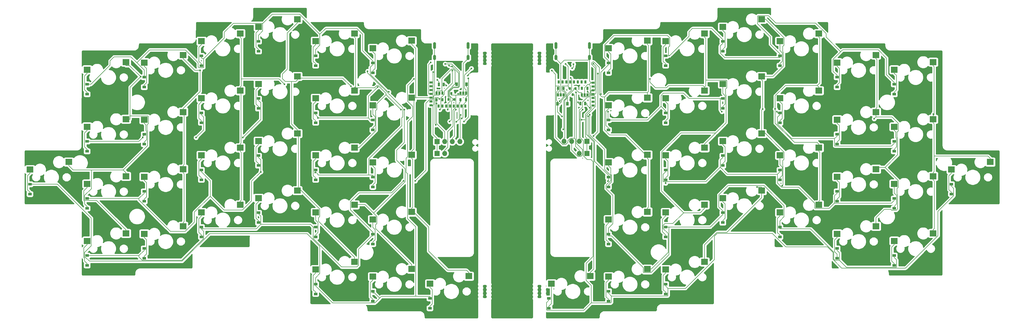
<source format=gbl>
%TF.GenerationSoftware,KiCad,Pcbnew,(5.1.7)-1*%
%TF.CreationDate,2021-02-09T20:12:24+08:00*%
%TF.ProjectId,jiran-ble,6a697261-6e2d-4626-9c65-2e6b69636164,rev?*%
%TF.SameCoordinates,Original*%
%TF.FileFunction,Copper,L2,Bot*%
%TF.FilePolarity,Positive*%
%FSLAX46Y46*%
G04 Gerber Fmt 4.6, Leading zero omitted, Abs format (unit mm)*
G04 Created by KiCad (PCBNEW (5.1.7)-1) date 2021-02-09 20:12:24*
%MOMM*%
%LPD*%
G01*
G04 APERTURE LIST*
%TA.AperFunction,SMDPad,CuDef*%
%ADD10R,2.300000X2.000000*%
%TD*%
%TA.AperFunction,SMDPad,CuDef*%
%ADD11R,0.800000X1.200000*%
%TD*%
%TA.AperFunction,ComponentPad*%
%ADD12R,0.650000X1.000000*%
%TD*%
%TA.AperFunction,ComponentPad*%
%ADD13R,1.000000X0.650000*%
%TD*%
%TA.AperFunction,SMDPad,CuDef*%
%ADD14R,0.650000X1.060000*%
%TD*%
%TA.AperFunction,SMDPad,CuDef*%
%ADD15R,0.800000X0.900000*%
%TD*%
%TA.AperFunction,ComponentPad*%
%ADD16C,1.000000*%
%TD*%
%TA.AperFunction,ComponentPad*%
%ADD17O,1.700000X1.700000*%
%TD*%
%TA.AperFunction,ComponentPad*%
%ADD18R,1.700000X1.700000*%
%TD*%
%TA.AperFunction,SMDPad,CuDef*%
%ADD19R,1.200000X0.900000*%
%TD*%
%TA.AperFunction,SMDPad,CuDef*%
%ADD20R,0.900000X1.200000*%
%TD*%
%TA.AperFunction,ViaPad*%
%ADD21C,0.600000*%
%TD*%
%TA.AperFunction,Conductor*%
%ADD22C,0.180000*%
%TD*%
%TA.AperFunction,NonConductor*%
%ADD23C,0.254000*%
%TD*%
%TA.AperFunction,NonConductor*%
%ADD24C,0.100000*%
%TD*%
G04 APERTURE END LIST*
D10*
%TO.P,SW22,2*%
%TO.N,/P0.06_l*%
X93154500Y-98108000D03*
%TO.P,SW22,1*%
%TO.N,Net-(D22-Pad2)*%
X80227500Y-100648000D03*
%TD*%
D11*
%TO.P,X2,1*%
%TO.N,Net-(U5-Pad11)*%
X208159000Y-64293800D03*
%TO.P,X2,2*%
%TO.N,Net-(U5-Pad13)*%
X206559000Y-64293800D03*
%TD*%
%TO.P,X1,1*%
%TO.N,Net-(U2-Pad11)*%
X159410000Y-57943800D03*
%TO.P,X1,2*%
%TO.N,Net-(U2-Pad13)*%
X161010000Y-57943800D03*
%TD*%
D12*
%TO.P,U5,28*%
%TO.N,N/C*%
X208252000Y-57077800D03*
%TO.P,U5,34*%
X204442000Y-57077800D03*
D13*
%TO.P,U5,16*%
%TO.N,/P0.08_r*%
X210792000Y-62411800D03*
%TO.P,U5,20*%
%TO.N,/P0.12_r*%
X210792000Y-59871800D03*
%TO.P,U5,14*%
%TO.N,/P0.06_r*%
X210792000Y-63681800D03*
%TO.P,U5,22*%
%TO.N,N/C*%
X210792000Y-58601800D03*
D12*
%TO.P,U5,42*%
X199362000Y-57077800D03*
%TO.P,U5,30*%
X206982000Y-57077800D03*
%TO.P,U5,38*%
X201902000Y-57077800D03*
%TO.P,U5,36*%
X203172000Y-57077800D03*
%TO.P,U5,32*%
X205712000Y-57077800D03*
%TO.P,U5,40*%
X200632000Y-57077800D03*
D13*
%TO.P,U5,12*%
X210792000Y-64951800D03*
%TO.P,U5,18*%
%TO.N,BATTERY_PIN_r*%
X210792000Y-61141800D03*
%TO.P,U5,24*%
%TO.N,GND*%
X210792000Y-57331800D03*
%TD*%
D14*
%TO.P,U4,3*%
%TO.N,Net-(D30-Pad1)*%
X207012000Y-61425000D03*
%TO.P,U4,1*%
X208912000Y-61425000D03*
%TO.P,U4,4*%
%TO.N,N/C*%
X207012000Y-59225000D03*
%TO.P,U4,2*%
%TO.N,GND*%
X207962000Y-61425000D03*
%TO.P,U4,5*%
%TO.N,nRF_VDD_r*%
X208912000Y-59225000D03*
%TD*%
D12*
%TO.P,U2,28*%
%TO.N,N/C*%
X159254000Y-65159800D03*
%TO.P,U2,34*%
X163064000Y-65159800D03*
D13*
%TO.P,U2,16*%
%TO.N,/P0.08_l*%
X156714000Y-59825800D03*
%TO.P,U2,20*%
%TO.N,/P0.12_l*%
X156714000Y-62365800D03*
%TO.P,U2,14*%
%TO.N,/P0.06_l*%
X156714000Y-58555800D03*
%TO.P,U2,22*%
%TO.N,N/C*%
X156714000Y-63635800D03*
D12*
%TO.P,U2,42*%
X168144000Y-65159800D03*
%TO.P,U2,30*%
X160524000Y-65159800D03*
%TO.P,U2,38*%
X165604000Y-65159800D03*
%TO.P,U2,36*%
X164334000Y-65159800D03*
%TO.P,U2,32*%
X161794000Y-65159800D03*
%TO.P,U2,40*%
X166874000Y-65159800D03*
D13*
%TO.P,U2,12*%
X156714000Y-57285800D03*
%TO.P,U2,18*%
%TO.N,BATTERY_PIN_l*%
X156714000Y-61095800D03*
%TO.P,U2,24*%
%TO.N,GND*%
X156714000Y-64905800D03*
%TD*%
D14*
%TO.P,U1,3*%
%TO.N,Net-(D1-Pad1)*%
X160526000Y-60812500D03*
%TO.P,U1,1*%
X158626000Y-60812500D03*
%TO.P,U1,4*%
%TO.N,N/C*%
X160526000Y-63012500D03*
%TO.P,U1,2*%
%TO.N,GND*%
X159576000Y-60812500D03*
%TO.P,U1,5*%
%TO.N,nRF_VDD_l*%
X158626000Y-63012500D03*
%TD*%
D10*
%TO.P,SW32,2*%
%TO.N,/P0.30_r*%
X305086000Y-48101200D03*
%TO.P,SW32,1*%
%TO.N,Net-(D32-Pad2)*%
X292159000Y-50641200D03*
%TD*%
%TO.P,SW31,2*%
%TO.N,/P0.31_r*%
X324136000Y-50482500D03*
%TO.P,SW31,1*%
%TO.N,Net-(D31-Pad2)*%
X311209000Y-53022500D03*
%TD*%
%TO.P,SW29,2*%
%TO.N,/P0.12_l*%
X169354000Y-121920000D03*
%TO.P,SW29,1*%
%TO.N,Net-(D29-Pad2)*%
X156427000Y-124460000D03*
%TD*%
D15*
%TO.P,Q3,2*%
%TO.N,Net-(D30-Pad1)*%
X204944000Y-59325000D03*
%TO.P,Q3,3*%
%TO.N,VBAT_r*%
X203994000Y-61325000D03*
%TO.P,Q3,1*%
%TO.N,VBUS_r*%
X203044000Y-59325000D03*
%TD*%
D16*
%TO.P,J5,S1*%
%TO.N,GND*%
X209569300Y-44627800D03*
X209569300Y-44932600D03*
X198418700Y-45554900D03*
X198418700Y-45262800D03*
X198418700Y-44919900D03*
X198418700Y-44615100D03*
X198418400Y-44335700D03*
X209569300Y-45275500D03*
X198418700Y-49098200D03*
X198419000Y-49343500D03*
X198419000Y-48581500D03*
X198419000Y-48844200D03*
X209569600Y-49343500D03*
X209569600Y-48581500D03*
X209569300Y-49098200D03*
X209569600Y-48844200D03*
X209569300Y-45567600D03*
X209569000Y-44348400D03*
%TD*%
D17*
%TO.P,J3,4*%
%TO.N,SWC_l*%
X166370000Y-76993800D03*
D18*
%TO.P,J3,1*%
%TO.N,GND*%
X158750000Y-76993800D03*
D17*
%TO.P,J3,2*%
%TO.N,nRF_VDD_l*%
X161290000Y-76993800D03*
%TO.P,J3,3*%
%TO.N,SWD_l*%
X163830000Y-76993800D03*
%TD*%
D16*
%TO.P,J2,S1*%
%TO.N,GND*%
X169087300Y-44627800D03*
X169087300Y-44932600D03*
X157936700Y-45554900D03*
X157936700Y-45262800D03*
X157936700Y-44919900D03*
X157936700Y-44615100D03*
X157936400Y-44335700D03*
X169087300Y-45275500D03*
X157936700Y-49098200D03*
X157937000Y-49343500D03*
X157937000Y-48581500D03*
X157937000Y-48844200D03*
X169087600Y-49343500D03*
X169087600Y-48581500D03*
X169087300Y-49098200D03*
X169087600Y-48844200D03*
X169087300Y-45567600D03*
X169087000Y-44348400D03*
%TD*%
D19*
%TO.P,D58,2*%
%TO.N,Net-(D58-Pad2)*%
X196056000Y-132619000D03*
%TO.P,D58,1*%
%TO.N,/P0.29_r*%
X196056000Y-129319000D03*
%TD*%
%TO.P,D57,2*%
%TO.N,Net-(D57-Pad2)*%
X215900000Y-130238000D03*
%TO.P,D57,1*%
%TO.N,/P0.29_r*%
X215900000Y-126938000D03*
%TD*%
%TO.P,D56,2*%
%TO.N,Net-(D56-Pad2)*%
X234950000Y-127856000D03*
%TO.P,D56,1*%
%TO.N,/P0.29_r*%
X234950000Y-124556000D03*
%TD*%
%TO.P,D55,2*%
%TO.N,Net-(D55-Pad2)*%
X330200000Y-94518800D03*
%TO.P,D55,1*%
%TO.N,/P0.29_r*%
X330200000Y-91218800D03*
%TD*%
%TO.P,D54,2*%
%TO.N,Net-(D54-Pad2)*%
X215900000Y-111188000D03*
%TO.P,D54,1*%
%TO.N,/P0.02_r*%
X215900000Y-107888000D03*
%TD*%
%TO.P,D53,2*%
%TO.N,Net-(D53-Pad2)*%
X234950000Y-108806000D03*
%TO.P,D53,1*%
%TO.N,/P0.02_r*%
X234950000Y-105506000D03*
%TD*%
%TO.P,D52,2*%
%TO.N,Net-(D52-Pad2)*%
X254000000Y-104044000D03*
%TO.P,D52,1*%
%TO.N,/P0.02_r*%
X254000000Y-100744000D03*
%TD*%
%TO.P,D51,2*%
%TO.N,Net-(D51-Pad2)*%
X273050000Y-108806000D03*
%TO.P,D51,1*%
%TO.N,/P0.02_r*%
X273050000Y-105506000D03*
%TD*%
%TO.P,D50,2*%
%TO.N,Net-(D50-Pad2)*%
X292100000Y-115950000D03*
%TO.P,D50,1*%
%TO.N,/P0.02_r*%
X292100000Y-112650000D03*
%TD*%
%TO.P,D49,2*%
%TO.N,Net-(D49-Pad2)*%
X311150000Y-118331000D03*
%TO.P,D49,1*%
%TO.N,/P0.02_r*%
X311150000Y-115031000D03*
%TD*%
%TO.P,D48,2*%
%TO.N,Net-(D48-Pad2)*%
X215900000Y-92137500D03*
%TO.P,D48,1*%
%TO.N,/P1.13_r*%
X215900000Y-88837500D03*
%TD*%
%TO.P,D47,2*%
%TO.N,Net-(D47-Pad2)*%
X234950000Y-89756200D03*
%TO.P,D47,1*%
%TO.N,/P1.13_r*%
X234950000Y-86456200D03*
%TD*%
%TO.P,D46,2*%
%TO.N,Net-(D46-Pad2)*%
X254000000Y-84993800D03*
%TO.P,D46,1*%
%TO.N,/P1.13_r*%
X254000000Y-81693800D03*
%TD*%
%TO.P,D45,2*%
%TO.N,Net-(D45-Pad2)*%
X273050000Y-89756200D03*
%TO.P,D45,1*%
%TO.N,/P1.13_r*%
X273050000Y-86456200D03*
%TD*%
%TO.P,D44,2*%
%TO.N,Net-(D44-Pad2)*%
X292100000Y-96900000D03*
%TO.P,D44,1*%
%TO.N,/P1.13_r*%
X292100000Y-93600000D03*
%TD*%
%TO.P,D43,2*%
%TO.N,Net-(D43-Pad2)*%
X311150000Y-99281200D03*
%TO.P,D43,1*%
%TO.N,/P1.13_r*%
X311150000Y-95981200D03*
%TD*%
%TO.P,D42,2*%
%TO.N,Net-(D42-Pad2)*%
X215900000Y-73087500D03*
%TO.P,D42,1*%
%TO.N,/P0.28_r*%
X215900000Y-69787500D03*
%TD*%
%TO.P,D41,2*%
%TO.N,Net-(D41-Pad2)*%
X234950000Y-70706200D03*
%TO.P,D41,1*%
%TO.N,/P0.28_r*%
X234950000Y-67406200D03*
%TD*%
%TO.P,D40,2*%
%TO.N,Net-(D40-Pad2)*%
X254000000Y-65943800D03*
%TO.P,D40,1*%
%TO.N,/P0.28_r*%
X254000000Y-62643800D03*
%TD*%
%TO.P,D39,2*%
%TO.N,Net-(D39-Pad2)*%
X273050000Y-70706200D03*
%TO.P,D39,1*%
%TO.N,/P0.28_r*%
X273050000Y-67406200D03*
%TD*%
%TO.P,D38,2*%
%TO.N,Net-(D38-Pad2)*%
X292100000Y-77850000D03*
%TO.P,D38,1*%
%TO.N,/P0.28_r*%
X292100000Y-74550000D03*
%TD*%
%TO.P,D37,2*%
%TO.N,Net-(D37-Pad2)*%
X311150000Y-80231200D03*
%TO.P,D37,1*%
%TO.N,/P0.28_r*%
X311150000Y-76931200D03*
%TD*%
%TO.P,D36,2*%
%TO.N,Net-(D36-Pad2)*%
X215900000Y-54037500D03*
%TO.P,D36,1*%
%TO.N,/P1.11_r*%
X215900000Y-50737500D03*
%TD*%
%TO.P,D35,2*%
%TO.N,Net-(D35-Pad2)*%
X234950000Y-51656200D03*
%TO.P,D35,1*%
%TO.N,/P1.11_r*%
X234950000Y-48356200D03*
%TD*%
%TO.P,D34,2*%
%TO.N,Net-(D34-Pad2)*%
X254000000Y-46893800D03*
%TO.P,D34,1*%
%TO.N,/P1.11_r*%
X254000000Y-43593800D03*
%TD*%
%TO.P,D33,2*%
%TO.N,Net-(D33-Pad2)*%
X273050000Y-51656200D03*
%TO.P,D33,1*%
%TO.N,/P1.11_r*%
X273050000Y-48356200D03*
%TD*%
%TO.P,D32,2*%
%TO.N,Net-(D32-Pad2)*%
X292100000Y-58800000D03*
%TO.P,D32,1*%
%TO.N,/P1.11_r*%
X292100000Y-55500000D03*
%TD*%
%TO.P,D31,2*%
%TO.N,Net-(D31-Pad2)*%
X311150000Y-61181200D03*
%TO.P,D31,1*%
%TO.N,/P1.11_r*%
X311150000Y-57881200D03*
%TD*%
D20*
%TO.P,D30,2*%
%TO.N,VBUS_r*%
X198915000Y-64389000D03*
%TO.P,D30,1*%
%TO.N,Net-(D30-Pad1)*%
X202215000Y-64389000D03*
%TD*%
D19*
%TO.P,D29,2*%
%TO.N,Net-(D29-Pad2)*%
X156369000Y-132619000D03*
%TO.P,D29,1*%
%TO.N,/P0.29_l*%
X156369000Y-129319000D03*
%TD*%
%TO.P,D28,2*%
%TO.N,Net-(D28-Pad2)*%
X137319000Y-130238000D03*
%TO.P,D28,1*%
%TO.N,/P0.29_l*%
X137319000Y-126938000D03*
%TD*%
%TO.P,D27,2*%
%TO.N,Net-(D27-Pad2)*%
X118269000Y-127856000D03*
%TO.P,D27,1*%
%TO.N,/P0.29_l*%
X118269000Y-124556000D03*
%TD*%
%TO.P,D26,2*%
%TO.N,Net-(D26-Pad2)*%
X23018800Y-94518800D03*
%TO.P,D26,1*%
%TO.N,/P0.29_l*%
X23018800Y-91218800D03*
%TD*%
%TO.P,D25,2*%
%TO.N,Net-(D25-Pad2)*%
X137319000Y-111188000D03*
%TO.P,D25,1*%
%TO.N,/P0.02_l*%
X137319000Y-107888000D03*
%TD*%
%TO.P,D24,2*%
%TO.N,Net-(D24-Pad2)*%
X118269000Y-108806000D03*
%TO.P,D24,1*%
%TO.N,/P0.02_l*%
X118269000Y-105506000D03*
%TD*%
%TO.P,D23,2*%
%TO.N,Net-(D23-Pad2)*%
X99218800Y-104044000D03*
%TO.P,D23,1*%
%TO.N,/P0.02_l*%
X99218800Y-100744000D03*
%TD*%
%TO.P,D22,2*%
%TO.N,Net-(D22-Pad2)*%
X80168800Y-108806000D03*
%TO.P,D22,1*%
%TO.N,/P0.02_l*%
X80168800Y-105506000D03*
%TD*%
%TO.P,D21,2*%
%TO.N,Net-(D21-Pad2)*%
X61118800Y-115950000D03*
%TO.P,D21,1*%
%TO.N,/P0.02_l*%
X61118800Y-112650000D03*
%TD*%
%TO.P,D20,2*%
%TO.N,Net-(D20-Pad2)*%
X42068800Y-118331000D03*
%TO.P,D20,1*%
%TO.N,/P0.02_l*%
X42068800Y-115031000D03*
%TD*%
%TO.P,D19,2*%
%TO.N,Net-(D19-Pad2)*%
X137319000Y-92137500D03*
%TO.P,D19,1*%
%TO.N,/P1.13_l*%
X137319000Y-88837500D03*
%TD*%
%TO.P,D18,2*%
%TO.N,Net-(D18-Pad2)*%
X118269000Y-89756200D03*
%TO.P,D18,1*%
%TO.N,/P1.13_l*%
X118269000Y-86456200D03*
%TD*%
%TO.P,D17,2*%
%TO.N,Net-(D17-Pad2)*%
X99218800Y-84993800D03*
%TO.P,D17,1*%
%TO.N,/P1.13_l*%
X99218800Y-81693800D03*
%TD*%
%TO.P,D16,2*%
%TO.N,Net-(D16-Pad2)*%
X80168800Y-89756200D03*
%TO.P,D16,1*%
%TO.N,/P1.13_l*%
X80168800Y-86456200D03*
%TD*%
%TO.P,D15,2*%
%TO.N,Net-(D15-Pad2)*%
X61118800Y-96900000D03*
%TO.P,D15,1*%
%TO.N,/P1.13_l*%
X61118800Y-93600000D03*
%TD*%
%TO.P,D14,2*%
%TO.N,Net-(D14-Pad2)*%
X42068800Y-99281200D03*
%TO.P,D14,1*%
%TO.N,/P1.13_l*%
X42068800Y-95981200D03*
%TD*%
%TO.P,D13,2*%
%TO.N,Net-(D13-Pad2)*%
X137319000Y-73087500D03*
%TO.P,D13,1*%
%TO.N,/P0.28_l*%
X137319000Y-69787500D03*
%TD*%
%TO.P,D12,2*%
%TO.N,Net-(D12-Pad2)*%
X118269000Y-70706200D03*
%TO.P,D12,1*%
%TO.N,/P0.28_l*%
X118269000Y-67406200D03*
%TD*%
%TO.P,D11,2*%
%TO.N,Net-(D11-Pad2)*%
X99218800Y-65943800D03*
%TO.P,D11,1*%
%TO.N,/P0.28_l*%
X99218800Y-62643800D03*
%TD*%
%TO.P,D10,2*%
%TO.N,Net-(D10-Pad2)*%
X80168800Y-70706200D03*
%TO.P,D10,1*%
%TO.N,/P0.28_l*%
X80168800Y-67406200D03*
%TD*%
%TO.P,D9,2*%
%TO.N,Net-(D9-Pad2)*%
X61118800Y-77850000D03*
%TO.P,D9,1*%
%TO.N,/P0.28_l*%
X61118800Y-74550000D03*
%TD*%
%TO.P,D8,2*%
%TO.N,Net-(D8-Pad2)*%
X42068800Y-80231200D03*
%TO.P,D8,1*%
%TO.N,/P0.28_l*%
X42068800Y-76931200D03*
%TD*%
%TO.P,D7,2*%
%TO.N,Net-(D7-Pad2)*%
X137319000Y-54037500D03*
%TO.P,D7,1*%
%TO.N,/P1.11_l*%
X137319000Y-50737500D03*
%TD*%
%TO.P,D6,2*%
%TO.N,Net-(D6-Pad2)*%
X118269000Y-51656200D03*
%TO.P,D6,1*%
%TO.N,/P1.11_l*%
X118269000Y-48356200D03*
%TD*%
%TO.P,D5,2*%
%TO.N,Net-(D5-Pad2)*%
X99218800Y-46893800D03*
%TO.P,D5,1*%
%TO.N,/P1.11_l*%
X99218800Y-43593800D03*
%TD*%
%TO.P,D4,2*%
%TO.N,Net-(D4-Pad2)*%
X80168800Y-51656200D03*
%TO.P,D4,1*%
%TO.N,/P1.11_l*%
X80168800Y-48356200D03*
%TD*%
%TO.P,D3,2*%
%TO.N,Net-(D3-Pad2)*%
X61118800Y-58800000D03*
%TO.P,D3,1*%
%TO.N,/P1.11_l*%
X61118800Y-55500000D03*
%TD*%
%TO.P,D2,2*%
%TO.N,Net-(D2-Pad2)*%
X42068800Y-61181200D03*
%TO.P,D2,1*%
%TO.N,/P1.11_l*%
X42068800Y-57881200D03*
%TD*%
D20*
%TO.P,D1,2*%
%TO.N,VBUS_l*%
X168592000Y-57848500D03*
%TO.P,D1,1*%
%TO.N,Net-(D1-Pad1)*%
X165292000Y-57848500D03*
%TD*%
D14*
%TO.P,U6,3*%
%TO.N,VBAT_r*%
X199075000Y-61425000D03*
%TO.P,U6,1*%
%TO.N,Net-(R17-Pad2)*%
X200975000Y-61425000D03*
%TO.P,U6,4*%
%TO.N,VBUS_r*%
X199075000Y-59225000D03*
%TO.P,U6,2*%
%TO.N,GND*%
X200025000Y-61425000D03*
%TO.P,U6,5*%
%TO.N,Net-(R18-Pad1)*%
X200975000Y-59225000D03*
%TD*%
D10*
%TO.P,SW58,2*%
%TO.N,/P0.12_r*%
X209836000Y-121920000D03*
%TO.P,SW58,1*%
%TO.N,Net-(D58-Pad2)*%
X196909000Y-124460000D03*
%TD*%
%TO.P,SW57,2*%
%TO.N,/P0.09_r*%
X228886000Y-119539000D03*
%TO.P,SW57,1*%
%TO.N,Net-(D57-Pad2)*%
X215959000Y-122079000D03*
%TD*%
%TO.P,SW56,2*%
%TO.N,/P0.08_r*%
X247936000Y-117158000D03*
%TO.P,SW56,1*%
%TO.N,Net-(D56-Pad2)*%
X235009000Y-119698000D03*
%TD*%
%TO.P,SW55,2*%
%TO.N,/P0.31_r*%
X343186000Y-83820000D03*
%TO.P,SW55,1*%
%TO.N,Net-(D55-Pad2)*%
X330259000Y-86360000D03*
%TD*%
%TO.P,SW54,2*%
%TO.N,/P0.12_r*%
X228886000Y-100489000D03*
%TO.P,SW54,1*%
%TO.N,Net-(D54-Pad2)*%
X215959000Y-103029000D03*
%TD*%
%TO.P,SW53,2*%
%TO.N,/P0.09_r*%
X247936000Y-98108000D03*
%TO.P,SW53,1*%
%TO.N,Net-(D53-Pad2)*%
X235009000Y-100648000D03*
%TD*%
%TO.P,SW52,2*%
%TO.N,/P0.08_r*%
X266986000Y-93345000D03*
%TO.P,SW52,1*%
%TO.N,Net-(D52-Pad2)*%
X254059000Y-95885000D03*
%TD*%
%TO.P,SW51,2*%
%TO.N,/P0.06_r*%
X286036000Y-98108000D03*
%TO.P,SW51,1*%
%TO.N,Net-(D51-Pad2)*%
X273109000Y-100648000D03*
%TD*%
%TO.P,SW50,2*%
%TO.N,/P0.30_r*%
X305086000Y-105251000D03*
%TO.P,SW50,1*%
%TO.N,Net-(D50-Pad2)*%
X292159000Y-107791000D03*
%TD*%
%TO.P,SW49,2*%
%TO.N,/P0.31_r*%
X324136000Y-107632000D03*
%TO.P,SW49,1*%
%TO.N,Net-(D49-Pad2)*%
X311209000Y-110172000D03*
%TD*%
%TO.P,SW48,2*%
%TO.N,/P0.12_r*%
X228886000Y-81438800D03*
%TO.P,SW48,1*%
%TO.N,Net-(D48-Pad2)*%
X215959000Y-83978800D03*
%TD*%
%TO.P,SW47,2*%
%TO.N,/P0.09_r*%
X247936000Y-79057500D03*
%TO.P,SW47,1*%
%TO.N,Net-(D47-Pad2)*%
X235009000Y-81597500D03*
%TD*%
%TO.P,SW46,2*%
%TO.N,/P0.08_r*%
X266986000Y-74295000D03*
%TO.P,SW46,1*%
%TO.N,Net-(D46-Pad2)*%
X254059000Y-76835000D03*
%TD*%
%TO.P,SW45,2*%
%TO.N,/P0.06_r*%
X286036000Y-79057500D03*
%TO.P,SW45,1*%
%TO.N,Net-(D45-Pad2)*%
X273109000Y-81597500D03*
%TD*%
%TO.P,SW44,2*%
%TO.N,/P0.30_r*%
X305086000Y-86201200D03*
%TO.P,SW44,1*%
%TO.N,Net-(D44-Pad2)*%
X292159000Y-88741200D03*
%TD*%
%TO.P,SW43,2*%
%TO.N,/P0.31_r*%
X324136000Y-88582500D03*
%TO.P,SW43,1*%
%TO.N,Net-(D43-Pad2)*%
X311209000Y-91122500D03*
%TD*%
%TO.P,SW42,2*%
%TO.N,/P0.12_r*%
X228886000Y-62388800D03*
%TO.P,SW42,1*%
%TO.N,Net-(D42-Pad2)*%
X215959000Y-64928800D03*
%TD*%
%TO.P,SW41,2*%
%TO.N,/P0.09_r*%
X247936000Y-60007500D03*
%TO.P,SW41,1*%
%TO.N,Net-(D41-Pad2)*%
X235009000Y-62547500D03*
%TD*%
%TO.P,SW40,2*%
%TO.N,/P0.08_r*%
X266986000Y-55245000D03*
%TO.P,SW40,1*%
%TO.N,Net-(D40-Pad2)*%
X254059000Y-57785000D03*
%TD*%
%TO.P,SW39,2*%
%TO.N,/P0.06_r*%
X286036000Y-60007500D03*
%TO.P,SW39,1*%
%TO.N,Net-(D39-Pad2)*%
X273109000Y-62547500D03*
%TD*%
%TO.P,SW38,2*%
%TO.N,/P0.30_r*%
X305086000Y-67151200D03*
%TO.P,SW38,1*%
%TO.N,Net-(D38-Pad2)*%
X292159000Y-69691200D03*
%TD*%
%TO.P,SW37,2*%
%TO.N,/P0.31_r*%
X324136000Y-69532500D03*
%TO.P,SW37,1*%
%TO.N,Net-(D37-Pad2)*%
X311209000Y-72072500D03*
%TD*%
%TO.P,SW36,2*%
%TO.N,/P0.12_r*%
X228886000Y-43338800D03*
%TO.P,SW36,1*%
%TO.N,Net-(D36-Pad2)*%
X215959000Y-45878800D03*
%TD*%
%TO.P,SW35,2*%
%TO.N,/P0.09_r*%
X247936000Y-40957500D03*
%TO.P,SW35,1*%
%TO.N,Net-(D35-Pad2)*%
X235009000Y-43497500D03*
%TD*%
%TO.P,SW34,2*%
%TO.N,/P0.08_r*%
X266986000Y-36195000D03*
%TO.P,SW34,1*%
%TO.N,Net-(D34-Pad2)*%
X254059000Y-38735000D03*
%TD*%
%TO.P,SW33,2*%
%TO.N,/P0.06_r*%
X286036000Y-40957500D03*
%TO.P,SW33,1*%
%TO.N,Net-(D33-Pad2)*%
X273109000Y-43497500D03*
%TD*%
D17*
%TO.P,J6,4*%
%TO.N,SWC_r*%
X201136000Y-76962000D03*
D18*
%TO.P,J6,1*%
%TO.N,GND*%
X208756000Y-76962000D03*
D17*
%TO.P,J6,2*%
%TO.N,nRF_VDD_r*%
X206216000Y-76962000D03*
%TO.P,J6,3*%
%TO.N,SWD_r*%
X203676000Y-76962000D03*
%TD*%
D14*
%TO.P,U3,3*%
%TO.N,VBAT_l*%
X168463000Y-60812500D03*
%TO.P,U3,1*%
%TO.N,Net-(R8-Pad2)*%
X166563000Y-60812500D03*
%TO.P,U3,4*%
%TO.N,VBUS_l*%
X168463000Y-63012500D03*
%TO.P,U3,2*%
%TO.N,GND*%
X167513000Y-60812500D03*
%TO.P,U3,5*%
%TO.N,Net-(R9-Pad1)*%
X166563000Y-63012500D03*
%TD*%
D10*
%TO.P,SW28,2*%
%TO.N,/P0.09_l*%
X150304000Y-119539000D03*
%TO.P,SW28,1*%
%TO.N,Net-(D28-Pad2)*%
X137377000Y-122079000D03*
%TD*%
%TO.P,SW27,2*%
%TO.N,/P0.08_l*%
X131254000Y-117158000D03*
%TO.P,SW27,1*%
%TO.N,Net-(D27-Pad2)*%
X118327000Y-119698000D03*
%TD*%
%TO.P,SW26,2*%
%TO.N,/P0.31_l*%
X36004500Y-83820000D03*
%TO.P,SW26,1*%
%TO.N,Net-(D26-Pad2)*%
X23077500Y-86360000D03*
%TD*%
%TO.P,SW25,2*%
%TO.N,/P0.12_l*%
X150304000Y-100489000D03*
%TO.P,SW25,1*%
%TO.N,Net-(D25-Pad2)*%
X137377000Y-103029000D03*
%TD*%
%TO.P,SW24,2*%
%TO.N,/P0.09_l*%
X131254000Y-98108000D03*
%TO.P,SW24,1*%
%TO.N,Net-(D24-Pad2)*%
X118327000Y-100648000D03*
%TD*%
%TO.P,SW23,2*%
%TO.N,/P0.08_l*%
X112204000Y-93345000D03*
%TO.P,SW23,1*%
%TO.N,Net-(D23-Pad2)*%
X99277000Y-95885000D03*
%TD*%
%TO.P,SW21,2*%
%TO.N,/P0.30_l*%
X74104500Y-105251000D03*
%TO.P,SW21,1*%
%TO.N,Net-(D21-Pad2)*%
X61177500Y-107791000D03*
%TD*%
%TO.P,SW20,2*%
%TO.N,/P0.31_l*%
X55054500Y-107632000D03*
%TO.P,SW20,1*%
%TO.N,Net-(D20-Pad2)*%
X42127500Y-110172000D03*
%TD*%
%TO.P,SW19,2*%
%TO.N,/P0.12_l*%
X150304000Y-81438800D03*
%TO.P,SW19,1*%
%TO.N,Net-(D19-Pad2)*%
X137377000Y-83978800D03*
%TD*%
%TO.P,SW18,2*%
%TO.N,/P0.09_l*%
X131254000Y-79057500D03*
%TO.P,SW18,1*%
%TO.N,Net-(D18-Pad2)*%
X118327000Y-81597500D03*
%TD*%
%TO.P,SW17,2*%
%TO.N,/P0.08_l*%
X112204000Y-74295000D03*
%TO.P,SW17,1*%
%TO.N,Net-(D17-Pad2)*%
X99277000Y-76835000D03*
%TD*%
%TO.P,SW16,2*%
%TO.N,/P0.06_l*%
X93154500Y-79057500D03*
%TO.P,SW16,1*%
%TO.N,Net-(D16-Pad2)*%
X80227500Y-81597500D03*
%TD*%
%TO.P,SW15,2*%
%TO.N,/P0.30_l*%
X74104500Y-86201200D03*
%TO.P,SW15,1*%
%TO.N,Net-(D15-Pad2)*%
X61177500Y-88741200D03*
%TD*%
%TO.P,SW14,2*%
%TO.N,/P0.31_l*%
X55054500Y-88582500D03*
%TO.P,SW14,1*%
%TO.N,Net-(D14-Pad2)*%
X42127500Y-91122500D03*
%TD*%
%TO.P,SW13,2*%
%TO.N,/P0.12_l*%
X150304000Y-62388800D03*
%TO.P,SW13,1*%
%TO.N,Net-(D13-Pad2)*%
X137377000Y-64928800D03*
%TD*%
%TO.P,SW12,2*%
%TO.N,/P0.09_l*%
X131254000Y-60007500D03*
%TO.P,SW12,1*%
%TO.N,Net-(D12-Pad2)*%
X118327000Y-62547500D03*
%TD*%
%TO.P,SW11,2*%
%TO.N,/P0.08_l*%
X112204000Y-55245000D03*
%TO.P,SW11,1*%
%TO.N,Net-(D11-Pad2)*%
X99277000Y-57785000D03*
%TD*%
%TO.P,SW10,2*%
%TO.N,/P0.06_l*%
X93154500Y-60007500D03*
%TO.P,SW10,1*%
%TO.N,Net-(D10-Pad2)*%
X80227500Y-62547500D03*
%TD*%
%TO.P,SW9,2*%
%TO.N,/P0.30_l*%
X74104500Y-67151200D03*
%TO.P,SW9,1*%
%TO.N,Net-(D9-Pad2)*%
X61177500Y-69691200D03*
%TD*%
%TO.P,SW8,2*%
%TO.N,/P0.31_l*%
X55054500Y-69532500D03*
%TO.P,SW8,1*%
%TO.N,Net-(D8-Pad2)*%
X42127500Y-72072500D03*
%TD*%
%TO.P,SW7,2*%
%TO.N,/P0.12_l*%
X150304000Y-43338800D03*
%TO.P,SW7,1*%
%TO.N,Net-(D7-Pad2)*%
X137377000Y-45878800D03*
%TD*%
%TO.P,SW6,2*%
%TO.N,/P0.09_l*%
X131254000Y-40957500D03*
%TO.P,SW6,1*%
%TO.N,Net-(D6-Pad2)*%
X118327000Y-43497500D03*
%TD*%
%TO.P,SW5,2*%
%TO.N,/P0.08_l*%
X112204000Y-36195000D03*
%TO.P,SW5,1*%
%TO.N,Net-(D5-Pad2)*%
X99277000Y-38735000D03*
%TD*%
%TO.P,SW4,2*%
%TO.N,/P0.06_l*%
X93154500Y-40957500D03*
%TO.P,SW4,1*%
%TO.N,Net-(D4-Pad2)*%
X80227500Y-43497500D03*
%TD*%
%TO.P,SW3,2*%
%TO.N,/P0.30_l*%
X74104500Y-48101200D03*
%TO.P,SW3,1*%
%TO.N,Net-(D3-Pad2)*%
X61177500Y-50641200D03*
%TD*%
%TO.P,SW2,2*%
%TO.N,/P0.31_l*%
X55054500Y-50482500D03*
%TO.P,SW2,1*%
%TO.N,Net-(D2-Pad2)*%
X42127500Y-53022500D03*
%TD*%
D15*
%TO.P,Q1,2*%
%TO.N,Net-(D1-Pad1)*%
X162594000Y-62912500D03*
%TO.P,Q1,3*%
%TO.N,VBAT_l*%
X163544000Y-60912500D03*
%TO.P,Q1,1*%
%TO.N,VBUS_l*%
X164494000Y-62912500D03*
%TD*%
D18*
%TO.P,J4,1*%
%TO.N,GND*%
X208756000Y-80962500D03*
D17*
%TO.P,J4,2*%
%TO.N,VBAT_r*%
X206216000Y-80962500D03*
%TD*%
D18*
%TO.P,J1,1*%
%TO.N,GND*%
X158750000Y-80962500D03*
D17*
%TO.P,J1,2*%
%TO.N,VBAT_l*%
X161290000Y-80962500D03*
%TD*%
D21*
%TO.N,GND*%
X206962900Y-69714600D03*
%TO.N,VBAT_l*%
X170197300Y-52593800D03*
%TO.N,VBAT_r*%
X197032900Y-53340900D03*
%TO.N,/P1.11_l*%
X142671000Y-60433100D03*
%TO.N,/P0.28_l*%
X138945900Y-58778300D03*
X119059400Y-69140700D03*
X93969600Y-75681300D03*
X78394100Y-75681300D03*
X60654300Y-75681300D03*
%TO.N,/P1.13_l*%
X118178800Y-87308700D03*
X100009200Y-87136500D03*
X135608700Y-53532900D03*
%TO.N,/P0.02_l*%
X157476700Y-53844700D03*
X151521100Y-90135800D03*
X147578200Y-90135800D03*
%TO.N,/P0.29_l*%
X151087200Y-56120000D03*
%TO.N,VBUS_l*%
X167009000Y-69314000D03*
X161450500Y-51127200D03*
X162965300Y-70312700D03*
%TO.N,VBUS_r*%
X200448900Y-68638600D03*
X201594000Y-51113100D03*
%TO.N,/P1.11_r*%
X213422900Y-61138200D03*
%TO.N,/P0.28_r*%
X215741700Y-66997800D03*
X272042200Y-66999900D03*
X253726500Y-66999900D03*
%TO.N,/P1.13_r*%
X215779000Y-90218500D03*
X234955100Y-90920800D03*
X209118800Y-68539600D03*
%TO.N,/P0.02_r*%
X209642700Y-68036700D03*
%TO.N,/P0.29_r*%
X207299500Y-66322900D03*
%TO.N,SWC_l*%
X166612300Y-68153000D03*
%TO.N,SWD_l*%
X165020100Y-66337400D03*
%TO.N,SWC_r*%
X203309900Y-55789100D03*
%TO.N,SWD_r*%
X205112600Y-60540900D03*
%TO.N,BLUE_LED_l*%
X167762700Y-70312700D03*
X169167400Y-55907900D03*
%TO.N,/P0.31_l*%
X59937500Y-55365500D03*
%TO.N,/P0.30_l*%
X79776500Y-53212600D03*
%TO.N,/P0.06_l*%
X107906900Y-57875400D03*
%TO.N,/P0.08_l*%
X130042700Y-58590900D03*
%TO.N,/P0.09_l*%
X147818700Y-66316900D03*
X146771700Y-66316900D03*
%TO.N,RESET_r*%
X212347800Y-54309500D03*
X210905400Y-75139300D03*
%TO.N,/P0.31_r*%
X324251000Y-67828100D03*
%TO.N,/P0.30_r*%
X304483400Y-69395800D03*
%TO.N,/P0.06_r*%
X271510200Y-66124600D03*
%TO.N,/P0.08_r*%
X265485600Y-92124300D03*
X273867900Y-91748700D03*
X267311800Y-66152900D03*
%TO.N,/P0.09_r*%
X229731500Y-56086400D03*
%TO.N,DATA+_l*%
X162762000Y-51642900D03*
X162311900Y-66329600D03*
X163756300Y-51942000D03*
%TO.N,DATA-_l*%
X159681800Y-66323900D03*
X163862000Y-53333100D03*
%TO.N,DATA+_r*%
X204244000Y-51181000D03*
X203835000Y-52578000D03*
%TO.N,nRF_VDD_l*%
X158626000Y-64268800D03*
%TO.N,nRF_VDD_r*%
X209002600Y-60387200D03*
%TO.N,BATTERY_PIN_l*%
X156678700Y-50593800D03*
%TO.N,Net-(R8-Pad2)*%
X165822700Y-61053200D03*
X159515300Y-62767700D03*
X158345700Y-71434900D03*
%TO.N,Net-(R9-Pad1)*%
X165225900Y-70437500D03*
%TO.N,BATTERY_PIN_r*%
X210815200Y-50979200D03*
%TO.N,Net-(R17-Pad2)*%
X199661000Y-63506500D03*
%TO.N,Net-(R18-Pad1)*%
X200825300Y-72942200D03*
%TO.N,Net-(U2-Pad13)*%
X161816200Y-58290900D03*
%TO.N,Net-(U2-Pad11)*%
X158860200Y-56435800D03*
%TO.N,Net-(U5-Pad13)*%
X205757300Y-63898000D03*
%TO.N,Net-(U5-Pad11)*%
X209672900Y-65776800D03*
%TD*%
D22*
%TO.N,GND*%
X208190200Y-69714600D02*
X208190200Y-75355900D01*
X208190200Y-75355900D02*
X208756000Y-75921700D01*
X209452600Y-57980900D02*
X209821300Y-58349600D01*
X209821300Y-58349600D02*
X209821300Y-65231600D01*
X209821300Y-65231600D02*
X210178500Y-65588800D01*
X210178500Y-65588800D02*
X210178500Y-65967500D01*
X210178500Y-65967500D02*
X208190200Y-67955800D01*
X208190200Y-67955800D02*
X208190200Y-69714600D01*
X206962900Y-69714600D02*
X208190200Y-69714600D01*
X210101700Y-57331800D02*
X209452600Y-57980900D01*
X209452600Y-57980900D02*
X209019300Y-57980900D01*
X209019300Y-57980900D02*
X207962000Y-59038200D01*
X207962000Y-59038200D02*
X207962000Y-61425000D01*
X208756000Y-76962000D02*
X208756000Y-75921700D01*
X208756000Y-80962500D02*
X208756000Y-76962000D01*
X157967000Y-61532800D02*
X159576000Y-61532800D01*
X157404300Y-64905800D02*
X157684600Y-64625500D01*
X157684600Y-64625500D02*
X157684600Y-61815200D01*
X157684600Y-61815200D02*
X157967000Y-61532800D01*
X157967000Y-61532800D02*
X157967000Y-49373500D01*
X157967000Y-49373500D02*
X157937000Y-49343500D01*
X209569600Y-49343500D02*
X209569600Y-56799700D01*
X209569600Y-56799700D02*
X210101700Y-57331800D01*
X200047300Y-50971800D02*
X198419000Y-49343500D01*
X200025000Y-60704700D02*
X200047300Y-60682400D01*
X200047300Y-60682400D02*
X200047300Y-50971800D01*
X209569600Y-49343500D02*
X209117500Y-49795600D01*
X209117500Y-49795600D02*
X201223500Y-49795600D01*
X201223500Y-49795600D02*
X200047300Y-50971800D01*
X200025000Y-61425000D02*
X200025000Y-60704700D01*
X159576000Y-60812500D02*
X159576000Y-61532800D01*
X167513000Y-60812500D02*
X167513000Y-50918100D01*
X167513000Y-50918100D02*
X169087600Y-49343500D01*
X157937000Y-49343500D02*
X157936700Y-49343200D01*
X157936700Y-49343200D02*
X157936700Y-49098200D01*
X209569300Y-49098200D02*
X209569600Y-49098500D01*
X209569600Y-49098500D02*
X209569600Y-49343500D01*
X210792000Y-57331800D02*
X210101700Y-57331800D01*
X209569300Y-44932600D02*
X209569300Y-44627800D01*
X209569300Y-45275500D02*
X209569300Y-44932600D01*
X198418700Y-45554900D02*
X198419000Y-45555200D01*
X198419000Y-45555200D02*
X198419000Y-48581500D01*
X198418700Y-45262800D02*
X198418700Y-45554900D01*
X198418700Y-44919900D02*
X198418700Y-45262800D01*
X198418700Y-44615100D02*
X198418700Y-44919900D01*
X198418400Y-44335700D02*
X198418700Y-44336000D01*
X198418700Y-44336000D02*
X198418700Y-44615100D01*
X209569300Y-45567600D02*
X209569300Y-45275500D01*
X198418700Y-49098200D02*
X198419000Y-49098500D01*
X198419000Y-49098500D02*
X198419000Y-49343500D01*
X198419000Y-48844200D02*
X198418700Y-48844500D01*
X198418700Y-48844500D02*
X198418700Y-49098200D01*
X198419000Y-48581500D02*
X198419000Y-48844200D01*
X209569600Y-48581500D02*
X209569300Y-48581200D01*
X209569300Y-48581200D02*
X209569300Y-45567600D01*
X209569600Y-48581500D02*
X209569600Y-48844200D01*
X209569600Y-48844200D02*
X209569300Y-48844500D01*
X209569300Y-48844500D02*
X209569300Y-49098200D01*
X209569000Y-44348400D02*
X209569300Y-44348700D01*
X209569300Y-44348700D02*
X209569300Y-44627800D01*
X169087300Y-44932600D02*
X169087300Y-44627800D01*
X169087300Y-45275500D02*
X169087300Y-44932600D01*
X157936700Y-45262800D02*
X157936700Y-45554900D01*
X157936700Y-44919900D02*
X157936700Y-45262800D01*
X157936700Y-44615100D02*
X157936700Y-44919900D01*
X157936400Y-44335700D02*
X157936700Y-44336000D01*
X157936700Y-44336000D02*
X157936700Y-44615100D01*
X169087300Y-45567600D02*
X169087300Y-45275500D01*
X157937000Y-48581500D02*
X157936700Y-48581200D01*
X157936700Y-48581200D02*
X157936700Y-45554900D01*
X157937000Y-48581500D02*
X157937000Y-48844200D01*
X157937000Y-48844200D02*
X157936700Y-48844500D01*
X157936700Y-48844500D02*
X157936700Y-49098200D01*
X169087600Y-48581500D02*
X169087300Y-48581200D01*
X169087300Y-48581200D02*
X169087300Y-45567600D01*
X169087600Y-48581500D02*
X169087600Y-48844200D01*
X169087300Y-49098200D02*
X169087600Y-49098500D01*
X169087600Y-49098500D02*
X169087600Y-49343500D01*
X169087600Y-48844200D02*
X169087300Y-48844500D01*
X169087300Y-48844500D02*
X169087300Y-49098200D01*
X169087000Y-44348400D02*
X169087300Y-44348700D01*
X169087300Y-44348700D02*
X169087300Y-44627800D01*
X158750000Y-76993800D02*
X158750000Y-75953500D01*
X158750000Y-75953500D02*
X157404300Y-74607800D01*
X157404300Y-74607800D02*
X157404300Y-64905800D01*
X158750000Y-80962500D02*
X158750000Y-76993800D01*
X156714000Y-64905800D02*
X157404300Y-64905800D01*
%TO.N,Net-(D2-Pad2)*%
X42127500Y-53022500D02*
X42127500Y-54212800D01*
X42068800Y-61181200D02*
X42068800Y-60540900D01*
X42068800Y-60540900D02*
X41276000Y-59748100D01*
X41276000Y-59748100D02*
X41276000Y-55064300D01*
X41276000Y-55064300D02*
X42127500Y-54212800D01*
%TO.N,Net-(D3-Pad2)*%
X61177500Y-50641200D02*
X61177500Y-51831500D01*
X61118800Y-58800000D02*
X61118800Y-58159700D01*
X61118800Y-58159700D02*
X61928600Y-57349900D01*
X61928600Y-57349900D02*
X61928600Y-52582600D01*
X61928600Y-52582600D02*
X61177500Y-51831500D01*
%TO.N,Net-(D4-Pad2)*%
X80227500Y-43497500D02*
X80227500Y-44687800D01*
X80168800Y-51656200D02*
X80168800Y-51015900D01*
X80168800Y-51015900D02*
X79377200Y-50224300D01*
X79377200Y-50224300D02*
X79377200Y-45538100D01*
X79377200Y-45538100D02*
X80227500Y-44687800D01*
%TO.N,Net-(D5-Pad2)*%
X99277000Y-38735000D02*
X99277000Y-39925300D01*
X99218800Y-46893800D02*
X99218800Y-46253500D01*
X99218800Y-46253500D02*
X98396100Y-45430800D01*
X98396100Y-45430800D02*
X98396100Y-40806200D01*
X98396100Y-40806200D02*
X99277000Y-39925300D01*
%TO.N,Net-(D6-Pad2)*%
X118269000Y-51656200D02*
X118269000Y-51015900D01*
X118327000Y-43497500D02*
X118327000Y-44687800D01*
X118327000Y-44687800D02*
X117478600Y-45536200D01*
X117478600Y-45536200D02*
X117478600Y-50225500D01*
X117478600Y-50225500D02*
X118269000Y-51015900D01*
%TO.N,Net-(D7-Pad2)*%
X137319000Y-53397200D02*
X138109400Y-52606800D01*
X138109400Y-52606800D02*
X138109400Y-47801500D01*
X138109400Y-47801500D02*
X137377000Y-47069100D01*
X137377000Y-45878800D02*
X137377000Y-47069100D01*
X137319000Y-54037500D02*
X137319000Y-53397200D01*
%TO.N,Net-(D8-Pad2)*%
X42127500Y-72072500D02*
X42127500Y-73262800D01*
X42068800Y-80231200D02*
X42068800Y-79590900D01*
X42068800Y-79590900D02*
X41276000Y-78798100D01*
X41276000Y-78798100D02*
X41276000Y-74114300D01*
X41276000Y-74114300D02*
X42127500Y-73262800D01*
%TO.N,Net-(D9-Pad2)*%
X61177500Y-70881500D02*
X61730400Y-71434400D01*
X61730400Y-71434400D02*
X61648300Y-71516500D01*
X61648300Y-71516500D02*
X61648300Y-73272600D01*
X61648300Y-73272600D02*
X61928600Y-73552900D01*
X61928600Y-73552900D02*
X61928600Y-76399900D01*
X61928600Y-76399900D02*
X61118800Y-77209700D01*
X61177500Y-69691200D02*
X61177500Y-70881500D01*
X61118800Y-77850000D02*
X61118800Y-77209700D01*
%TO.N,Net-(D10-Pad2)*%
X80227500Y-62547500D02*
X80227500Y-63737800D01*
X80168800Y-70706200D02*
X80168800Y-70065900D01*
X80168800Y-70065900D02*
X79357600Y-69254700D01*
X79357600Y-69254700D02*
X79357600Y-64607700D01*
X79357600Y-64607700D02*
X80227500Y-63737800D01*
%TO.N,Net-(D11-Pad2)*%
X99277000Y-57785000D02*
X99277000Y-58975300D01*
X99218800Y-65943800D02*
X99218800Y-65303500D01*
X99218800Y-65303500D02*
X98396100Y-64480800D01*
X98396100Y-64480800D02*
X98396100Y-59856200D01*
X98396100Y-59856200D02*
X99277000Y-58975300D01*
%TO.N,Net-(D12-Pad2)*%
X118269000Y-70706200D02*
X118269000Y-70065900D01*
X118327000Y-62547500D02*
X118327000Y-63737800D01*
X118327000Y-63737800D02*
X117478600Y-64586200D01*
X117478600Y-64586200D02*
X117478600Y-69275500D01*
X117478600Y-69275500D02*
X118269000Y-70065900D01*
%TO.N,Net-(D13-Pad2)*%
X137377000Y-66119100D02*
X137377000Y-67940400D01*
X137377000Y-67940400D02*
X138109400Y-68672800D01*
X138109400Y-68672800D02*
X138109400Y-71656800D01*
X138109400Y-71656800D02*
X137319000Y-72447200D01*
X137377000Y-64928800D02*
X137377000Y-66119100D01*
X137319000Y-73087500D02*
X137319000Y-72447200D01*
%TO.N,Net-(D14-Pad2)*%
X42127500Y-92312800D02*
X40996600Y-93443700D01*
X40996600Y-93443700D02*
X40996600Y-96624600D01*
X40996600Y-96624600D02*
X41276800Y-96904800D01*
X41276800Y-96904800D02*
X41276900Y-96904800D01*
X41276900Y-96904800D02*
X41276900Y-97849000D01*
X41276900Y-97849000D02*
X42068800Y-98640900D01*
X42127500Y-91122500D02*
X42127500Y-92312800D01*
X42068800Y-99281200D02*
X42068800Y-98640900D01*
%TO.N,Net-(D15-Pad2)*%
X61177500Y-88741200D02*
X61177500Y-89931500D01*
X61118800Y-96900000D02*
X61118800Y-96259700D01*
X61118800Y-96259700D02*
X61928600Y-95449900D01*
X61928600Y-95449900D02*
X61928600Y-90682600D01*
X61928600Y-90682600D02*
X61177500Y-89931500D01*
%TO.N,Net-(D16-Pad2)*%
X80227500Y-81597500D02*
X80227500Y-82787800D01*
X80168800Y-89756200D02*
X80168800Y-89115900D01*
X80168800Y-89115900D02*
X79357600Y-88304700D01*
X79357600Y-88304700D02*
X79357600Y-83657700D01*
X79357600Y-83657700D02*
X80227500Y-82787800D01*
%TO.N,Net-(D17-Pad2)*%
X99277000Y-76835000D02*
X99277000Y-78025300D01*
X99218800Y-84993800D02*
X99218800Y-84353500D01*
X99218800Y-84353500D02*
X98396100Y-83530800D01*
X98396100Y-83530800D02*
X98396100Y-78906200D01*
X98396100Y-78906200D02*
X99277000Y-78025300D01*
%TO.N,Net-(D18-Pad2)*%
X118269000Y-89756200D02*
X118269000Y-89115900D01*
X118327000Y-81597500D02*
X118327000Y-82787800D01*
X118327000Y-82787800D02*
X117478600Y-83636200D01*
X117478600Y-83636200D02*
X117478600Y-88325500D01*
X117478600Y-88325500D02*
X118269000Y-89115900D01*
%TO.N,Net-(D19-Pad2)*%
X137377000Y-83978800D02*
X137377000Y-85169100D01*
X137319000Y-92137500D02*
X137319000Y-91497200D01*
X137319000Y-91497200D02*
X138109400Y-90706800D01*
X138109400Y-90706800D02*
X138109400Y-85901500D01*
X138109400Y-85901500D02*
X137377000Y-85169100D01*
%TO.N,Net-(D20-Pad2)*%
X42127500Y-111362300D02*
X40994400Y-112495400D01*
X40994400Y-112495400D02*
X40994400Y-115672200D01*
X40994400Y-115672200D02*
X41274600Y-115952400D01*
X41274600Y-115952400D02*
X41274700Y-115952400D01*
X41274700Y-115952400D02*
X41274700Y-116896600D01*
X41274700Y-116896600D02*
X42068800Y-117690700D01*
X42127500Y-110172000D02*
X42127500Y-111362300D01*
X42068800Y-118331000D02*
X42068800Y-117690700D01*
%TO.N,Net-(D21-Pad2)*%
X61177500Y-107791000D02*
X61177500Y-108981300D01*
X61118800Y-115950000D02*
X61118800Y-115309700D01*
X61118800Y-115309700D02*
X61928600Y-114499900D01*
X61928600Y-114499900D02*
X61928600Y-109732400D01*
X61928600Y-109732400D02*
X61177500Y-108981300D01*
%TO.N,Net-(D22-Pad2)*%
X80227500Y-100648000D02*
X80227500Y-101838300D01*
X80168800Y-108806000D02*
X80168800Y-108165700D01*
X80168800Y-108165700D02*
X79362400Y-107359300D01*
X79362400Y-107359300D02*
X79362400Y-102703400D01*
X79362400Y-102703400D02*
X80227500Y-101838300D01*
%TO.N,Net-(D23-Pad2)*%
X99277000Y-95885000D02*
X99277000Y-97075300D01*
X99218800Y-104044000D02*
X99218800Y-103403700D01*
X99218800Y-103403700D02*
X98396000Y-102580900D01*
X98396000Y-102580900D02*
X98396000Y-97956300D01*
X98396000Y-97956300D02*
X99277000Y-97075300D01*
%TO.N,Net-(D24-Pad2)*%
X118327000Y-101838300D02*
X118327000Y-103252900D01*
X118327000Y-103252900D02*
X119078200Y-104004100D01*
X119078200Y-104004100D02*
X119078200Y-107356500D01*
X119078200Y-107356500D02*
X118269000Y-108165700D01*
X118327000Y-100648000D02*
X118327000Y-101838300D01*
X118269000Y-108806000D02*
X118269000Y-108165700D01*
%TO.N,Net-(D25-Pad2)*%
X137377000Y-104219300D02*
X137377000Y-105643300D01*
X137377000Y-105643300D02*
X138109400Y-106375700D01*
X138109400Y-106375700D02*
X138109400Y-109757300D01*
X138109400Y-109757300D02*
X137319000Y-110547700D01*
X137377000Y-103029000D02*
X137377000Y-104219300D01*
X137319000Y-111188000D02*
X137319000Y-110547700D01*
%TO.N,Net-(D26-Pad2)*%
X23077500Y-86360000D02*
X23077500Y-87550300D01*
X23018800Y-94518800D02*
X23018800Y-93878500D01*
X23018800Y-93878500D02*
X22226000Y-93085700D01*
X22226000Y-93085700D02*
X22226000Y-88401800D01*
X22226000Y-88401800D02*
X23077500Y-87550300D01*
%TO.N,Net-(D27-Pad2)*%
X118327000Y-119698000D02*
X118327000Y-120888300D01*
X118269000Y-127856000D02*
X118269000Y-127215700D01*
X118269000Y-127215700D02*
X117478600Y-126425300D01*
X117478600Y-126425300D02*
X117478600Y-121736700D01*
X117478600Y-121736700D02*
X118327000Y-120888300D01*
%TO.N,Net-(D28-Pad2)*%
X137377000Y-122079000D02*
X137377000Y-123269300D01*
X137319000Y-130238000D02*
X137319000Y-129597700D01*
X137319000Y-129597700D02*
X136522900Y-128801600D01*
X136522900Y-128801600D02*
X136522900Y-124123400D01*
X136522900Y-124123400D02*
X137377000Y-123269300D01*
%TO.N,VBAT_l*%
X165084400Y-61552800D02*
X168443000Y-61552800D01*
X168443000Y-61552800D02*
X168463000Y-61532800D01*
X163544000Y-61552800D02*
X165084400Y-61552800D01*
X161290000Y-79922200D02*
X162330300Y-78881900D01*
X162330300Y-78881900D02*
X162330300Y-73594000D01*
X162330300Y-73594000D02*
X164099200Y-71825100D01*
X164099200Y-71825100D02*
X164099200Y-66541600D01*
X164099200Y-66541600D02*
X165084400Y-65556400D01*
X165084400Y-65556400D02*
X165084400Y-61552800D01*
X161290000Y-80962500D02*
X161290000Y-79922200D01*
X168463000Y-60812500D02*
X168463000Y-59774600D01*
X168463000Y-59774600D02*
X167951600Y-59263200D01*
X167951600Y-59263200D02*
X167951600Y-54839500D01*
X167951600Y-54839500D02*
X170197300Y-52593800D01*
X168463000Y-60812500D02*
X168463000Y-61532800D01*
X163544000Y-60912500D02*
X163544000Y-61552800D01*
%TO.N,VBAT_r*%
X198274600Y-58472900D02*
X198274600Y-75602300D01*
X198274600Y-75602300D02*
X200688200Y-78015900D01*
X200688200Y-78015900D02*
X201615400Y-78015900D01*
X201615400Y-78015900D02*
X202406000Y-77225300D01*
X202406000Y-77225300D02*
X202406000Y-76736300D01*
X202406000Y-76736300D02*
X203220700Y-75921600D01*
X203220700Y-75921600D02*
X204584300Y-75921600D01*
X197032900Y-53340900D02*
X198274600Y-54582600D01*
X198274600Y-54582600D02*
X198274600Y-58472900D01*
X199075000Y-60704700D02*
X199590400Y-60189300D01*
X199590400Y-60189300D02*
X199590400Y-58610700D01*
X199590400Y-58610700D02*
X199452600Y-58472900D01*
X199452600Y-58472900D02*
X198274600Y-58472900D01*
X204584300Y-75921600D02*
X204895400Y-76232700D01*
X204895400Y-76232700D02*
X204895400Y-78601600D01*
X204895400Y-78601600D02*
X206216000Y-79922200D01*
X204584300Y-61325000D02*
X204584300Y-75921600D01*
X199075000Y-61064800D02*
X199075000Y-61425000D01*
X199075000Y-61064800D02*
X199075000Y-60704700D01*
X203994000Y-61325000D02*
X204584300Y-61325000D01*
X206216000Y-80962500D02*
X206216000Y-79922200D01*
%TO.N,/P1.11_l*%
X142671000Y-60433100D02*
X142360600Y-60433100D01*
X142360600Y-60433100D02*
X136485500Y-54558000D01*
X136485500Y-54558000D02*
X136485500Y-52211300D01*
X136485500Y-52211300D02*
X137319000Y-51377800D01*
X137319000Y-50737500D02*
X137319000Y-51377800D01*
X137319000Y-50737500D02*
X137319000Y-50097200D01*
X119690300Y-41210700D02*
X119690300Y-44830000D01*
X119690300Y-44830000D02*
X118269000Y-46251300D01*
X118269000Y-46251300D02*
X118269000Y-48356200D01*
X100640300Y-37676800D02*
X103814800Y-34502300D01*
X103814800Y-34502300D02*
X112981900Y-34502300D01*
X112981900Y-34502300D02*
X119690300Y-41210700D01*
X137319000Y-50097200D02*
X133956900Y-46735100D01*
X133956900Y-46735100D02*
X133956900Y-41184600D01*
X133956900Y-41184600D02*
X132014600Y-39242300D01*
X132014600Y-39242300D02*
X121658700Y-39242300D01*
X121658700Y-39242300D02*
X119690300Y-41210700D01*
X99218800Y-43593800D02*
X99218800Y-41489000D01*
X99218800Y-41489000D02*
X100640300Y-40067500D01*
X100640300Y-40067500D02*
X100640300Y-37676800D01*
X80959200Y-49301700D02*
X87839100Y-42421800D01*
X87839100Y-42421800D02*
X87839100Y-40541000D01*
X87839100Y-40541000D02*
X90855700Y-37524400D01*
X90855700Y-37524400D02*
X100487900Y-37524400D01*
X100487900Y-37524400D02*
X100640300Y-37676800D01*
X58672000Y-50712000D02*
X62975100Y-46408900D01*
X62975100Y-46408900D02*
X74903400Y-46408900D01*
X74903400Y-46408900D02*
X79138300Y-50643800D01*
X79138300Y-50643800D02*
X79138300Y-52015200D01*
X79138300Y-52015200D02*
X79450100Y-52327000D01*
X79450100Y-52327000D02*
X80876800Y-52327000D01*
X80876800Y-52327000D02*
X80959200Y-52244600D01*
X80959200Y-52244600D02*
X80959200Y-49301700D01*
X80959200Y-49301700D02*
X80474000Y-49301700D01*
X80474000Y-49301700D02*
X80168800Y-48996500D01*
X61118800Y-55500000D02*
X61118800Y-53158800D01*
X61118800Y-53158800D02*
X58672000Y-50712000D01*
X42068800Y-57881200D02*
X43400700Y-57881200D01*
X43400700Y-57881200D02*
X49739100Y-51542800D01*
X49739100Y-51542800D02*
X49739100Y-50087300D01*
X49739100Y-50087300D02*
X51080300Y-48746100D01*
X51080300Y-48746100D02*
X56706100Y-48746100D01*
X56706100Y-48746100D02*
X58672000Y-50712000D01*
X80168800Y-48356200D02*
X80168800Y-48996500D01*
%TO.N,/P0.28_l*%
X135881900Y-69140700D02*
X136528700Y-69787500D01*
X119059400Y-69140700D02*
X135881900Y-69140700D01*
X135881900Y-69140700D02*
X135881900Y-61842300D01*
X135881900Y-61842300D02*
X138945900Y-58778300D01*
X118269000Y-68046500D02*
X119059400Y-68836900D01*
X119059400Y-68836900D02*
X119059400Y-69140700D01*
X99218800Y-63284100D02*
X100009200Y-64074500D01*
X100009200Y-64074500D02*
X100009200Y-69641700D01*
X100009200Y-69641700D02*
X93969600Y-75681300D01*
X99218800Y-62643800D02*
X99218800Y-63284100D01*
X42068800Y-76931200D02*
X59404400Y-76931200D01*
X59404400Y-76931200D02*
X60654300Y-75681300D01*
X61118800Y-74870100D02*
X60654300Y-75334600D01*
X60654300Y-75334600D02*
X60654300Y-75681300D01*
X80168800Y-67406200D02*
X80168800Y-68046500D01*
X80168800Y-68046500D02*
X80959200Y-68836900D01*
X80959200Y-68836900D02*
X80959200Y-73116200D01*
X80959200Y-73116200D02*
X78394100Y-75681300D01*
X61118800Y-74550000D02*
X61118800Y-74870100D01*
X137319000Y-69787500D02*
X136528700Y-69787500D01*
X118269000Y-67406200D02*
X118269000Y-68046500D01*
%TO.N,/P1.13_l*%
X100009200Y-87136500D02*
X100009200Y-83124500D01*
X100009200Y-83124500D02*
X99218800Y-82334100D01*
X83141000Y-95266100D02*
X87711700Y-99836800D01*
X87711700Y-99836800D02*
X93869900Y-99836800D01*
X93869900Y-99836800D02*
X96908000Y-96798700D01*
X96908000Y-96798700D02*
X96908000Y-90237700D01*
X96908000Y-90237700D02*
X100009200Y-87136500D01*
X118269000Y-87096500D02*
X118269000Y-87218500D01*
X118269000Y-87218500D02*
X118178800Y-87308700D01*
X135608700Y-53532900D02*
X135608700Y-54077700D01*
X135608700Y-54077700D02*
X147311400Y-65780400D01*
X147311400Y-65780400D02*
X147311400Y-68861100D01*
X147311400Y-68861100D02*
X147195300Y-68861100D01*
X147195300Y-68861100D02*
X147031100Y-69025300D01*
X147031100Y-69025300D02*
X147031100Y-71641900D01*
X147031100Y-71641900D02*
X147055100Y-71665800D01*
X147055100Y-71665800D02*
X135999100Y-82721800D01*
X135999100Y-82721800D02*
X135999100Y-88197200D01*
X135999100Y-88197200D02*
X137319000Y-88197200D01*
X118269000Y-87096500D02*
X119059400Y-87886900D01*
X119059400Y-87886900D02*
X119059400Y-88197200D01*
X119059400Y-88197200D02*
X135999100Y-88197200D01*
X118269000Y-86456200D02*
X118269000Y-87096500D01*
X80168800Y-87096500D02*
X83141000Y-90068700D01*
X83141000Y-90068700D02*
X83141000Y-95266100D01*
X59377900Y-95981200D02*
X59377900Y-96514300D01*
X59377900Y-96514300D02*
X69873700Y-107010100D01*
X69873700Y-107010100D02*
X74790900Y-107010100D01*
X74790900Y-107010100D02*
X77837900Y-103963100D01*
X77837900Y-103963100D02*
X77837900Y-100569200D01*
X77837900Y-100569200D02*
X83141000Y-95266100D01*
X99218800Y-81693800D02*
X99218800Y-82334100D01*
X59377900Y-95981200D02*
X61118800Y-94240300D01*
X42068800Y-95981200D02*
X59377900Y-95981200D01*
X80168800Y-86456200D02*
X80168800Y-87096500D01*
X137319000Y-88837500D02*
X137319000Y-88197200D01*
X61118800Y-93600000D02*
X61118800Y-94240300D01*
%TO.N,/P0.02_l*%
X137319000Y-107888000D02*
X137319000Y-107247700D01*
X137319000Y-107247700D02*
X129877200Y-99805900D01*
X129877200Y-99805900D02*
X129877200Y-96995700D01*
X129877200Y-96995700D02*
X132747400Y-94125500D01*
X132747400Y-94125500D02*
X143588500Y-94125500D01*
X143588500Y-94125500D02*
X147578200Y-90135800D01*
X137319000Y-107888000D02*
X137319000Y-108208100D01*
X151521100Y-90135800D02*
X155048400Y-86608500D01*
X155048400Y-86608500D02*
X155048400Y-64186600D01*
X155048400Y-64186600D02*
X156234200Y-63000800D01*
X156234200Y-63000800D02*
X157185100Y-63000800D01*
X157185100Y-63000800D02*
X157404300Y-62781600D01*
X157404300Y-62781600D02*
X157404300Y-53917100D01*
X157404300Y-53917100D02*
X157476700Y-53844700D01*
X80168800Y-106146300D02*
X80959200Y-106936700D01*
X80959200Y-106936700D02*
X80959200Y-109360600D01*
X80959200Y-109360600D02*
X73685100Y-116634700D01*
X73685100Y-116634700D02*
X60480500Y-116634700D01*
X60480500Y-116634700D02*
X59378100Y-115532300D01*
X59378100Y-115532300D02*
X59378100Y-115031000D01*
X59378100Y-115031000D02*
X61118800Y-113290300D01*
X42068800Y-115031000D02*
X59378100Y-115031000D01*
X137319000Y-108208100D02*
X137319000Y-108528300D01*
X117433400Y-105506000D02*
X118269000Y-105506000D01*
X100057800Y-104583100D02*
X116510500Y-104583100D01*
X116510500Y-104583100D02*
X117433400Y-105506000D01*
X117433400Y-105506000D02*
X117433400Y-109353100D01*
X117433400Y-109353100D02*
X126948700Y-118868400D01*
X126948700Y-118868400D02*
X131992400Y-118868400D01*
X131992400Y-118868400D02*
X132594300Y-118266500D01*
X132594300Y-118266500D02*
X132594300Y-112932900D01*
X132594300Y-112932900D02*
X136998900Y-108528300D01*
X136998900Y-108528300D02*
X137319000Y-108528300D01*
X100057800Y-104583100D02*
X100057800Y-101903100D01*
X100057800Y-101903100D02*
X99218800Y-101064100D01*
X80168800Y-106146300D02*
X98494600Y-106146300D01*
X98494600Y-106146300D02*
X100057800Y-104583100D01*
X80168800Y-105506000D02*
X80168800Y-106146300D01*
X99218800Y-100744000D02*
X99218800Y-101064100D01*
X61118800Y-112650000D02*
X61118800Y-113290300D01*
%TO.N,/P0.29_l*%
X151683300Y-128678700D02*
X151683300Y-105472200D01*
X151683300Y-105472200D02*
X148927200Y-102716100D01*
X148927200Y-102716100D02*
X148927200Y-87754100D01*
X148927200Y-87754100D02*
X148433400Y-87260300D01*
X148433400Y-87260300D02*
X148433400Y-82607600D01*
X148433400Y-82607600D02*
X148927200Y-82113800D01*
X148927200Y-82113800D02*
X148927200Y-70330200D01*
X148927200Y-70330200D02*
X150642600Y-68614800D01*
X150642600Y-68614800D02*
X150642600Y-65227200D01*
X150642600Y-65227200D02*
X148927200Y-63511800D01*
X148927200Y-63511800D02*
X148927200Y-58280000D01*
X148927200Y-58280000D02*
X151087200Y-56120000D01*
X151683300Y-128678700D02*
X140228600Y-128678700D01*
X140228600Y-128678700D02*
X139644200Y-129263100D01*
X156369000Y-128678700D02*
X151683300Y-128678700D01*
X23018800Y-91218800D02*
X32194400Y-91218800D01*
X32194400Y-91218800D02*
X43490800Y-102515200D01*
X43490800Y-102515200D02*
X43490800Y-111823100D01*
X43490800Y-111823100D02*
X41278500Y-114035400D01*
X41278500Y-114035400D02*
X41278500Y-115559900D01*
X41278500Y-115559900D02*
X41389900Y-115671300D01*
X41389900Y-115671300D02*
X41615400Y-115671300D01*
X41615400Y-115671300D02*
X42859200Y-116915100D01*
X42859200Y-116915100D02*
X73801200Y-116915100D01*
X73801200Y-116915100D02*
X82968400Y-107747900D01*
X82968400Y-107747900D02*
X115431700Y-107747900D01*
X115431700Y-107747900D02*
X119690300Y-112006500D01*
X119690300Y-112006500D02*
X119690300Y-121061300D01*
X119690300Y-121061300D02*
X118269000Y-122482600D01*
X118269000Y-122482600D02*
X118269000Y-124556000D01*
X137319000Y-126938000D02*
X137319000Y-127578300D01*
X139644200Y-129263100D02*
X138028900Y-130878400D01*
X138028900Y-130878400D02*
X123951100Y-130878400D01*
X123951100Y-130878400D02*
X118269000Y-125196300D01*
X137319000Y-127578300D02*
X137959300Y-127578300D01*
X137959300Y-127578300D02*
X139644200Y-129263100D01*
X118269000Y-124556000D02*
X118269000Y-125196300D01*
X156369000Y-129319000D02*
X156369000Y-128678700D01*
%TO.N,VBUS_l*%
X164184300Y-62912500D02*
X162946100Y-61674300D01*
X162946100Y-61674300D02*
X162946100Y-60361800D01*
X162946100Y-60361800D02*
X164208800Y-59099100D01*
X164208800Y-59099100D02*
X165814100Y-59099100D01*
X165814100Y-59099100D02*
X166253000Y-58660200D01*
X166253000Y-58660200D02*
X166253000Y-53745300D01*
X166253000Y-53745300D02*
X163634900Y-51127200D01*
X163634900Y-51127200D02*
X161450500Y-51127200D01*
X168463000Y-63012500D02*
X168463000Y-63732800D01*
X167009000Y-69314000D02*
X167389400Y-68933600D01*
X167389400Y-68933600D02*
X167389400Y-64806400D01*
X167389400Y-64806400D02*
X168463000Y-63732800D01*
X164494000Y-62912500D02*
X164184300Y-62912500D01*
X162965300Y-70312700D02*
X163579300Y-69698700D01*
X163579300Y-69698700D02*
X163579300Y-63517500D01*
X163579300Y-63517500D02*
X164184300Y-62912500D01*
X168463000Y-63012500D02*
X168463000Y-62292200D01*
X168592000Y-57848500D02*
X168592000Y-58638800D01*
X168592000Y-58638800D02*
X168978300Y-59025100D01*
X168978300Y-59025100D02*
X168978300Y-61776900D01*
X168978300Y-61776900D02*
X168463000Y-62292200D01*
%TO.N,VBUS_r*%
X199555300Y-64389000D02*
X200244100Y-63700200D01*
X200244100Y-63700200D02*
X200244100Y-63286600D01*
X200244100Y-63286600D02*
X201490300Y-62040400D01*
X201490300Y-62040400D02*
X201490300Y-60816100D01*
X201490300Y-60816100D02*
X201378900Y-60704700D01*
X201378900Y-60704700D02*
X201276100Y-60704700D01*
X201276100Y-60704700D02*
X200459600Y-59888200D01*
X200459600Y-59888200D02*
X200459600Y-58557200D01*
X200459600Y-58557200D02*
X200523300Y-58493500D01*
X200523300Y-58493500D02*
X202431900Y-58493500D01*
X198915000Y-64389000D02*
X199555300Y-64389000D01*
X202431900Y-58493500D02*
X202625300Y-58686900D01*
X202625300Y-58686900D02*
X202625300Y-59325000D01*
X202431900Y-58493500D02*
X202431900Y-51951000D01*
X202431900Y-51951000D02*
X201594000Y-51113100D01*
X200448900Y-68638600D02*
X198915000Y-67104700D01*
X198915000Y-67104700D02*
X198915000Y-64389000D01*
X198915000Y-64389000D02*
X198915000Y-63598700D01*
X203044000Y-59325000D02*
X202625300Y-59325000D01*
X199075000Y-59225000D02*
X199075000Y-59945300D01*
X199075000Y-59945300D02*
X198559600Y-60460700D01*
X198559600Y-60460700D02*
X198559600Y-63243300D01*
X198559600Y-63243300D02*
X198915000Y-63598700D01*
%TO.N,Net-(D31-Pad2)*%
X311209000Y-53022500D02*
X311209000Y-54212800D01*
X311150000Y-61181200D02*
X311150000Y-60540900D01*
X311150000Y-60540900D02*
X311940400Y-59750500D01*
X311940400Y-59750500D02*
X311940400Y-54944200D01*
X311940400Y-54944200D02*
X311209000Y-54212800D01*
%TO.N,/P1.11_r*%
X293322600Y-47031500D02*
X290806500Y-49547600D01*
X290806500Y-49547600D02*
X290806500Y-53566200D01*
X290806500Y-53566200D02*
X292100000Y-54859700D01*
X311150000Y-57240900D02*
X308587600Y-54678500D01*
X308587600Y-54678500D02*
X308587600Y-49128900D01*
X308587600Y-49128900D02*
X305829900Y-46371200D01*
X305829900Y-46371200D02*
X293982900Y-46371200D01*
X293982900Y-46371200D02*
X293322600Y-47031500D01*
X293322600Y-47031500D02*
X288447500Y-42156500D01*
X288447500Y-42156500D02*
X288447500Y-40944700D01*
X288447500Y-40944700D02*
X284940900Y-37438100D01*
X284940900Y-37438100D02*
X271688900Y-37438100D01*
X271688900Y-37438100D02*
X269255400Y-35004600D01*
X269255400Y-35004600D02*
X265734400Y-35004600D01*
X265734400Y-35004600D02*
X265609200Y-35129800D01*
X265609200Y-35129800D02*
X265609200Y-37760200D01*
X265609200Y-37760200D02*
X269920800Y-42071800D01*
X269920800Y-42071800D02*
X269920800Y-44586700D01*
X269920800Y-44586700D02*
X273050000Y-47715900D01*
X273050000Y-48356200D02*
X273050000Y-47715900D01*
X215900000Y-51377800D02*
X213422900Y-53854900D01*
X213422900Y-53854900D02*
X213422900Y-61138200D01*
X215900000Y-50737500D02*
X215900000Y-51377800D01*
X273050000Y-48996500D02*
X254712600Y-48996500D01*
X254712600Y-48996500D02*
X253183500Y-47467400D01*
X253183500Y-47467400D02*
X253183500Y-45050600D01*
X253183500Y-45050600D02*
X254000000Y-44234100D01*
X254000000Y-43593800D02*
X254000000Y-44234100D01*
X292100000Y-55500000D02*
X292100000Y-54859700D01*
X311150000Y-57881200D02*
X311150000Y-57240900D01*
X215900000Y-50737500D02*
X215900000Y-50097200D01*
X236251000Y-48356200D02*
X234950000Y-48356200D01*
X254000000Y-42953500D02*
X250287200Y-39240700D01*
X250287200Y-39240700D02*
X243907700Y-39240700D01*
X243907700Y-39240700D02*
X242729100Y-40419300D01*
X242729100Y-40419300D02*
X242729100Y-41878100D01*
X242729100Y-41878100D02*
X236251000Y-48356200D01*
X215900000Y-50097200D02*
X214618600Y-48815800D01*
X214618600Y-48815800D02*
X214618600Y-44764500D01*
X214618600Y-44764500D02*
X217738800Y-41644300D01*
X217738800Y-41644300D02*
X235601800Y-41644300D01*
X235601800Y-41644300D02*
X236372300Y-42414800D01*
X236372300Y-42414800D02*
X236372300Y-45088500D01*
X236372300Y-45088500D02*
X235913200Y-45547600D01*
X235913200Y-45547600D02*
X235913200Y-48018400D01*
X235913200Y-48018400D02*
X236251000Y-48356200D01*
X254000000Y-43273600D02*
X254000000Y-43593800D01*
X254000000Y-43273600D02*
X254000000Y-42953500D01*
X273050000Y-48356200D02*
X273050000Y-48996500D01*
%TO.N,Net-(D32-Pad2)*%
X292159000Y-51831500D02*
X292919800Y-52592300D01*
X292919800Y-52592300D02*
X292919800Y-57339900D01*
X292919800Y-57339900D02*
X292100000Y-58159700D01*
X292100000Y-58800000D02*
X292100000Y-58159700D01*
X292159000Y-50641200D02*
X292159000Y-51831500D01*
%TO.N,Net-(D33-Pad2)*%
X273109000Y-44687800D02*
X273109000Y-46622900D01*
X273109000Y-46622900D02*
X273845300Y-47359200D01*
X273845300Y-47359200D02*
X273845300Y-50220600D01*
X273845300Y-50220600D02*
X273050000Y-51015900D01*
X273050000Y-51656200D02*
X273050000Y-51015900D01*
X273109000Y-43497500D02*
X273109000Y-44687800D01*
%TO.N,Net-(D34-Pad2)*%
X254000000Y-46893800D02*
X254000000Y-46253500D01*
X254059000Y-38735000D02*
X254059000Y-39925300D01*
X254059000Y-39925300D02*
X254790400Y-40656700D01*
X254790400Y-40656700D02*
X254790400Y-45463100D01*
X254790400Y-45463100D02*
X254000000Y-46253500D01*
%TO.N,Net-(D35-Pad2)*%
X234950000Y-51656200D02*
X234950000Y-51015900D01*
X235009000Y-43497500D02*
X235009000Y-44687800D01*
X235009000Y-44687800D02*
X234159600Y-45537200D01*
X234159600Y-45537200D02*
X234159600Y-50225500D01*
X234159600Y-50225500D02*
X234950000Y-51015900D01*
%TO.N,Net-(D36-Pad2)*%
X215900000Y-54037500D02*
X215900000Y-53397200D01*
X215959000Y-45878800D02*
X215959000Y-47069100D01*
X215959000Y-47069100D02*
X216695300Y-47805400D01*
X216695300Y-47805400D02*
X216695300Y-52601900D01*
X216695300Y-52601900D02*
X215900000Y-53397200D01*
%TO.N,Net-(D37-Pad2)*%
X311209000Y-73262800D02*
X311766300Y-73820100D01*
X311766300Y-73820100D02*
X311684200Y-73902200D01*
X311684200Y-73902200D02*
X311684200Y-75653900D01*
X311684200Y-75653900D02*
X311964500Y-75934200D01*
X311964500Y-75934200D02*
X311964500Y-78776400D01*
X311964500Y-78776400D02*
X311150000Y-79590900D01*
X311150000Y-80231200D02*
X311150000Y-79590900D01*
X311209000Y-72072500D02*
X311209000Y-73262800D01*
%TO.N,/P0.28_r*%
X216097600Y-69787500D02*
X215741700Y-69431600D01*
X215741700Y-69431600D02*
X215741700Y-66997800D01*
X216097600Y-69787500D02*
X216690300Y-69787500D01*
X215900000Y-69787500D02*
X216097600Y-69787500D01*
X253186900Y-62643800D02*
X254000000Y-62643800D01*
X233438600Y-65254500D02*
X233438600Y-61642300D01*
X233438600Y-61642300D02*
X234252800Y-60828100D01*
X234252800Y-60828100D02*
X240923800Y-60828100D01*
X240923800Y-60828100D02*
X242739500Y-62643800D01*
X242739500Y-62643800D02*
X253186900Y-62643800D01*
X253186900Y-62643800D02*
X253186900Y-66460300D01*
X253186900Y-66460300D02*
X253726500Y-66999900D01*
X273050000Y-67406200D02*
X272259700Y-67406200D01*
X272259700Y-67406200D02*
X272259700Y-67217400D01*
X272259700Y-67217400D02*
X272042200Y-66999900D01*
X291309600Y-75980700D02*
X292100000Y-75190300D01*
X311150000Y-77571500D02*
X310231100Y-78490400D01*
X310231100Y-78490400D02*
X291362200Y-78490400D01*
X291362200Y-78490400D02*
X291309600Y-78437800D01*
X291309600Y-78437800D02*
X291309600Y-75980700D01*
X273050000Y-68046500D02*
X272208400Y-68888100D01*
X272208400Y-68888100D02*
X272208400Y-71199400D01*
X272208400Y-71199400D02*
X276989700Y-75980700D01*
X276989700Y-75980700D02*
X291309600Y-75980700D01*
X273050000Y-67406200D02*
X273050000Y-68046500D01*
X292100000Y-74870100D02*
X292100000Y-74550000D01*
X292100000Y-74870100D02*
X292100000Y-75190300D01*
X233438600Y-65254500D02*
X228905600Y-69787500D01*
X228905600Y-69787500D02*
X216690300Y-69787500D01*
X234950000Y-66765900D02*
X233438600Y-65254500D01*
X234950000Y-67406200D02*
X234950000Y-66765900D01*
X311150000Y-76931200D02*
X311150000Y-77571500D01*
%TO.N,Net-(D38-Pad2)*%
X292100000Y-77850000D02*
X292100000Y-77209700D01*
X292159000Y-69691200D02*
X292159000Y-70881500D01*
X292159000Y-70881500D02*
X292890400Y-71612900D01*
X292890400Y-71612900D02*
X292890400Y-76419300D01*
X292890400Y-76419300D02*
X292100000Y-77209700D01*
%TO.N,Net-(D39-Pad2)*%
X273050000Y-70706200D02*
X273050000Y-70065900D01*
X273109000Y-62547500D02*
X273109000Y-63737800D01*
X273109000Y-63737800D02*
X273845300Y-64474100D01*
X273845300Y-64474100D02*
X273845300Y-69270600D01*
X273845300Y-69270600D02*
X273050000Y-70065900D01*
%TO.N,Net-(D40-Pad2)*%
X254059000Y-58975300D02*
X254059000Y-60915300D01*
X254059000Y-60915300D02*
X254790400Y-61646700D01*
X254790400Y-61646700D02*
X254790400Y-64513100D01*
X254790400Y-64513100D02*
X254000000Y-65303500D01*
X254000000Y-65943800D02*
X254000000Y-65303500D01*
X254059000Y-57785000D02*
X254059000Y-58975300D01*
%TO.N,Net-(D41-Pad2)*%
X234950000Y-70706200D02*
X234950000Y-70065900D01*
X235009000Y-62547500D02*
X235009000Y-63737800D01*
X235009000Y-63737800D02*
X235740400Y-64469200D01*
X235740400Y-64469200D02*
X235740400Y-69275500D01*
X235740400Y-69275500D02*
X234950000Y-70065900D01*
%TO.N,Net-(D42-Pad2)*%
X215959000Y-66119100D02*
X215923000Y-66119100D01*
X215923000Y-66119100D02*
X215097000Y-66945100D01*
X215097000Y-66945100D02*
X215097000Y-71644200D01*
X215097000Y-71644200D02*
X215900000Y-72447200D01*
X215900000Y-73087500D02*
X215900000Y-72447200D01*
X215959000Y-64928800D02*
X215959000Y-66119100D01*
%TO.N,Net-(D43-Pad2)*%
X311209000Y-92312800D02*
X311209000Y-94220800D01*
X311209000Y-94220800D02*
X311972400Y-94984200D01*
X311972400Y-94984200D02*
X311972400Y-97818500D01*
X311972400Y-97818500D02*
X311150000Y-98640900D01*
X311150000Y-99281200D02*
X311150000Y-98640900D01*
X311209000Y-91122500D02*
X311209000Y-92312800D01*
%TO.N,/P1.13_r*%
X215900000Y-88197200D02*
X211304900Y-83602100D01*
X211304900Y-83602100D02*
X211304900Y-76953400D01*
X211304900Y-76953400D02*
X209118800Y-74767300D01*
X209118800Y-74767300D02*
X209118800Y-68539600D01*
X234955100Y-90406700D02*
X234222300Y-90406700D01*
X234222300Y-90406700D02*
X234159600Y-90344000D01*
X234159600Y-90344000D02*
X234159600Y-87886900D01*
X234159600Y-87886900D02*
X234950000Y-87096500D01*
X253183500Y-85570500D02*
X248347300Y-90406700D01*
X248347300Y-90406700D02*
X234955100Y-90406700D01*
X234955100Y-90406700D02*
X234955100Y-90920800D01*
X215900000Y-88837500D02*
X215900000Y-90097500D01*
X215900000Y-90097500D02*
X215779000Y-90218500D01*
X272259600Y-87886900D02*
X272259600Y-90833700D01*
X272259600Y-90833700D02*
X273664900Y-92239000D01*
X273664900Y-92239000D02*
X279308900Y-92239000D01*
X279308900Y-92239000D02*
X284659200Y-97589300D01*
X284659200Y-97589300D02*
X284659200Y-99173200D01*
X284659200Y-99173200D02*
X284784400Y-99298400D01*
X284784400Y-99298400D02*
X289499000Y-99298400D01*
X289499000Y-99298400D02*
X291309600Y-97487800D01*
X215900000Y-88837500D02*
X215900000Y-88197200D01*
X253183500Y-85570500D02*
X253183500Y-83150600D01*
X253183500Y-83150600D02*
X254000000Y-82334100D01*
X272259600Y-87886900D02*
X255499900Y-87886900D01*
X255499900Y-87886900D02*
X253183500Y-85570500D01*
X234950000Y-86456200D02*
X234950000Y-87096500D01*
X272259600Y-87886900D02*
X273050000Y-87096500D01*
X254000000Y-81693800D02*
X254000000Y-82334100D01*
X291309600Y-97487800D02*
X291309600Y-95030700D01*
X291309600Y-95030700D02*
X292100000Y-94240300D01*
X311150000Y-96621500D02*
X310231100Y-97540400D01*
X310231100Y-97540400D02*
X291362200Y-97540400D01*
X291362200Y-97540400D02*
X291309600Y-97487800D01*
X273050000Y-86456200D02*
X273050000Y-87096500D01*
X292100000Y-93600000D02*
X292100000Y-94240300D01*
X311150000Y-95981200D02*
X311150000Y-96621500D01*
%TO.N,Net-(D44-Pad2)*%
X292100000Y-96900000D02*
X292100000Y-96259700D01*
X292159000Y-88741200D02*
X292159000Y-89931500D01*
X292159000Y-89931500D02*
X292890400Y-90662900D01*
X292890400Y-90662900D02*
X292890400Y-95469300D01*
X292890400Y-95469300D02*
X292100000Y-96259700D01*
%TO.N,Net-(D45-Pad2)*%
X273109000Y-82787800D02*
X273109000Y-84722900D01*
X273109000Y-84722900D02*
X273845300Y-85459200D01*
X273845300Y-85459200D02*
X273845300Y-88320600D01*
X273845300Y-88320600D02*
X273050000Y-89115900D01*
X273050000Y-89756200D02*
X273050000Y-89115900D01*
X273109000Y-81597500D02*
X273109000Y-82787800D01*
%TO.N,Net-(D46-Pad2)*%
X254000000Y-84993800D02*
X254000000Y-84353500D01*
X254059000Y-76835000D02*
X254059000Y-78025300D01*
X254059000Y-78025300D02*
X254790400Y-78756700D01*
X254790400Y-78756700D02*
X254790400Y-83563100D01*
X254790400Y-83563100D02*
X254000000Y-84353500D01*
%TO.N,Net-(D47-Pad2)*%
X234950000Y-89756200D02*
X234950000Y-89115900D01*
X235009000Y-81597500D02*
X235009000Y-82787800D01*
X235009000Y-82787800D02*
X235740400Y-83519200D01*
X235740400Y-83519200D02*
X235740400Y-88325500D01*
X235740400Y-88325500D02*
X234950000Y-89115900D01*
%TO.N,Net-(D48-Pad2)*%
X215900000Y-91497200D02*
X216970700Y-90426500D01*
X216970700Y-90426500D02*
X216970700Y-88192600D01*
X216970700Y-88192600D02*
X216690500Y-87912400D01*
X216690500Y-87912400D02*
X216690400Y-87912400D01*
X216690400Y-87912400D02*
X216690400Y-85900500D01*
X216690400Y-85900500D02*
X215959000Y-85169100D01*
X215900000Y-92137500D02*
X215900000Y-91497200D01*
X215959000Y-83978800D02*
X215959000Y-85169100D01*
%TO.N,Net-(D49-Pad2)*%
X311150000Y-118331000D02*
X311150000Y-117690700D01*
X311209000Y-110172000D02*
X311209000Y-111362300D01*
X311209000Y-111362300D02*
X310359600Y-112211700D01*
X310359600Y-112211700D02*
X310359600Y-116900300D01*
X310359600Y-116900300D02*
X311150000Y-117690700D01*
%TO.N,/P0.02_r*%
X292928000Y-116627800D02*
X291451100Y-116627800D01*
X291451100Y-116627800D02*
X291028400Y-116205100D01*
X291028400Y-116205100D02*
X291028400Y-113894100D01*
X291028400Y-113894100D02*
X283280600Y-106146300D01*
X283280600Y-106146300D02*
X273050000Y-106146300D01*
X273050000Y-105506000D02*
X273050000Y-103522000D01*
X273050000Y-103522000D02*
X274472300Y-102099700D01*
X274472300Y-102099700D02*
X274472300Y-98399700D01*
X274472300Y-98399700D02*
X267706600Y-91634000D01*
X267706600Y-91634000D02*
X255842200Y-91634000D01*
X255842200Y-91634000D02*
X252710500Y-94765700D01*
X252710500Y-94765700D02*
X252710500Y-98814200D01*
X252710500Y-98814200D02*
X254000000Y-100103700D01*
X215900000Y-107888000D02*
X215900000Y-105903000D01*
X215900000Y-105903000D02*
X217337700Y-104465300D01*
X217337700Y-104465300D02*
X217337700Y-94930800D01*
X217337700Y-94930800D02*
X215109600Y-92702700D01*
X215109600Y-92702700D02*
X215109600Y-91608700D01*
X215109600Y-91608700D02*
X216690300Y-90028000D01*
X216690300Y-90028000D02*
X216690300Y-88308600D01*
X216690300Y-88308600D02*
X216578900Y-88197200D01*
X216578900Y-88197200D02*
X216479500Y-88197200D01*
X216479500Y-88197200D02*
X214618600Y-86336300D01*
X214618600Y-86336300D02*
X214618600Y-79672700D01*
X214618600Y-79672700D02*
X209642700Y-74696800D01*
X209642700Y-74696800D02*
X209642700Y-68036700D01*
X215900000Y-108208100D02*
X215900000Y-107888000D01*
X254000000Y-100744000D02*
X254000000Y-100103700D01*
X273050000Y-105826100D02*
X273050000Y-105506000D01*
X273050000Y-105826100D02*
X273050000Y-106146300D01*
X215900000Y-108208100D02*
X215900000Y-108528300D01*
X236096000Y-105506000D02*
X235740300Y-105506000D01*
X254000000Y-101384300D02*
X249878300Y-105506000D01*
X249878300Y-105506000D02*
X236096000Y-105506000D01*
X236096000Y-105506000D02*
X236096000Y-114751800D01*
X236096000Y-114751800D02*
X230118400Y-120729400D01*
X230118400Y-120729400D02*
X227634400Y-120729400D01*
X227634400Y-120729400D02*
X227509200Y-120604200D01*
X227509200Y-120604200D02*
X227509200Y-119068700D01*
X227509200Y-119068700D02*
X216968800Y-108528300D01*
X216968800Y-108528300D02*
X215900000Y-108528300D01*
X234950000Y-105506000D02*
X235740300Y-105506000D01*
X254000000Y-100744000D02*
X254000000Y-101384300D01*
X292928000Y-116627800D02*
X292928000Y-114118300D01*
X292928000Y-114118300D02*
X292100000Y-113290300D01*
X311150000Y-115671300D02*
X311940400Y-116461700D01*
X311940400Y-116461700D02*
X311940400Y-118872600D01*
X311940400Y-118872600D02*
X311841600Y-118971400D01*
X311841600Y-118971400D02*
X295271600Y-118971400D01*
X295271600Y-118971400D02*
X292928000Y-116627800D01*
X292100000Y-112650000D02*
X292100000Y-113290300D01*
X311150000Y-115031000D02*
X311150000Y-115671300D01*
%TO.N,Net-(D50-Pad2)*%
X292100000Y-115309700D02*
X292100000Y-114569300D01*
X292100000Y-114569300D02*
X291296600Y-113765900D01*
X291296600Y-113765900D02*
X291296600Y-109843700D01*
X291296600Y-109843700D02*
X292159000Y-108981300D01*
X292100000Y-115950000D02*
X292100000Y-115309700D01*
X292159000Y-107791000D02*
X292159000Y-108981300D01*
%TO.N,Net-(D51-Pad2)*%
X273050000Y-108806000D02*
X273050000Y-108165700D01*
X273109000Y-100648000D02*
X273109000Y-101838300D01*
X273109000Y-101838300D02*
X272259600Y-102687700D01*
X272259600Y-102687700D02*
X272259600Y-107375300D01*
X272259600Y-107375300D02*
X273050000Y-108165700D01*
%TO.N,Net-(D52-Pad2)*%
X254000000Y-104044000D02*
X254000000Y-103403700D01*
X254059000Y-95885000D02*
X254059000Y-97075300D01*
X254059000Y-97075300D02*
X254790400Y-97806700D01*
X254790400Y-97806700D02*
X254790400Y-102613300D01*
X254790400Y-102613300D02*
X254000000Y-103403700D01*
%TO.N,Net-(D53-Pad2)*%
X235009000Y-101838300D02*
X233837400Y-103009900D01*
X233837400Y-103009900D02*
X233837400Y-107053100D01*
X233837400Y-107053100D02*
X234950000Y-108165700D01*
X235009000Y-100648000D02*
X235009000Y-101838300D01*
X234950000Y-108806000D02*
X234950000Y-108165700D01*
%TO.N,Net-(D54-Pad2)*%
X215959000Y-103029000D02*
X215959000Y-104219300D01*
X215900000Y-111188000D02*
X215900000Y-110547700D01*
X215900000Y-110547700D02*
X215103300Y-109751000D01*
X215103300Y-109751000D02*
X215103300Y-105075000D01*
X215103300Y-105075000D02*
X215959000Y-104219300D01*
%TO.N,Net-(D55-Pad2)*%
X330200000Y-94518800D02*
X330200000Y-93878500D01*
X330259000Y-86360000D02*
X330259000Y-87550300D01*
X330259000Y-87550300D02*
X329409600Y-88399700D01*
X329409600Y-88399700D02*
X329409600Y-93088100D01*
X329409600Y-93088100D02*
X330200000Y-93878500D01*
%TO.N,/P0.29_r*%
X207299500Y-66322900D02*
X206511700Y-67110700D01*
X206511700Y-67110700D02*
X206511700Y-69472500D01*
X206511700Y-69472500D02*
X206472600Y-69511600D01*
X206472600Y-69511600D02*
X206472600Y-69917600D01*
X206472600Y-69917600D02*
X206511700Y-69956700D01*
X206511700Y-69956700D02*
X206511700Y-75695900D01*
X206511700Y-75695900D02*
X207585200Y-76769400D01*
X207585200Y-76769400D02*
X207585200Y-81769300D01*
X207585200Y-81769300D02*
X208812800Y-82996900D01*
X208812800Y-82996900D02*
X210056400Y-82996900D01*
X210056400Y-82996900D02*
X210744300Y-83684800D01*
X210744300Y-83684800D02*
X210744300Y-115362800D01*
X210744300Y-115362800D02*
X208459200Y-117647900D01*
X208459200Y-117647900D02*
X208459200Y-123354500D01*
X208459200Y-123354500D02*
X210148200Y-125043500D01*
X210148200Y-125043500D02*
X210148200Y-130890700D01*
X196056000Y-129959300D02*
X195265600Y-130749700D01*
X195265600Y-130749700D02*
X195265600Y-133180500D01*
X195265600Y-133180500D02*
X195404200Y-133319100D01*
X195404200Y-133319100D02*
X207719800Y-133319100D01*
X207719800Y-133319100D02*
X210148200Y-130890700D01*
X216877000Y-128555300D02*
X216877000Y-130639500D01*
X216877000Y-130639500D02*
X216625800Y-130890700D01*
X216625800Y-130890700D02*
X210148200Y-130890700D01*
X330200000Y-91218800D02*
X330200000Y-91859100D01*
X235740400Y-125986700D02*
X234950000Y-125196300D01*
X216877000Y-128555300D02*
X235591500Y-128555300D01*
X235591500Y-128555300D02*
X235740400Y-128406400D01*
X235740400Y-128406400D02*
X235740400Y-125986700D01*
X330200000Y-91859100D02*
X330990400Y-92649500D01*
X330990400Y-92649500D02*
X330990400Y-95075100D01*
X330990400Y-95075100D02*
X325756900Y-100308600D01*
X325756900Y-100308600D02*
X325756900Y-108436300D01*
X325756900Y-108436300D02*
X314937800Y-119255400D01*
X314937800Y-119255400D02*
X293678700Y-119255400D01*
X293678700Y-119255400D02*
X290748100Y-116324800D01*
X290748100Y-116324800D02*
X290748100Y-114010200D01*
X290748100Y-114010200D02*
X288894500Y-112156600D01*
X288894500Y-112156600D02*
X275051500Y-112156600D01*
X275051500Y-112156600D02*
X270533900Y-107639000D01*
X270533900Y-107639000D02*
X252188800Y-107639000D01*
X252188800Y-107639000D02*
X251207200Y-108620600D01*
X251207200Y-108620600D02*
X251207200Y-116335300D01*
X251207200Y-116335300D02*
X241555800Y-125986700D01*
X241555800Y-125986700D02*
X235740400Y-125986700D01*
X234950000Y-124556000D02*
X234950000Y-125196300D01*
X215900000Y-127258100D02*
X215900000Y-126938000D01*
X215900000Y-127258100D02*
X215900000Y-127578300D01*
X216877000Y-128555300D02*
X215900000Y-127578300D01*
X196056000Y-129319000D02*
X196056000Y-129959300D01*
%TO.N,Net-(D56-Pad2)*%
X234950000Y-127856000D02*
X234950000Y-127215700D01*
X235009000Y-119698000D02*
X235009000Y-120888300D01*
X235009000Y-120888300D02*
X234159600Y-121737700D01*
X234159600Y-121737700D02*
X234159600Y-126425300D01*
X234159600Y-126425300D02*
X234950000Y-127215700D01*
%TO.N,Net-(D57-Pad2)*%
X215900000Y-130238000D02*
X215900000Y-129597700D01*
X215959000Y-122079000D02*
X215959000Y-123269300D01*
X215959000Y-123269300D02*
X215109600Y-124118700D01*
X215109600Y-124118700D02*
X215109600Y-128807300D01*
X215109600Y-128807300D02*
X215900000Y-129597700D01*
%TO.N,Net-(D58-Pad2)*%
X196056000Y-132619000D02*
X196056000Y-131978700D01*
X196909000Y-124460000D02*
X196909000Y-131125700D01*
X196909000Y-131125700D02*
X196056000Y-131978700D01*
%TO.N,SWC_l*%
X166612300Y-68153000D02*
X166518700Y-68246600D01*
X166518700Y-68246600D02*
X166518700Y-75804800D01*
X166518700Y-75804800D02*
X166370000Y-75953500D01*
X166370000Y-76993800D02*
X166370000Y-75953500D01*
%TO.N,SWD_l*%
X163830000Y-75953500D02*
X164615800Y-75167700D01*
X164615800Y-75167700D02*
X164615800Y-66741700D01*
X164615800Y-66741700D02*
X165020100Y-66337400D01*
X163830000Y-76993800D02*
X163830000Y-75953500D01*
%TO.N,SWC_r*%
X201136000Y-75921700D02*
X201334100Y-75723600D01*
X201334100Y-75723600D02*
X201334100Y-63321600D01*
X201334100Y-63321600D02*
X202051000Y-62604700D01*
X202051000Y-62604700D02*
X202051000Y-61454100D01*
X202051000Y-61454100D02*
X203687400Y-59817700D01*
X203687400Y-59817700D02*
X203687400Y-56166600D01*
X203687400Y-56166600D02*
X203309900Y-55789100D01*
X201136000Y-76962000D02*
X201136000Y-75921700D01*
%TO.N,SWD_r*%
X203676000Y-76962000D02*
X203676000Y-79925600D01*
X203676000Y-79925600D02*
X205790400Y-82040000D01*
X205790400Y-82040000D02*
X206667400Y-82040000D01*
X206667400Y-82040000D02*
X207298400Y-81409000D01*
X207298400Y-81409000D02*
X207298400Y-79689200D01*
X207298400Y-79689200D02*
X205175700Y-77566500D01*
X205175700Y-77566500D02*
X205175700Y-60604000D01*
X205175700Y-60604000D02*
X205112600Y-60540900D01*
%TO.N,BLUE_LED_l*%
X167762700Y-70312700D02*
X169275600Y-68799800D01*
X169275600Y-68799800D02*
X169275600Y-56016100D01*
X169275600Y-56016100D02*
X169167400Y-55907900D01*
%TO.N,/P0.31_l*%
X43517800Y-86480500D02*
X37474700Y-86480500D01*
X37474700Y-86480500D02*
X36004500Y-85010300D01*
X54142800Y-86480500D02*
X43517800Y-86480500D01*
X43517800Y-86480500D02*
X43517800Y-92746400D01*
X43517800Y-92746400D02*
X41278500Y-94985700D01*
X41278500Y-94985700D02*
X41278500Y-96510100D01*
X41278500Y-96510100D02*
X41389900Y-96621500D01*
X41389900Y-96621500D02*
X45234300Y-96621500D01*
X45234300Y-96621500D02*
X55054500Y-106441700D01*
X55054500Y-107632000D02*
X55054500Y-106441700D01*
X55054500Y-69532500D02*
X56394800Y-69532500D01*
X56427800Y-68475700D02*
X62382500Y-68475700D01*
X62382500Y-68475700D02*
X62540800Y-68634000D01*
X62540800Y-68634000D02*
X62540800Y-71020400D01*
X62540800Y-71020400D02*
X62068800Y-71492400D01*
X62068800Y-71492400D02*
X62068800Y-73156400D01*
X62068800Y-73156400D02*
X62230000Y-73317600D01*
X62230000Y-73317600D02*
X62230000Y-78393300D01*
X62230000Y-78393300D02*
X54142800Y-86480500D01*
X56394800Y-69532500D02*
X56394800Y-68508700D01*
X56394800Y-68508700D02*
X56427800Y-68475700D01*
X59937500Y-55365500D02*
X56427800Y-58875200D01*
X56427800Y-58875200D02*
X56427800Y-68475700D01*
X55054500Y-87392200D02*
X54142800Y-86480500D01*
X36004500Y-83820000D02*
X36004500Y-85010300D01*
X55054500Y-88582500D02*
X55054500Y-87392200D01*
X55054500Y-51672800D02*
X56244800Y-51672800D01*
X56244800Y-51672800D02*
X59937500Y-55365500D01*
X55054500Y-50482500D02*
X55054500Y-51672800D01*
%TO.N,/P0.30_l*%
X74104500Y-86201200D02*
X74104500Y-85010900D01*
X74104500Y-66556000D02*
X74468200Y-66919700D01*
X74468200Y-66919700D02*
X74468200Y-84647200D01*
X74468200Y-84647200D02*
X74104500Y-85010900D01*
X74104500Y-66556000D02*
X74104500Y-65960900D01*
X74104500Y-67151200D02*
X74104500Y-66556000D01*
X74104500Y-86201200D02*
X74104500Y-87391500D01*
X74104500Y-49291500D02*
X78025600Y-53212600D01*
X78025600Y-53212600D02*
X79776500Y-53212600D01*
X74104500Y-105251000D02*
X74104500Y-104060700D01*
X74104500Y-87391500D02*
X74410000Y-87697000D01*
X74410000Y-87697000D02*
X74410000Y-103755200D01*
X74410000Y-103755200D02*
X74104500Y-104060700D01*
X74104500Y-65960900D02*
X79776500Y-60288900D01*
X79776500Y-60288900D02*
X79776500Y-53212600D01*
X74104500Y-48101200D02*
X74104500Y-49291500D01*
%TO.N,/P0.06_l*%
X93154500Y-79057500D02*
X93154500Y-77867200D01*
X93154500Y-59635700D02*
X93457900Y-59939100D01*
X93457900Y-59939100D02*
X93457900Y-77563800D01*
X93457900Y-77563800D02*
X93154500Y-77867200D01*
X93154500Y-59412300D02*
X93154500Y-58817200D01*
X93154500Y-60007500D02*
X93154500Y-59635700D01*
X93154500Y-59412300D02*
X93154500Y-59635700D01*
X93154500Y-79057500D02*
X93154500Y-80247800D01*
X93526500Y-56084900D02*
X93526500Y-58445200D01*
X93526500Y-58445200D02*
X93154500Y-58817200D01*
X93154500Y-42147800D02*
X93526500Y-42519800D01*
X93526500Y-42519800D02*
X93526500Y-56084900D01*
X93526500Y-56084900D02*
X106116400Y-56084900D01*
X106116400Y-56084900D02*
X107906900Y-57875400D01*
X93154500Y-98108000D02*
X93154500Y-96917700D01*
X93154500Y-80247800D02*
X93541800Y-80635100D01*
X93541800Y-80635100D02*
X93541800Y-96530400D01*
X93541800Y-96530400D02*
X93154500Y-96917700D01*
X93154500Y-40957500D02*
X93154500Y-42147800D01*
%TO.N,/P0.08_l*%
X112535400Y-92749800D02*
X112876600Y-92749800D01*
X112876600Y-92749800D02*
X119690300Y-99563500D01*
X119690300Y-99563500D02*
X119690300Y-101977400D01*
X119690300Y-101977400D02*
X119218400Y-102449300D01*
X119218400Y-102449300D02*
X119218400Y-103608100D01*
X119218400Y-103608100D02*
X131254000Y-115643700D01*
X131254000Y-115643700D02*
X131254000Y-117158000D01*
X112204000Y-92749800D02*
X112535400Y-92749800D01*
X112204000Y-73740100D02*
X112535400Y-74071500D01*
X112535400Y-74071500D02*
X112535400Y-92749800D01*
X112204000Y-73740100D02*
X112204000Y-73104700D01*
X112204000Y-74295000D02*
X112204000Y-73740100D01*
X110291700Y-56943100D02*
X111696200Y-56943100D01*
X111696200Y-56943100D02*
X112204000Y-56435300D01*
X112204000Y-37385300D02*
X108852300Y-40737000D01*
X108852300Y-40737000D02*
X108852300Y-52859100D01*
X108852300Y-52859100D02*
X107211700Y-54499700D01*
X107211700Y-54499700D02*
X107211700Y-56021900D01*
X107211700Y-56021900D02*
X108132900Y-56943100D01*
X108132900Y-56943100D02*
X110291700Y-56943100D01*
X110291700Y-56943100D02*
X110291700Y-71192400D01*
X110291700Y-71192400D02*
X112204000Y-73104700D01*
X112204000Y-55799800D02*
X127251600Y-55799800D01*
X127251600Y-55799800D02*
X130042700Y-58590900D01*
X112204000Y-55799800D02*
X112204000Y-56435300D01*
X112204000Y-55245000D02*
X112204000Y-55799800D01*
X112204000Y-93345000D02*
X112204000Y-92749800D01*
X112204000Y-36195000D02*
X112204000Y-37385300D01*
%TO.N,/P0.09_l*%
X137611800Y-100844500D02*
X138740300Y-101973100D01*
X138740300Y-101973100D02*
X138740300Y-104320800D01*
X138740300Y-104320800D02*
X138310900Y-104750200D01*
X138310900Y-104750200D02*
X138310900Y-106040400D01*
X138310900Y-106040400D02*
X150304000Y-118033500D01*
X150304000Y-118033500D02*
X150304000Y-119539000D01*
X131254000Y-97991600D02*
X134758800Y-97991600D01*
X134758800Y-97991600D02*
X137611800Y-100844500D01*
X137611800Y-100844500D02*
X148068600Y-90387700D01*
X148068600Y-90387700D02*
X148068600Y-86078700D01*
X148068600Y-86078700D02*
X145287700Y-83297800D01*
X145287700Y-83297800D02*
X145287700Y-79862800D01*
X145287700Y-79862800D02*
X147818700Y-77331800D01*
X147818700Y-77331800D02*
X147818700Y-66316900D01*
X141787700Y-61332900D02*
X146771700Y-66316900D01*
X131620700Y-58817200D02*
X131620700Y-58990900D01*
X131620700Y-58990900D02*
X131673300Y-59043500D01*
X131673300Y-59043500D02*
X137987400Y-59043500D01*
X137987400Y-59043500D02*
X138742900Y-58288000D01*
X138742900Y-58288000D02*
X139149000Y-58288000D01*
X139149000Y-58288000D02*
X141787700Y-60926700D01*
X141787700Y-60926700D02*
X141787700Y-61332900D01*
X131254000Y-79057500D02*
X132676900Y-79057500D01*
X132676900Y-79057500D02*
X138402600Y-73331800D01*
X138402600Y-73331800D02*
X138402600Y-68429300D01*
X138402600Y-68429300D02*
X138305200Y-68331900D01*
X138305200Y-68331900D02*
X138305200Y-66655700D01*
X138305200Y-66655700D02*
X138740300Y-66220600D01*
X138740300Y-66220600D02*
X138740300Y-64380300D01*
X138740300Y-64380300D02*
X141787700Y-61332900D01*
X131254000Y-98108000D02*
X131254000Y-97991600D01*
X131254000Y-42147800D02*
X131620700Y-42514500D01*
X131620700Y-42514500D02*
X131620700Y-58817200D01*
X131620700Y-58817200D02*
X131254000Y-58817200D01*
X131254000Y-60007500D02*
X131254000Y-58817200D01*
X131254000Y-40957500D02*
X131254000Y-42147800D01*
%TO.N,/P0.12_l*%
X150304000Y-80248500D02*
X151055700Y-79496800D01*
X151055700Y-79496800D02*
X151055700Y-62388800D01*
X151667300Y-62365800D02*
X151644300Y-62388800D01*
X156714000Y-62365800D02*
X151667300Y-62365800D01*
X151667300Y-62365800D02*
X151667300Y-45892400D01*
X151667300Y-45892400D02*
X150304000Y-44529100D01*
X169354000Y-121920000D02*
X169354000Y-120729700D01*
X150304000Y-99893800D02*
X155952000Y-105541800D01*
X155952000Y-105541800D02*
X155952000Y-113601800D01*
X155952000Y-113601800D02*
X162285300Y-119935100D01*
X162285300Y-119935100D02*
X168559400Y-119935100D01*
X168559400Y-119935100D02*
X169354000Y-120729700D01*
X150304000Y-99893800D02*
X150304000Y-99298700D01*
X150304000Y-100489000D02*
X150304000Y-99893800D01*
X150304000Y-43338800D02*
X150304000Y-44529100D01*
X150304000Y-81438800D02*
X150304000Y-82629100D01*
X150304000Y-82629100D02*
X150643400Y-82968500D01*
X150643400Y-82968500D02*
X150643400Y-98959300D01*
X150643400Y-98959300D02*
X150304000Y-99298700D01*
X150304000Y-80843600D02*
X150304000Y-81438800D01*
X150304000Y-80843600D02*
X150304000Y-80248500D01*
X151055700Y-62388800D02*
X151644300Y-62388800D01*
X150304000Y-62388800D02*
X151055700Y-62388800D01*
%TO.N,RESET_r*%
X210905400Y-75139300D02*
X212347800Y-73696900D01*
X212347800Y-73696900D02*
X212347800Y-54309500D01*
%TO.N,/P0.31_r*%
X324450600Y-68027600D02*
X324251000Y-67828100D01*
X324136000Y-51672800D02*
X324450600Y-51987400D01*
X324450600Y-51987400D02*
X324450600Y-68027700D01*
X324450600Y-68027700D02*
X324450600Y-68027600D01*
X324136000Y-68342200D02*
X324450600Y-68027600D01*
X324449100Y-81838500D02*
X324449100Y-71035900D01*
X324449100Y-71035900D02*
X324136000Y-70722800D01*
X324136000Y-87392200D02*
X324449100Y-87079100D01*
X324449100Y-87079100D02*
X324449100Y-81838500D01*
X343186000Y-82629700D02*
X342394800Y-81838500D01*
X342394800Y-81838500D02*
X324449100Y-81838500D01*
X343186000Y-83820000D02*
X343186000Y-82629700D01*
X324136000Y-69532500D02*
X324136000Y-70722800D01*
X324136000Y-88582500D02*
X324136000Y-87392200D01*
X324136000Y-89137300D02*
X324136000Y-88582500D01*
X324136000Y-89137300D02*
X324136000Y-89772800D01*
X324136000Y-107632000D02*
X324136000Y-106441700D01*
X324136000Y-89772800D02*
X324519000Y-90155800D01*
X324519000Y-90155800D02*
X324519000Y-106058700D01*
X324519000Y-106058700D02*
X324136000Y-106441700D01*
X324136000Y-50482500D02*
X324136000Y-51672800D01*
X324136000Y-69532500D02*
X324136000Y-68342200D01*
%TO.N,/P0.30_r*%
X305086000Y-68793200D02*
X304483400Y-69395800D01*
X305086000Y-67151200D02*
X305086000Y-68793200D01*
X305086000Y-68793200D02*
X310414400Y-68793200D01*
X310414400Y-68793200D02*
X312572300Y-70951100D01*
X312572300Y-70951100D02*
X312572300Y-73410500D01*
X312572300Y-73410500D02*
X312104700Y-73878100D01*
X312104700Y-73878100D02*
X312104700Y-75537700D01*
X312104700Y-75537700D02*
X312291800Y-75724800D01*
X312291800Y-75724800D02*
X312291800Y-81432900D01*
X312291800Y-81432900D02*
X308118700Y-85606000D01*
X308118700Y-85606000D02*
X312572300Y-90059600D01*
X312572300Y-90059600D02*
X312572300Y-92242000D01*
X312572300Y-92242000D02*
X312119700Y-92694600D01*
X312119700Y-92694600D02*
X312119700Y-94594800D01*
X312119700Y-94594800D02*
X312283600Y-94758700D01*
X312283600Y-94758700D02*
X312283600Y-99476500D01*
X312283600Y-99476500D02*
X311838500Y-99921600D01*
X311838500Y-99921600D02*
X310303000Y-99921600D01*
X310303000Y-99921600D02*
X310035500Y-99654100D01*
X310035500Y-99654100D02*
X307843000Y-99654100D01*
X307843000Y-99654100D02*
X305086000Y-102411100D01*
X305086000Y-102411100D02*
X305086000Y-105251000D01*
X305086000Y-85606000D02*
X308118700Y-85606000D01*
X305086000Y-86201200D02*
X305086000Y-85606000D01*
X305086000Y-67151200D02*
X305086000Y-65960900D01*
X305086000Y-48101200D02*
X305086000Y-49291500D01*
X305086000Y-49291500D02*
X305411700Y-49617200D01*
X305411700Y-49617200D02*
X305411700Y-65635200D01*
X305411700Y-65635200D02*
X305086000Y-65960900D01*
%TO.N,/P0.06_r*%
X271510200Y-66124600D02*
X271510200Y-70913700D01*
X271510200Y-70913700D02*
X277864500Y-77268000D01*
X277864500Y-77268000D02*
X285436800Y-77268000D01*
X285436800Y-77268000D02*
X286036000Y-77867200D01*
X285505700Y-58286900D02*
X274940300Y-58286900D01*
X274940300Y-58286900D02*
X271510200Y-61717000D01*
X271510200Y-61717000D02*
X271510200Y-66124600D01*
X286036000Y-59114700D02*
X286036000Y-58817200D01*
X286036000Y-58817200D02*
X285505700Y-58286900D01*
X286036000Y-42147800D02*
X286339400Y-42451200D01*
X286339400Y-42451200D02*
X286339400Y-57453200D01*
X286339400Y-57453200D02*
X285505700Y-58286900D01*
X286036000Y-79057500D02*
X286036000Y-77867200D01*
X286036000Y-60007500D02*
X286036000Y-59114700D01*
X286036000Y-40957500D02*
X286036000Y-42147800D01*
X286036000Y-79057500D02*
X286036000Y-80247800D01*
X286036000Y-98108000D02*
X286036000Y-96917700D01*
X286036000Y-80247800D02*
X286339700Y-80551500D01*
X286339700Y-80551500D02*
X286339700Y-96614000D01*
X286339700Y-96614000D02*
X286036000Y-96917700D01*
%TO.N,/P0.08_r*%
X266986000Y-93345000D02*
X266986000Y-95680700D01*
X266986000Y-95680700D02*
X255345200Y-107321500D01*
X255345200Y-107321500D02*
X252109900Y-107321500D01*
X252109900Y-107321500D02*
X247936000Y-111495400D01*
X247936000Y-111495400D02*
X247936000Y-117158000D01*
X265485600Y-92124300D02*
X266955600Y-92124300D01*
X266955600Y-92124300D02*
X266986000Y-92154700D01*
X266986000Y-93345000D02*
X266986000Y-92154700D01*
X266986000Y-73699800D02*
X267643400Y-73699800D01*
X267643400Y-73699800D02*
X274472300Y-80528700D01*
X274472300Y-80528700D02*
X274472300Y-82897100D01*
X274472300Y-82897100D02*
X273985500Y-83383900D01*
X273985500Y-83383900D02*
X273985500Y-85062700D01*
X273985500Y-85062700D02*
X274125700Y-85202900D01*
X274125700Y-85202900D02*
X274125700Y-91490900D01*
X274125700Y-91490900D02*
X273867900Y-91748700D01*
X266986000Y-73699800D02*
X266986000Y-73104700D01*
X266986000Y-74295000D02*
X266986000Y-73699800D01*
X267311800Y-66152900D02*
X266986000Y-66478700D01*
X266986000Y-66478700D02*
X266986000Y-73104700D01*
X266986000Y-36195000D02*
X268326300Y-36195000D01*
X268326300Y-36195000D02*
X274472300Y-42341000D01*
X274472300Y-42341000D02*
X274472300Y-44797100D01*
X274472300Y-44797100D02*
X274046300Y-45223100D01*
X274046300Y-45223100D02*
X274046300Y-47023500D01*
X274046300Y-47023500D02*
X274197600Y-47174800D01*
X274197600Y-47174800D02*
X274197600Y-51827800D01*
X274197600Y-51827800D02*
X270780400Y-55245000D01*
X270780400Y-55245000D02*
X266986000Y-55245000D01*
X266986000Y-56435300D02*
X267311800Y-56761100D01*
X267311800Y-56761100D02*
X267311800Y-66152900D01*
X266986000Y-55245000D02*
X266986000Y-56435300D01*
%TO.N,/P0.09_r*%
X240950700Y-100774600D02*
X246459700Y-100774600D01*
X246459700Y-100774600D02*
X247936000Y-99298300D01*
X251697000Y-74106200D02*
X240046700Y-74106200D01*
X240046700Y-74106200D02*
X233657000Y-80495900D01*
X233657000Y-80495900D02*
X233657000Y-93480900D01*
X233657000Y-93480900D02*
X240950700Y-100774600D01*
X240950700Y-100774600D02*
X237354700Y-104370600D01*
X237354700Y-104370600D02*
X234731000Y-104370600D01*
X234731000Y-104370600D02*
X234117700Y-104983900D01*
X234117700Y-104983900D02*
X234117700Y-106006200D01*
X234117700Y-106006200D02*
X235786500Y-107675000D01*
X235786500Y-107675000D02*
X235786500Y-113985700D01*
X235786500Y-113985700D02*
X230233200Y-119539000D01*
X230233200Y-119539000D02*
X228886000Y-119539000D01*
X251697000Y-74106200D02*
X247936000Y-77867200D01*
X248319000Y-56543600D02*
X255244900Y-56543600D01*
X255244900Y-56543600D02*
X255422300Y-56721000D01*
X255422300Y-56721000D02*
X255422300Y-59074800D01*
X255422300Y-59074800D02*
X254992100Y-59505000D01*
X254992100Y-59505000D02*
X254992100Y-61311700D01*
X254992100Y-61311700D02*
X255098200Y-61417800D01*
X255098200Y-61417800D02*
X255098200Y-70705000D01*
X255098200Y-70705000D02*
X251697000Y-74106200D01*
X248319000Y-56543600D02*
X248319000Y-58434200D01*
X248319000Y-58434200D02*
X247936000Y-58817200D01*
X247936000Y-42147800D02*
X248319000Y-42530800D01*
X248319000Y-42530800D02*
X248319000Y-56543600D01*
X247936000Y-79057500D02*
X247936000Y-77867200D01*
X247936000Y-58817200D02*
X247419900Y-58301100D01*
X247419900Y-58301100D02*
X236021700Y-58301100D01*
X236021700Y-58301100D02*
X235243700Y-59079100D01*
X235243700Y-59079100D02*
X231601100Y-59079100D01*
X231601100Y-59079100D02*
X229731500Y-57209500D01*
X229731500Y-57209500D02*
X229731500Y-56086400D01*
X247936000Y-98108000D02*
X247936000Y-99298300D01*
X247936000Y-60007500D02*
X247936000Y-58817200D01*
X247936000Y-40957500D02*
X247936000Y-42147800D01*
%TO.N,/P0.12_r*%
X209836000Y-120729700D02*
X211024600Y-119541100D01*
X211024600Y-119541100D02*
X211024600Y-77114200D01*
X211024600Y-77114200D02*
X208557900Y-74647500D01*
X208557900Y-74647500D02*
X208557900Y-68327600D01*
X208557900Y-68327600D02*
X211555000Y-65330500D01*
X211555000Y-65330500D02*
X211555000Y-61995500D01*
X211555000Y-61995500D02*
X211216600Y-61657100D01*
X211216600Y-61657100D02*
X210213100Y-61657100D01*
X210213100Y-61657100D02*
X210101700Y-61545700D01*
X210101700Y-61545700D02*
X210101700Y-59871800D01*
X209836000Y-121920000D02*
X209836000Y-120729700D01*
X210792000Y-59871800D02*
X210101700Y-59871800D01*
X211137200Y-59871800D02*
X210792000Y-59871800D01*
X211137200Y-59871800D02*
X211482300Y-59871800D01*
X228886000Y-60689900D02*
X228886000Y-61198500D01*
X228886000Y-44529100D02*
X229237800Y-44880900D01*
X229237800Y-44880900D02*
X229237800Y-60338100D01*
X229237800Y-60338100D02*
X228886000Y-60689900D01*
X214618600Y-62101000D02*
X216029700Y-60689900D01*
X216029700Y-60689900D02*
X228886000Y-60689900D01*
X228886000Y-82033900D02*
X221677500Y-74825400D01*
X221677500Y-74825400D02*
X216306600Y-74825400D01*
X216306600Y-74825400D02*
X214618600Y-73137400D01*
X214618600Y-73137400D02*
X214618600Y-62101000D01*
X211482300Y-59871800D02*
X211482300Y-52346400D01*
X211482300Y-52346400D02*
X210293800Y-51157900D01*
X210293800Y-51157900D02*
X210293800Y-50761100D01*
X210293800Y-50761100D02*
X210637600Y-50417300D01*
X210637600Y-50417300D02*
X210989300Y-50417300D01*
X210989300Y-50417300D02*
X212856300Y-52284300D01*
X212856300Y-52284300D02*
X212856300Y-61265300D01*
X212856300Y-61265300D02*
X213692000Y-62101000D01*
X213692000Y-62101000D02*
X214618600Y-62101000D01*
X228886000Y-82033900D02*
X228886000Y-82629100D01*
X228886000Y-81438800D02*
X228886000Y-82033900D01*
X228886000Y-99934100D02*
X228886000Y-100489000D01*
X228886000Y-99934100D02*
X228886000Y-99298700D01*
X228886000Y-82629100D02*
X229225400Y-82968500D01*
X229225400Y-82968500D02*
X229225400Y-98959300D01*
X229225400Y-98959300D02*
X228886000Y-99298700D01*
X228886000Y-61793600D02*
X228886000Y-62388800D01*
X228886000Y-61793600D02*
X228886000Y-61198500D01*
X228886000Y-43338800D02*
X228886000Y-44529100D01*
%TO.N,DATA+_l*%
X163756300Y-51942000D02*
X163061100Y-51942000D01*
X163061100Y-51942000D02*
X162762000Y-51642900D01*
X162311900Y-66329600D02*
X162442700Y-66198800D01*
X162442700Y-66198800D02*
X162442800Y-66198800D01*
X162442800Y-66198800D02*
X162442800Y-64257500D01*
X162442800Y-64257500D02*
X163184400Y-63515900D01*
X163184400Y-63515900D02*
X163184400Y-62379900D01*
X163184400Y-62379900D02*
X162664700Y-61860200D01*
X162664700Y-61860200D02*
X162664700Y-60232000D01*
X162664700Y-60232000D02*
X164077900Y-58818800D01*
X164077900Y-58818800D02*
X165698000Y-58818800D01*
X165698000Y-58818800D02*
X165972700Y-58544100D01*
X165972700Y-58544100D02*
X165972700Y-54158400D01*
X165972700Y-54158400D02*
X163756300Y-51942000D01*
%TO.N,DATA-_l*%
X163862000Y-53333100D02*
X163862000Y-57529000D01*
X163862000Y-57529000D02*
X161267300Y-60123700D01*
X161267300Y-60123700D02*
X161267300Y-61208200D01*
X161267300Y-61208200D02*
X160206300Y-62269200D01*
X160206300Y-62269200D02*
X160122100Y-62269200D01*
X160122100Y-62269200D02*
X160008600Y-62382700D01*
X160008600Y-62382700D02*
X160008600Y-65997100D01*
X160008600Y-65997100D02*
X159681800Y-66323900D01*
%TO.N,DATA+_r*%
X204244000Y-51181000D02*
X204244000Y-52169000D01*
X204244000Y-52169000D02*
X203835000Y-52578000D01*
X203835000Y-52578000D02*
X203835000Y-52578000D01*
%TO.N,Net-(D1-Pad1)*%
X164758200Y-57848500D02*
X164758300Y-57848500D01*
X160526000Y-60092200D02*
X160419600Y-59985800D01*
X160419600Y-59985800D02*
X160419600Y-56038700D01*
X160419600Y-56038700D02*
X163632100Y-52826200D01*
X163632100Y-52826200D02*
X164082500Y-52826200D01*
X164082500Y-52826200D02*
X164758200Y-53501900D01*
X164758200Y-53501900D02*
X164758200Y-57848500D01*
X164758200Y-57848500D02*
X164651700Y-57848500D01*
X164651700Y-57848500D02*
X162383800Y-60116400D01*
X162383800Y-60116400D02*
X162383800Y-62062000D01*
X162383800Y-62062000D02*
X162594000Y-62272200D01*
X165292000Y-57848500D02*
X164758300Y-57848500D01*
X162594000Y-62912500D02*
X162594000Y-62272200D01*
X158626000Y-60812500D02*
X158626000Y-60092200D01*
X158626000Y-60092200D02*
X160526000Y-60092200D01*
X160526000Y-60812500D02*
X160526000Y-60092200D01*
%TO.N,Net-(D29-Pad2)*%
X156427000Y-124460000D02*
X156427000Y-125650300D01*
X156369000Y-132619000D02*
X156369000Y-131978700D01*
X156369000Y-131978700D02*
X157161400Y-131186300D01*
X157161400Y-131186300D02*
X157161400Y-126384700D01*
X157161400Y-126384700D02*
X156427000Y-125650300D01*
%TO.N,Net-(D30-Pad1)*%
X202215000Y-64389000D02*
X202215000Y-62837100D01*
X202215000Y-62837100D02*
X202331300Y-62720800D01*
X202331300Y-62720800D02*
X202331300Y-61743800D01*
X202331300Y-61743800D02*
X204353700Y-59721400D01*
X204353700Y-59721400D02*
X204353700Y-59325000D01*
X207012000Y-61425000D02*
X207012000Y-62145300D01*
X208912000Y-61425000D02*
X208912000Y-61623300D01*
X208912000Y-61623300D02*
X208390000Y-62145300D01*
X208390000Y-62145300D02*
X207012000Y-62145300D01*
X207012000Y-61425000D02*
X207012000Y-60704700D01*
X204694100Y-59325000D02*
X206073800Y-60704700D01*
X206073800Y-60704700D02*
X207012000Y-60704700D01*
X204694100Y-59325000D02*
X204353700Y-59325000D01*
X204944000Y-59325000D02*
X204694100Y-59325000D01*
%TO.N,nRF_VDD_l*%
X161290000Y-75953500D02*
X161290000Y-73685800D01*
X161290000Y-73685800D02*
X158626000Y-71021800D01*
X158626000Y-71021800D02*
X158626000Y-64268800D01*
X158626000Y-64268800D02*
X158626000Y-63012500D01*
X161290000Y-76993800D02*
X161290000Y-75953500D01*
%TO.N,nRF_VDD_r*%
X209002600Y-60387200D02*
X209455100Y-60839700D01*
X209455100Y-60839700D02*
X209455100Y-62075400D01*
X209455100Y-62075400D02*
X209385100Y-62145400D01*
X209385100Y-62145400D02*
X208984500Y-62145400D01*
X208984500Y-62145400D02*
X207214100Y-63915800D01*
X207214100Y-63915800D02*
X207214100Y-65544000D01*
X207214100Y-65544000D02*
X206216000Y-66542100D01*
X206216000Y-66542100D02*
X206216000Y-69371800D01*
X206216000Y-69371800D02*
X206192300Y-69395500D01*
X206192300Y-69395500D02*
X206192300Y-70033700D01*
X206192300Y-70033700D02*
X206216000Y-70057400D01*
X206216000Y-70057400D02*
X206216000Y-75921700D01*
X206216000Y-76962000D02*
X206216000Y-75921700D01*
X208912000Y-59225000D02*
X208912000Y-60296600D01*
X208912000Y-60296600D02*
X209002600Y-60387200D01*
%TO.N,BATTERY_PIN_l*%
X156714000Y-61095800D02*
X156023700Y-61095800D01*
X156023700Y-61095800D02*
X156023700Y-51248800D01*
X156023700Y-51248800D02*
X156678700Y-50593800D01*
%TO.N,Net-(R8-Pad2)*%
X158345700Y-71434900D02*
X158077200Y-71166400D01*
X158077200Y-71166400D02*
X158077200Y-62432300D01*
X158077200Y-62432300D02*
X158217400Y-62292100D01*
X158217400Y-62292100D02*
X159039700Y-62292100D01*
X159039700Y-62292100D02*
X159515300Y-62767700D01*
X166563000Y-60812500D02*
X166322300Y-61053200D01*
X166322300Y-61053200D02*
X165822700Y-61053200D01*
%TO.N,Net-(R9-Pad1)*%
X166563000Y-63732800D02*
X166119400Y-64176400D01*
X166119400Y-64176400D02*
X166119400Y-69544000D01*
X166119400Y-69544000D02*
X165225900Y-70437500D01*
X166563000Y-63012500D02*
X166563000Y-63732800D01*
%TO.N,BATTERY_PIN_r*%
X211482300Y-61141800D02*
X211763700Y-60860400D01*
X211763700Y-60860400D02*
X211763700Y-51927700D01*
X211763700Y-51927700D02*
X210815200Y-50979200D01*
X210792000Y-61141800D02*
X211482300Y-61141800D01*
%TO.N,Net-(R17-Pad2)*%
X200975000Y-61425000D02*
X200975000Y-62145400D01*
X200975000Y-62145400D02*
X199661000Y-63459400D01*
X199661000Y-63459400D02*
X199661000Y-63506500D01*
%TO.N,Net-(R18-Pad1)*%
X200825300Y-72942200D02*
X200995800Y-72771700D01*
X200995800Y-72771700D02*
X200995800Y-63263400D01*
X200995800Y-63263400D02*
X201770700Y-62488500D01*
X201770700Y-62488500D02*
X201770700Y-60700100D01*
X201770700Y-60700100D02*
X201015900Y-59945300D01*
X201015900Y-59945300D02*
X200975000Y-59945300D01*
X200975000Y-59225000D02*
X200975000Y-59945300D01*
%TO.N,Net-(U2-Pad13)*%
X161010000Y-57943800D02*
X161600300Y-57943800D01*
X161816200Y-58290900D02*
X161600300Y-58075000D01*
X161600300Y-58075000D02*
X161600300Y-57943800D01*
%TO.N,Net-(U2-Pad11)*%
X158860200Y-56435800D02*
X159410000Y-56985600D01*
X159410000Y-56985600D02*
X159410000Y-57943800D01*
%TO.N,Net-(U5-Pad13)*%
X205757300Y-63898000D02*
X205968700Y-64109400D01*
X205968700Y-64109400D02*
X205968700Y-64293800D01*
X206559000Y-64293800D02*
X205968700Y-64293800D01*
%TO.N,Net-(U5-Pad11)*%
X208749300Y-64293800D02*
X208749300Y-64853200D01*
X208749300Y-64853200D02*
X209672900Y-65776800D01*
X208159000Y-64293800D02*
X208749300Y-64293800D01*
%TD*%
D23*
X155859506Y-65761337D02*
X155969820Y-65820302D01*
X156089518Y-65856612D01*
X156214000Y-65868872D01*
X156679301Y-65868872D01*
X156679300Y-74572203D01*
X156675794Y-74607800D01*
X156679300Y-74643397D01*
X156679300Y-74643406D01*
X156689791Y-74749924D01*
X156723338Y-74860513D01*
X156731247Y-74886587D01*
X156798569Y-75012536D01*
X156862281Y-75090169D01*
X156889168Y-75122931D01*
X156916824Y-75145628D01*
X157457051Y-75685856D01*
X157448815Y-75692615D01*
X157369463Y-75789306D01*
X157310498Y-75899620D01*
X157274188Y-76019318D01*
X157261928Y-76143800D01*
X157261928Y-77843800D01*
X157274188Y-77968282D01*
X157310498Y-78087980D01*
X157369463Y-78198294D01*
X157448815Y-78294985D01*
X157545506Y-78374337D01*
X157655820Y-78433302D01*
X157775518Y-78469612D01*
X157900000Y-78481872D01*
X158025001Y-78481872D01*
X158025000Y-79474428D01*
X157900000Y-79474428D01*
X157775518Y-79486688D01*
X157655820Y-79522998D01*
X157545506Y-79581963D01*
X157448815Y-79661315D01*
X157369463Y-79758006D01*
X157310498Y-79868320D01*
X157274188Y-79988018D01*
X157261928Y-80112500D01*
X157261928Y-81812500D01*
X157274188Y-81936982D01*
X157310498Y-82056680D01*
X157369463Y-82166994D01*
X157448815Y-82263685D01*
X157545506Y-82343037D01*
X157655820Y-82402002D01*
X157775518Y-82438312D01*
X157900000Y-82450572D01*
X159600000Y-82450572D01*
X159724482Y-82438312D01*
X159844180Y-82402002D01*
X159954494Y-82343037D01*
X160051185Y-82263685D01*
X160130537Y-82166994D01*
X160189502Y-82056680D01*
X160211513Y-81984120D01*
X160343368Y-82115975D01*
X160586589Y-82278490D01*
X160856842Y-82390432D01*
X161143740Y-82447500D01*
X161436260Y-82447500D01*
X161723158Y-82390432D01*
X161993411Y-82278490D01*
X162236632Y-82115975D01*
X162443475Y-81909132D01*
X162605990Y-81665911D01*
X162717932Y-81395658D01*
X162775000Y-81108760D01*
X162775000Y-80816240D01*
X162717932Y-80529342D01*
X162605990Y-80259089D01*
X162443475Y-80015868D01*
X162332556Y-79904949D01*
X162817782Y-79419723D01*
X162845431Y-79397032D01*
X162868123Y-79369382D01*
X162868130Y-79369375D01*
X162936031Y-79286637D01*
X162942437Y-79274653D01*
X163003353Y-79160688D01*
X163044809Y-79024025D01*
X163055300Y-78917507D01*
X163055300Y-78917498D01*
X163058806Y-78881901D01*
X163055300Y-78846304D01*
X163055300Y-78262156D01*
X163126589Y-78309790D01*
X163396842Y-78421732D01*
X163683740Y-78478800D01*
X163976260Y-78478800D01*
X164263158Y-78421732D01*
X164533411Y-78309790D01*
X164776632Y-78147275D01*
X164983475Y-77940432D01*
X165100000Y-77766040D01*
X165216525Y-77940432D01*
X165423368Y-78147275D01*
X165666589Y-78309790D01*
X165936842Y-78421732D01*
X166223740Y-78478800D01*
X166516260Y-78478800D01*
X166803158Y-78421732D01*
X167073411Y-78309790D01*
X167316632Y-78147275D01*
X167523475Y-77940432D01*
X167685990Y-77697211D01*
X167797932Y-77426958D01*
X167855000Y-77140060D01*
X167855000Y-76847540D01*
X167797932Y-76560642D01*
X167685990Y-76290389D01*
X167523475Y-76047168D01*
X167316632Y-75840325D01*
X167246061Y-75793171D01*
X167243700Y-75769200D01*
X167243700Y-71090430D01*
X167319811Y-71141286D01*
X167489971Y-71211768D01*
X167670611Y-71247700D01*
X167854789Y-71247700D01*
X168035429Y-71211768D01*
X168205589Y-71141286D01*
X168358728Y-71038962D01*
X168488962Y-70908728D01*
X168591286Y-70755589D01*
X168661768Y-70585429D01*
X168697700Y-70404789D01*
X168697700Y-70403004D01*
X169763082Y-69337623D01*
X169790731Y-69314932D01*
X169813423Y-69287282D01*
X169813430Y-69287275D01*
X169881331Y-69204537D01*
X169948653Y-69078588D01*
X169957746Y-69048611D01*
X169990109Y-68941925D01*
X170000600Y-68835407D01*
X170000600Y-68835397D01*
X170004106Y-68799800D01*
X170000600Y-68764203D01*
X170000600Y-68268049D01*
X170026739Y-68278822D01*
X170083807Y-68303282D01*
X170092944Y-68306110D01*
X170279780Y-68362519D01*
X170340690Y-68374580D01*
X170401409Y-68387486D01*
X170410921Y-68388486D01*
X170539405Y-68401084D01*
X170540735Y-68401481D01*
X170641414Y-68410943D01*
X172005513Y-68404849D01*
X172098047Y-68413922D01*
X172156286Y-68431505D01*
X172210001Y-68460066D01*
X172257146Y-68498516D01*
X172295924Y-68545391D01*
X172324858Y-68598904D01*
X172342849Y-68657023D01*
X172352500Y-68748845D01*
X172352500Y-76439741D01*
X172331612Y-76408480D01*
X172173520Y-76250388D01*
X171987624Y-76126176D01*
X171781067Y-76040617D01*
X171561788Y-75997000D01*
X171338212Y-75997000D01*
X171118933Y-76040617D01*
X170912376Y-76126176D01*
X170726480Y-76250388D01*
X170568388Y-76408480D01*
X170444176Y-76594376D01*
X170358617Y-76800933D01*
X170315000Y-77020212D01*
X170315000Y-77243788D01*
X170358617Y-77463067D01*
X170444176Y-77669624D01*
X170568388Y-77855520D01*
X170726480Y-78013612D01*
X170912376Y-78137824D01*
X171118933Y-78223383D01*
X171162254Y-78232000D01*
X171118933Y-78240617D01*
X170912376Y-78326176D01*
X170726480Y-78450388D01*
X170568388Y-78608480D01*
X170444176Y-78794376D01*
X170358617Y-79000933D01*
X170315000Y-79220212D01*
X170315000Y-79443788D01*
X170358617Y-79663067D01*
X170444176Y-79869624D01*
X170568388Y-80055520D01*
X170726480Y-80213612D01*
X170912376Y-80337824D01*
X171118933Y-80423383D01*
X171338212Y-80467000D01*
X171561788Y-80467000D01*
X171781067Y-80423383D01*
X171987624Y-80337824D01*
X172173520Y-80213612D01*
X172331612Y-80055520D01*
X172352500Y-80024259D01*
X172352501Y-124077675D01*
X172318645Y-124128344D01*
X172240624Y-124316702D01*
X172200850Y-124516661D01*
X172200850Y-124720539D01*
X172240624Y-124920498D01*
X172318645Y-125108856D01*
X172388866Y-125213950D01*
X172318645Y-125319044D01*
X172240624Y-125507402D01*
X172200850Y-125707361D01*
X172200850Y-125911239D01*
X172240624Y-126111198D01*
X172318645Y-126299556D01*
X172388866Y-126404650D01*
X172318645Y-126509744D01*
X172240624Y-126698102D01*
X172200850Y-126898061D01*
X172200850Y-127101939D01*
X172240624Y-127301898D01*
X172318645Y-127490256D01*
X172388866Y-127595350D01*
X172318645Y-127700444D01*
X172240624Y-127888802D01*
X172200850Y-128088761D01*
X172200850Y-128292639D01*
X172240624Y-128492598D01*
X172318645Y-128680956D01*
X172388866Y-128786050D01*
X172318645Y-128891144D01*
X172240624Y-129079502D01*
X172200850Y-129279461D01*
X172200850Y-129483339D01*
X172240624Y-129683298D01*
X172318645Y-129871656D01*
X172352418Y-129922201D01*
X172349219Y-135491297D01*
X172339978Y-135585546D01*
X172322394Y-135643787D01*
X172293835Y-135697500D01*
X172255383Y-135744646D01*
X172208510Y-135783423D01*
X172154996Y-135812358D01*
X172096877Y-135830349D01*
X172005104Y-135839995D01*
X155021076Y-135836707D01*
X154926954Y-135827478D01*
X154868713Y-135809894D01*
X154815000Y-135781335D01*
X154767854Y-135742883D01*
X154729077Y-135696010D01*
X154700142Y-135642496D01*
X154682151Y-135584377D01*
X154672500Y-135492555D01*
X154672500Y-135107053D01*
X154669613Y-135077745D01*
X154669656Y-135071633D01*
X154668723Y-135062115D01*
X154648322Y-134868018D01*
X154635839Y-134807204D01*
X154624205Y-134746219D01*
X154621441Y-134737063D01*
X154563729Y-134550625D01*
X154539670Y-134493392D01*
X154516413Y-134435827D01*
X154511923Y-134427382D01*
X154419098Y-134255706D01*
X154384372Y-134204222D01*
X154350383Y-134152282D01*
X154344338Y-134144870D01*
X154219935Y-133994493D01*
X154175862Y-133950727D01*
X154132443Y-133906389D01*
X154125074Y-133900292D01*
X153973832Y-133776942D01*
X153922114Y-133742581D01*
X153870893Y-133707509D01*
X153862480Y-133702960D01*
X153690157Y-133611335D01*
X153632761Y-133587678D01*
X153575693Y-133563219D01*
X153566557Y-133560390D01*
X153379720Y-133503981D01*
X153318802Y-133491919D01*
X153258090Y-133479014D01*
X153248578Y-133478014D01*
X153054345Y-133458969D01*
X153054325Y-133458969D01*
X153020901Y-133455689D01*
X135970892Y-133461789D01*
X135876954Y-133452578D01*
X135818713Y-133434994D01*
X135765000Y-133406435D01*
X135717854Y-133367983D01*
X135679077Y-133321110D01*
X135650142Y-133267596D01*
X135632151Y-133209477D01*
X135622500Y-133117655D01*
X135622500Y-132732153D01*
X135619613Y-132702845D01*
X135619656Y-132696733D01*
X135618723Y-132687215D01*
X135598322Y-132493118D01*
X135585839Y-132432304D01*
X135574205Y-132371319D01*
X135571441Y-132362163D01*
X135513729Y-132175725D01*
X135489670Y-132118492D01*
X135466413Y-132060927D01*
X135461923Y-132052482D01*
X135369098Y-131880806D01*
X135334372Y-131829322D01*
X135300383Y-131777382D01*
X135294338Y-131769970D01*
X135169935Y-131619593D01*
X135153629Y-131603400D01*
X137993303Y-131603400D01*
X138028900Y-131606906D01*
X138064497Y-131603400D01*
X138064507Y-131603400D01*
X138171025Y-131592909D01*
X138307688Y-131551453D01*
X138433637Y-131484131D01*
X138544032Y-131393532D01*
X138566732Y-131365872D01*
X140131686Y-129800919D01*
X140159347Y-129778217D01*
X140182038Y-129750566D01*
X140528905Y-129403700D01*
X151647693Y-129403700D01*
X151683300Y-129407207D01*
X151718907Y-129403700D01*
X155130928Y-129403700D01*
X155130928Y-129769000D01*
X155143188Y-129893482D01*
X155179498Y-130013180D01*
X155238463Y-130123494D01*
X155317815Y-130220185D01*
X155414506Y-130299537D01*
X155524820Y-130358502D01*
X155644518Y-130394812D01*
X155769000Y-130407072D01*
X156436400Y-130407072D01*
X156436400Y-130885995D01*
X155881523Y-131440873D01*
X155853869Y-131463568D01*
X155831173Y-131491223D01*
X155831170Y-131491226D01*
X155798588Y-131530928D01*
X155769000Y-131530928D01*
X155644518Y-131543188D01*
X155524820Y-131579498D01*
X155414506Y-131638463D01*
X155317815Y-131717815D01*
X155238463Y-131814506D01*
X155179498Y-131924820D01*
X155143188Y-132044518D01*
X155130928Y-132169000D01*
X155130928Y-133069000D01*
X155143188Y-133193482D01*
X155179498Y-133313180D01*
X155238463Y-133423494D01*
X155317815Y-133520185D01*
X155414506Y-133599537D01*
X155524820Y-133658502D01*
X155644518Y-133694812D01*
X155769000Y-133707072D01*
X156969000Y-133707072D01*
X157093482Y-133694812D01*
X157213180Y-133658502D01*
X157323494Y-133599537D01*
X157420185Y-133520185D01*
X157499537Y-133423494D01*
X157558502Y-133313180D01*
X157594812Y-133193482D01*
X157607072Y-133069000D01*
X157607072Y-132169000D01*
X157594812Y-132044518D01*
X157558502Y-131924820D01*
X157520075Y-131852930D01*
X157648882Y-131724123D01*
X157676531Y-131701432D01*
X157699223Y-131673782D01*
X157699230Y-131673775D01*
X157767131Y-131591037D01*
X157834453Y-131465088D01*
X157843796Y-131434288D01*
X157875909Y-131328425D01*
X157886400Y-131221907D01*
X157886400Y-131221897D01*
X157889906Y-131186300D01*
X157886400Y-131150703D01*
X157886400Y-128408417D01*
X157991549Y-128451971D01*
X158283278Y-128510000D01*
X158580722Y-128510000D01*
X158872451Y-128451971D01*
X159147253Y-128338144D01*
X159394569Y-128172893D01*
X159604893Y-127962569D01*
X159770144Y-127715253D01*
X159883971Y-127440451D01*
X159942000Y-127148722D01*
X159942000Y-126851278D01*
X159891023Y-126595000D01*
X159912279Y-126595000D01*
X160324756Y-126512953D01*
X160713302Y-126352012D01*
X161019708Y-126147279D01*
X160984127Y-126233178D01*
X160883100Y-126741076D01*
X160883100Y-127258924D01*
X160984127Y-127766822D01*
X161182299Y-128245251D01*
X161470000Y-128675826D01*
X161836174Y-129042000D01*
X162266749Y-129329701D01*
X162745178Y-129527873D01*
X163253076Y-129628900D01*
X163770924Y-129628900D01*
X164278822Y-129527873D01*
X164757251Y-129329701D01*
X165187826Y-129042000D01*
X165554000Y-128675826D01*
X165841701Y-128245251D01*
X166039873Y-127766822D01*
X166140900Y-127258924D01*
X166140900Y-126851278D01*
X167082000Y-126851278D01*
X167082000Y-127148722D01*
X167140029Y-127440451D01*
X167253856Y-127715253D01*
X167419107Y-127962569D01*
X167629431Y-128172893D01*
X167876747Y-128338144D01*
X168151549Y-128451971D01*
X168443278Y-128510000D01*
X168740722Y-128510000D01*
X169032451Y-128451971D01*
X169307253Y-128338144D01*
X169554569Y-128172893D01*
X169764893Y-127962569D01*
X169930144Y-127715253D01*
X170043971Y-127440451D01*
X170102000Y-127148722D01*
X170102000Y-126851278D01*
X170043971Y-126559549D01*
X169930144Y-126284747D01*
X169764893Y-126037431D01*
X169554569Y-125827107D01*
X169307253Y-125661856D01*
X169032451Y-125548029D01*
X168740722Y-125490000D01*
X168443278Y-125490000D01*
X168151549Y-125548029D01*
X167876747Y-125661856D01*
X167629431Y-125827107D01*
X167419107Y-126037431D01*
X167253856Y-126284747D01*
X167140029Y-126559549D01*
X167082000Y-126851278D01*
X166140900Y-126851278D01*
X166140900Y-126741076D01*
X166039873Y-126233178D01*
X165841701Y-125754749D01*
X165554000Y-125324174D01*
X165187826Y-124958000D01*
X164757251Y-124670299D01*
X164278822Y-124472127D01*
X163770924Y-124371100D01*
X163253076Y-124371100D01*
X162745178Y-124472127D01*
X162266749Y-124670299D01*
X161836174Y-124958000D01*
X161765763Y-125028411D01*
X161837000Y-124670279D01*
X161837000Y-124249721D01*
X161754953Y-123837244D01*
X161594012Y-123448698D01*
X161360363Y-123099017D01*
X161062983Y-122801637D01*
X160713302Y-122567988D01*
X160324756Y-122407047D01*
X159912279Y-122325000D01*
X159491721Y-122325000D01*
X159079244Y-122407047D01*
X158690698Y-122567988D01*
X158341017Y-122801637D01*
X158075809Y-123066845D01*
X158028185Y-123008815D01*
X157931494Y-122929463D01*
X157821180Y-122870498D01*
X157701482Y-122834188D01*
X157577000Y-122821928D01*
X155277000Y-122821928D01*
X155152518Y-122834188D01*
X155032820Y-122870498D01*
X154922506Y-122929463D01*
X154825815Y-123008815D01*
X154746463Y-123105506D01*
X154687498Y-123215820D01*
X154651188Y-123335518D01*
X154638928Y-123460000D01*
X154638928Y-125460000D01*
X154651188Y-125584482D01*
X154687498Y-125704180D01*
X154746463Y-125814494D01*
X154825815Y-125911185D01*
X154922506Y-125990537D01*
X155032820Y-126049502D01*
X155152518Y-126085812D01*
X155277000Y-126098072D01*
X155856588Y-126098072D01*
X155889170Y-126137774D01*
X155889173Y-126137777D01*
X155911869Y-126165432D01*
X155939523Y-126188127D01*
X156436401Y-126685006D01*
X156436401Y-127956831D01*
X156404607Y-127953700D01*
X156369000Y-127950193D01*
X156333393Y-127953700D01*
X152408300Y-127953700D01*
X152408300Y-105507797D01*
X152411806Y-105472200D01*
X152408300Y-105436603D01*
X152408300Y-105436593D01*
X152397809Y-105330075D01*
X152356353Y-105193412D01*
X152289031Y-105067463D01*
X152269491Y-105043653D01*
X152221130Y-104984725D01*
X152221128Y-104984723D01*
X152198432Y-104957068D01*
X152170777Y-104934372D01*
X149652200Y-102415796D01*
X149652200Y-102127072D01*
X151454000Y-102127072D01*
X151506770Y-102121875D01*
X155227000Y-105842105D01*
X155227001Y-113566193D01*
X155223494Y-113601800D01*
X155227001Y-113637407D01*
X155237492Y-113743925D01*
X155249110Y-113782224D01*
X155278947Y-113880587D01*
X155346269Y-114006536D01*
X155414170Y-114089274D01*
X155414173Y-114089277D01*
X155436869Y-114116932D01*
X155464523Y-114139627D01*
X161747472Y-120422577D01*
X161770168Y-120450232D01*
X161797823Y-120472928D01*
X161797825Y-120472930D01*
X161861135Y-120524887D01*
X161880563Y-120540831D01*
X162006512Y-120608153D01*
X162143175Y-120649609D01*
X162249693Y-120660100D01*
X162249703Y-120660100D01*
X162285300Y-120663606D01*
X162320897Y-120660100D01*
X164326096Y-120660100D01*
X164159988Y-120908698D01*
X163999047Y-121297244D01*
X163917000Y-121709721D01*
X163917000Y-122130279D01*
X163999047Y-122542756D01*
X164159988Y-122931302D01*
X164393637Y-123280983D01*
X164691017Y-123578363D01*
X165040698Y-123812012D01*
X165429244Y-123972953D01*
X165841721Y-124055000D01*
X166262279Y-124055000D01*
X166674756Y-123972953D01*
X167063302Y-123812012D01*
X167412983Y-123578363D01*
X167693021Y-123298325D01*
X167752815Y-123371185D01*
X167849506Y-123450537D01*
X167959820Y-123509502D01*
X168079518Y-123545812D01*
X168204000Y-123558072D01*
X170504000Y-123558072D01*
X170628482Y-123545812D01*
X170748180Y-123509502D01*
X170858494Y-123450537D01*
X170955185Y-123371185D01*
X171034537Y-123274494D01*
X171093502Y-123164180D01*
X171129812Y-123044482D01*
X171142072Y-122920000D01*
X171142072Y-120920000D01*
X171129812Y-120795518D01*
X171093502Y-120675820D01*
X171034537Y-120565506D01*
X170955185Y-120468815D01*
X170858494Y-120389463D01*
X170748180Y-120330498D01*
X170628482Y-120294188D01*
X170504000Y-120281928D01*
X169924413Y-120281928D01*
X169891830Y-120242225D01*
X169891828Y-120242223D01*
X169869132Y-120214568D01*
X169841477Y-120191872D01*
X169097232Y-119447628D01*
X169074532Y-119419968D01*
X168964137Y-119329369D01*
X168838188Y-119262047D01*
X168701525Y-119220591D01*
X168595007Y-119210100D01*
X168594997Y-119210100D01*
X168559400Y-119206594D01*
X168523803Y-119210100D01*
X162585605Y-119210100D01*
X158992497Y-115616993D01*
X169502249Y-115620009D01*
X169531736Y-115617113D01*
X169537866Y-115617156D01*
X169547385Y-115616223D01*
X169741482Y-115595822D01*
X169802296Y-115583339D01*
X169863281Y-115571705D01*
X169872437Y-115568941D01*
X170058875Y-115511229D01*
X170116079Y-115487182D01*
X170173673Y-115463913D01*
X170182117Y-115459423D01*
X170353794Y-115366598D01*
X170405268Y-115331878D01*
X170457218Y-115297883D01*
X170464629Y-115291839D01*
X170615007Y-115167435D01*
X170658773Y-115123362D01*
X170703111Y-115079943D01*
X170709208Y-115072574D01*
X170832558Y-114921332D01*
X170866926Y-114869603D01*
X170901991Y-114818392D01*
X170906539Y-114809981D01*
X170906540Y-114809980D01*
X170906542Y-114809976D01*
X170998166Y-114637657D01*
X171021822Y-114580261D01*
X171046282Y-114523193D01*
X171049110Y-114514056D01*
X171105519Y-114327220D01*
X171117580Y-114266310D01*
X171130486Y-114205591D01*
X171131486Y-114196079D01*
X171150531Y-114001845D01*
X171150531Y-114001834D01*
X171153796Y-113968722D01*
X171157103Y-84142030D01*
X171154213Y-84112658D01*
X171154256Y-84106533D01*
X171153323Y-84097015D01*
X171132922Y-83902918D01*
X171120439Y-83842104D01*
X171108805Y-83781119D01*
X171106041Y-83771963D01*
X171048329Y-83585525D01*
X171024270Y-83528292D01*
X171001013Y-83470727D01*
X170996523Y-83462282D01*
X170903698Y-83290606D01*
X170868978Y-83239132D01*
X170834983Y-83187182D01*
X170828938Y-83179770D01*
X170704535Y-83029393D01*
X170660462Y-82985627D01*
X170617043Y-82941289D01*
X170609674Y-82935192D01*
X170458432Y-82811842D01*
X170406714Y-82777481D01*
X170355493Y-82742409D01*
X170347080Y-82737860D01*
X170174757Y-82646235D01*
X170117361Y-82622578D01*
X170060293Y-82598119D01*
X170051157Y-82595290D01*
X169864320Y-82538881D01*
X169803402Y-82526819D01*
X169742690Y-82513914D01*
X169733178Y-82512914D01*
X169605950Y-82500439D01*
X169605831Y-82500403D01*
X169542033Y-82494172D01*
X169538945Y-82493869D01*
X169538933Y-82493869D01*
X169505187Y-82490573D01*
X157941093Y-82500028D01*
X157912315Y-82502886D01*
X157906233Y-82502844D01*
X157896715Y-82503777D01*
X157702618Y-82524178D01*
X157641804Y-82536661D01*
X157580819Y-82548295D01*
X157571663Y-82551059D01*
X157385225Y-82608771D01*
X157327992Y-82632830D01*
X157270427Y-82656087D01*
X157261982Y-82660577D01*
X157090306Y-82753402D01*
X157038832Y-82788122D01*
X156986882Y-82822117D01*
X156979470Y-82828162D01*
X156829093Y-82952565D01*
X156785327Y-82996638D01*
X156740989Y-83040057D01*
X156734892Y-83047426D01*
X156611542Y-83198668D01*
X156577183Y-83250382D01*
X156542109Y-83301607D01*
X156537560Y-83310020D01*
X156445935Y-83482343D01*
X156422278Y-83539739D01*
X156397819Y-83596807D01*
X156394990Y-83605943D01*
X156338581Y-83792780D01*
X156326519Y-83853698D01*
X156313614Y-83914410D01*
X156312614Y-83923922D01*
X156293569Y-84118155D01*
X156293569Y-84118166D01*
X156290304Y-84151278D01*
X156288008Y-104852503D01*
X152092072Y-100656568D01*
X152092072Y-99489000D01*
X152079812Y-99364518D01*
X152043502Y-99244820D01*
X151984537Y-99134506D01*
X151905185Y-99037815D01*
X151808494Y-98958463D01*
X151698180Y-98899498D01*
X151578482Y-98863188D01*
X151454000Y-98850928D01*
X151368400Y-98850928D01*
X151368400Y-91058744D01*
X151429011Y-91070800D01*
X151613189Y-91070800D01*
X151793829Y-91034868D01*
X151963989Y-90964386D01*
X152117128Y-90862062D01*
X152247362Y-90731828D01*
X152349686Y-90578689D01*
X152420168Y-90408529D01*
X152456100Y-90227889D01*
X152456100Y-90226104D01*
X155535882Y-87146323D01*
X155563531Y-87123632D01*
X155586223Y-87095982D01*
X155586230Y-87095975D01*
X155654131Y-87013237D01*
X155663541Y-86995632D01*
X155721453Y-86887288D01*
X155762909Y-86750625D01*
X155773400Y-86644107D01*
X155773400Y-86644098D01*
X155776906Y-86608501D01*
X155773400Y-86572904D01*
X155773400Y-65690672D01*
X155859506Y-65761337D01*
%TA.AperFunction,NonConductor*%
D24*
G36*
X155859506Y-65761337D02*
G01*
X155969820Y-65820302D01*
X156089518Y-65856612D01*
X156214000Y-65868872D01*
X156679301Y-65868872D01*
X156679300Y-74572203D01*
X156675794Y-74607800D01*
X156679300Y-74643397D01*
X156679300Y-74643406D01*
X156689791Y-74749924D01*
X156723338Y-74860513D01*
X156731247Y-74886587D01*
X156798569Y-75012536D01*
X156862281Y-75090169D01*
X156889168Y-75122931D01*
X156916824Y-75145628D01*
X157457051Y-75685856D01*
X157448815Y-75692615D01*
X157369463Y-75789306D01*
X157310498Y-75899620D01*
X157274188Y-76019318D01*
X157261928Y-76143800D01*
X157261928Y-77843800D01*
X157274188Y-77968282D01*
X157310498Y-78087980D01*
X157369463Y-78198294D01*
X157448815Y-78294985D01*
X157545506Y-78374337D01*
X157655820Y-78433302D01*
X157775518Y-78469612D01*
X157900000Y-78481872D01*
X158025001Y-78481872D01*
X158025000Y-79474428D01*
X157900000Y-79474428D01*
X157775518Y-79486688D01*
X157655820Y-79522998D01*
X157545506Y-79581963D01*
X157448815Y-79661315D01*
X157369463Y-79758006D01*
X157310498Y-79868320D01*
X157274188Y-79988018D01*
X157261928Y-80112500D01*
X157261928Y-81812500D01*
X157274188Y-81936982D01*
X157310498Y-82056680D01*
X157369463Y-82166994D01*
X157448815Y-82263685D01*
X157545506Y-82343037D01*
X157655820Y-82402002D01*
X157775518Y-82438312D01*
X157900000Y-82450572D01*
X159600000Y-82450572D01*
X159724482Y-82438312D01*
X159844180Y-82402002D01*
X159954494Y-82343037D01*
X160051185Y-82263685D01*
X160130537Y-82166994D01*
X160189502Y-82056680D01*
X160211513Y-81984120D01*
X160343368Y-82115975D01*
X160586589Y-82278490D01*
X160856842Y-82390432D01*
X161143740Y-82447500D01*
X161436260Y-82447500D01*
X161723158Y-82390432D01*
X161993411Y-82278490D01*
X162236632Y-82115975D01*
X162443475Y-81909132D01*
X162605990Y-81665911D01*
X162717932Y-81395658D01*
X162775000Y-81108760D01*
X162775000Y-80816240D01*
X162717932Y-80529342D01*
X162605990Y-80259089D01*
X162443475Y-80015868D01*
X162332556Y-79904949D01*
X162817782Y-79419723D01*
X162845431Y-79397032D01*
X162868123Y-79369382D01*
X162868130Y-79369375D01*
X162936031Y-79286637D01*
X162942437Y-79274653D01*
X163003353Y-79160688D01*
X163044809Y-79024025D01*
X163055300Y-78917507D01*
X163055300Y-78917498D01*
X163058806Y-78881901D01*
X163055300Y-78846304D01*
X163055300Y-78262156D01*
X163126589Y-78309790D01*
X163396842Y-78421732D01*
X163683740Y-78478800D01*
X163976260Y-78478800D01*
X164263158Y-78421732D01*
X164533411Y-78309790D01*
X164776632Y-78147275D01*
X164983475Y-77940432D01*
X165100000Y-77766040D01*
X165216525Y-77940432D01*
X165423368Y-78147275D01*
X165666589Y-78309790D01*
X165936842Y-78421732D01*
X166223740Y-78478800D01*
X166516260Y-78478800D01*
X166803158Y-78421732D01*
X167073411Y-78309790D01*
X167316632Y-78147275D01*
X167523475Y-77940432D01*
X167685990Y-77697211D01*
X167797932Y-77426958D01*
X167855000Y-77140060D01*
X167855000Y-76847540D01*
X167797932Y-76560642D01*
X167685990Y-76290389D01*
X167523475Y-76047168D01*
X167316632Y-75840325D01*
X167246061Y-75793171D01*
X167243700Y-75769200D01*
X167243700Y-71090430D01*
X167319811Y-71141286D01*
X167489971Y-71211768D01*
X167670611Y-71247700D01*
X167854789Y-71247700D01*
X168035429Y-71211768D01*
X168205589Y-71141286D01*
X168358728Y-71038962D01*
X168488962Y-70908728D01*
X168591286Y-70755589D01*
X168661768Y-70585429D01*
X168697700Y-70404789D01*
X168697700Y-70403004D01*
X169763082Y-69337623D01*
X169790731Y-69314932D01*
X169813423Y-69287282D01*
X169813430Y-69287275D01*
X169881331Y-69204537D01*
X169948653Y-69078588D01*
X169957746Y-69048611D01*
X169990109Y-68941925D01*
X170000600Y-68835407D01*
X170000600Y-68835397D01*
X170004106Y-68799800D01*
X170000600Y-68764203D01*
X170000600Y-68268049D01*
X170026739Y-68278822D01*
X170083807Y-68303282D01*
X170092944Y-68306110D01*
X170279780Y-68362519D01*
X170340690Y-68374580D01*
X170401409Y-68387486D01*
X170410921Y-68388486D01*
X170539405Y-68401084D01*
X170540735Y-68401481D01*
X170641414Y-68410943D01*
X172005513Y-68404849D01*
X172098047Y-68413922D01*
X172156286Y-68431505D01*
X172210001Y-68460066D01*
X172257146Y-68498516D01*
X172295924Y-68545391D01*
X172324858Y-68598904D01*
X172342849Y-68657023D01*
X172352500Y-68748845D01*
X172352500Y-76439741D01*
X172331612Y-76408480D01*
X172173520Y-76250388D01*
X171987624Y-76126176D01*
X171781067Y-76040617D01*
X171561788Y-75997000D01*
X171338212Y-75997000D01*
X171118933Y-76040617D01*
X170912376Y-76126176D01*
X170726480Y-76250388D01*
X170568388Y-76408480D01*
X170444176Y-76594376D01*
X170358617Y-76800933D01*
X170315000Y-77020212D01*
X170315000Y-77243788D01*
X170358617Y-77463067D01*
X170444176Y-77669624D01*
X170568388Y-77855520D01*
X170726480Y-78013612D01*
X170912376Y-78137824D01*
X171118933Y-78223383D01*
X171162254Y-78232000D01*
X171118933Y-78240617D01*
X170912376Y-78326176D01*
X170726480Y-78450388D01*
X170568388Y-78608480D01*
X170444176Y-78794376D01*
X170358617Y-79000933D01*
X170315000Y-79220212D01*
X170315000Y-79443788D01*
X170358617Y-79663067D01*
X170444176Y-79869624D01*
X170568388Y-80055520D01*
X170726480Y-80213612D01*
X170912376Y-80337824D01*
X171118933Y-80423383D01*
X171338212Y-80467000D01*
X171561788Y-80467000D01*
X171781067Y-80423383D01*
X171987624Y-80337824D01*
X172173520Y-80213612D01*
X172331612Y-80055520D01*
X172352500Y-80024259D01*
X172352501Y-124077675D01*
X172318645Y-124128344D01*
X172240624Y-124316702D01*
X172200850Y-124516661D01*
X172200850Y-124720539D01*
X172240624Y-124920498D01*
X172318645Y-125108856D01*
X172388866Y-125213950D01*
X172318645Y-125319044D01*
X172240624Y-125507402D01*
X172200850Y-125707361D01*
X172200850Y-125911239D01*
X172240624Y-126111198D01*
X172318645Y-126299556D01*
X172388866Y-126404650D01*
X172318645Y-126509744D01*
X172240624Y-126698102D01*
X172200850Y-126898061D01*
X172200850Y-127101939D01*
X172240624Y-127301898D01*
X172318645Y-127490256D01*
X172388866Y-127595350D01*
X172318645Y-127700444D01*
X172240624Y-127888802D01*
X172200850Y-128088761D01*
X172200850Y-128292639D01*
X172240624Y-128492598D01*
X172318645Y-128680956D01*
X172388866Y-128786050D01*
X172318645Y-128891144D01*
X172240624Y-129079502D01*
X172200850Y-129279461D01*
X172200850Y-129483339D01*
X172240624Y-129683298D01*
X172318645Y-129871656D01*
X172352418Y-129922201D01*
X172349219Y-135491297D01*
X172339978Y-135585546D01*
X172322394Y-135643787D01*
X172293835Y-135697500D01*
X172255383Y-135744646D01*
X172208510Y-135783423D01*
X172154996Y-135812358D01*
X172096877Y-135830349D01*
X172005104Y-135839995D01*
X155021076Y-135836707D01*
X154926954Y-135827478D01*
X154868713Y-135809894D01*
X154815000Y-135781335D01*
X154767854Y-135742883D01*
X154729077Y-135696010D01*
X154700142Y-135642496D01*
X154682151Y-135584377D01*
X154672500Y-135492555D01*
X154672500Y-135107053D01*
X154669613Y-135077745D01*
X154669656Y-135071633D01*
X154668723Y-135062115D01*
X154648322Y-134868018D01*
X154635839Y-134807204D01*
X154624205Y-134746219D01*
X154621441Y-134737063D01*
X154563729Y-134550625D01*
X154539670Y-134493392D01*
X154516413Y-134435827D01*
X154511923Y-134427382D01*
X154419098Y-134255706D01*
X154384372Y-134204222D01*
X154350383Y-134152282D01*
X154344338Y-134144870D01*
X154219935Y-133994493D01*
X154175862Y-133950727D01*
X154132443Y-133906389D01*
X154125074Y-133900292D01*
X153973832Y-133776942D01*
X153922114Y-133742581D01*
X153870893Y-133707509D01*
X153862480Y-133702960D01*
X153690157Y-133611335D01*
X153632761Y-133587678D01*
X153575693Y-133563219D01*
X153566557Y-133560390D01*
X153379720Y-133503981D01*
X153318802Y-133491919D01*
X153258090Y-133479014D01*
X153248578Y-133478014D01*
X153054345Y-133458969D01*
X153054325Y-133458969D01*
X153020901Y-133455689D01*
X135970892Y-133461789D01*
X135876954Y-133452578D01*
X135818713Y-133434994D01*
X135765000Y-133406435D01*
X135717854Y-133367983D01*
X135679077Y-133321110D01*
X135650142Y-133267596D01*
X135632151Y-133209477D01*
X135622500Y-133117655D01*
X135622500Y-132732153D01*
X135619613Y-132702845D01*
X135619656Y-132696733D01*
X135618723Y-132687215D01*
X135598322Y-132493118D01*
X135585839Y-132432304D01*
X135574205Y-132371319D01*
X135571441Y-132362163D01*
X135513729Y-132175725D01*
X135489670Y-132118492D01*
X135466413Y-132060927D01*
X135461923Y-132052482D01*
X135369098Y-131880806D01*
X135334372Y-131829322D01*
X135300383Y-131777382D01*
X135294338Y-131769970D01*
X135169935Y-131619593D01*
X135153629Y-131603400D01*
X137993303Y-131603400D01*
X138028900Y-131606906D01*
X138064497Y-131603400D01*
X138064507Y-131603400D01*
X138171025Y-131592909D01*
X138307688Y-131551453D01*
X138433637Y-131484131D01*
X138544032Y-131393532D01*
X138566732Y-131365872D01*
X140131686Y-129800919D01*
X140159347Y-129778217D01*
X140182038Y-129750566D01*
X140528905Y-129403700D01*
X151647693Y-129403700D01*
X151683300Y-129407207D01*
X151718907Y-129403700D01*
X155130928Y-129403700D01*
X155130928Y-129769000D01*
X155143188Y-129893482D01*
X155179498Y-130013180D01*
X155238463Y-130123494D01*
X155317815Y-130220185D01*
X155414506Y-130299537D01*
X155524820Y-130358502D01*
X155644518Y-130394812D01*
X155769000Y-130407072D01*
X156436400Y-130407072D01*
X156436400Y-130885995D01*
X155881523Y-131440873D01*
X155853869Y-131463568D01*
X155831173Y-131491223D01*
X155831170Y-131491226D01*
X155798588Y-131530928D01*
X155769000Y-131530928D01*
X155644518Y-131543188D01*
X155524820Y-131579498D01*
X155414506Y-131638463D01*
X155317815Y-131717815D01*
X155238463Y-131814506D01*
X155179498Y-131924820D01*
X155143188Y-132044518D01*
X155130928Y-132169000D01*
X155130928Y-133069000D01*
X155143188Y-133193482D01*
X155179498Y-133313180D01*
X155238463Y-133423494D01*
X155317815Y-133520185D01*
X155414506Y-133599537D01*
X155524820Y-133658502D01*
X155644518Y-133694812D01*
X155769000Y-133707072D01*
X156969000Y-133707072D01*
X157093482Y-133694812D01*
X157213180Y-133658502D01*
X157323494Y-133599537D01*
X157420185Y-133520185D01*
X157499537Y-133423494D01*
X157558502Y-133313180D01*
X157594812Y-133193482D01*
X157607072Y-133069000D01*
X157607072Y-132169000D01*
X157594812Y-132044518D01*
X157558502Y-131924820D01*
X157520075Y-131852930D01*
X157648882Y-131724123D01*
X157676531Y-131701432D01*
X157699223Y-131673782D01*
X157699230Y-131673775D01*
X157767131Y-131591037D01*
X157834453Y-131465088D01*
X157843796Y-131434288D01*
X157875909Y-131328425D01*
X157886400Y-131221907D01*
X157886400Y-131221897D01*
X157889906Y-131186300D01*
X157886400Y-131150703D01*
X157886400Y-128408417D01*
X157991549Y-128451971D01*
X158283278Y-128510000D01*
X158580722Y-128510000D01*
X158872451Y-128451971D01*
X159147253Y-128338144D01*
X159394569Y-128172893D01*
X159604893Y-127962569D01*
X159770144Y-127715253D01*
X159883971Y-127440451D01*
X159942000Y-127148722D01*
X159942000Y-126851278D01*
X159891023Y-126595000D01*
X159912279Y-126595000D01*
X160324756Y-126512953D01*
X160713302Y-126352012D01*
X161019708Y-126147279D01*
X160984127Y-126233178D01*
X160883100Y-126741076D01*
X160883100Y-127258924D01*
X160984127Y-127766822D01*
X161182299Y-128245251D01*
X161470000Y-128675826D01*
X161836174Y-129042000D01*
X162266749Y-129329701D01*
X162745178Y-129527873D01*
X163253076Y-129628900D01*
X163770924Y-129628900D01*
X164278822Y-129527873D01*
X164757251Y-129329701D01*
X165187826Y-129042000D01*
X165554000Y-128675826D01*
X165841701Y-128245251D01*
X166039873Y-127766822D01*
X166140900Y-127258924D01*
X166140900Y-126851278D01*
X167082000Y-126851278D01*
X167082000Y-127148722D01*
X167140029Y-127440451D01*
X167253856Y-127715253D01*
X167419107Y-127962569D01*
X167629431Y-128172893D01*
X167876747Y-128338144D01*
X168151549Y-128451971D01*
X168443278Y-128510000D01*
X168740722Y-128510000D01*
X169032451Y-128451971D01*
X169307253Y-128338144D01*
X169554569Y-128172893D01*
X169764893Y-127962569D01*
X169930144Y-127715253D01*
X170043971Y-127440451D01*
X170102000Y-127148722D01*
X170102000Y-126851278D01*
X170043971Y-126559549D01*
X169930144Y-126284747D01*
X169764893Y-126037431D01*
X169554569Y-125827107D01*
X169307253Y-125661856D01*
X169032451Y-125548029D01*
X168740722Y-125490000D01*
X168443278Y-125490000D01*
X168151549Y-125548029D01*
X167876747Y-125661856D01*
X167629431Y-125827107D01*
X167419107Y-126037431D01*
X167253856Y-126284747D01*
X167140029Y-126559549D01*
X167082000Y-126851278D01*
X166140900Y-126851278D01*
X166140900Y-126741076D01*
X166039873Y-126233178D01*
X165841701Y-125754749D01*
X165554000Y-125324174D01*
X165187826Y-124958000D01*
X164757251Y-124670299D01*
X164278822Y-124472127D01*
X163770924Y-124371100D01*
X163253076Y-124371100D01*
X162745178Y-124472127D01*
X162266749Y-124670299D01*
X161836174Y-124958000D01*
X161765763Y-125028411D01*
X161837000Y-124670279D01*
X161837000Y-124249721D01*
X161754953Y-123837244D01*
X161594012Y-123448698D01*
X161360363Y-123099017D01*
X161062983Y-122801637D01*
X160713302Y-122567988D01*
X160324756Y-122407047D01*
X159912279Y-122325000D01*
X159491721Y-122325000D01*
X159079244Y-122407047D01*
X158690698Y-122567988D01*
X158341017Y-122801637D01*
X158075809Y-123066845D01*
X158028185Y-123008815D01*
X157931494Y-122929463D01*
X157821180Y-122870498D01*
X157701482Y-122834188D01*
X157577000Y-122821928D01*
X155277000Y-122821928D01*
X155152518Y-122834188D01*
X155032820Y-122870498D01*
X154922506Y-122929463D01*
X154825815Y-123008815D01*
X154746463Y-123105506D01*
X154687498Y-123215820D01*
X154651188Y-123335518D01*
X154638928Y-123460000D01*
X154638928Y-125460000D01*
X154651188Y-125584482D01*
X154687498Y-125704180D01*
X154746463Y-125814494D01*
X154825815Y-125911185D01*
X154922506Y-125990537D01*
X155032820Y-126049502D01*
X155152518Y-126085812D01*
X155277000Y-126098072D01*
X155856588Y-126098072D01*
X155889170Y-126137774D01*
X155889173Y-126137777D01*
X155911869Y-126165432D01*
X155939523Y-126188127D01*
X156436401Y-126685006D01*
X156436401Y-127956831D01*
X156404607Y-127953700D01*
X156369000Y-127950193D01*
X156333393Y-127953700D01*
X152408300Y-127953700D01*
X152408300Y-105507797D01*
X152411806Y-105472200D01*
X152408300Y-105436603D01*
X152408300Y-105436593D01*
X152397809Y-105330075D01*
X152356353Y-105193412D01*
X152289031Y-105067463D01*
X152269491Y-105043653D01*
X152221130Y-104984725D01*
X152221128Y-104984723D01*
X152198432Y-104957068D01*
X152170777Y-104934372D01*
X149652200Y-102415796D01*
X149652200Y-102127072D01*
X151454000Y-102127072D01*
X151506770Y-102121875D01*
X155227000Y-105842105D01*
X155227001Y-113566193D01*
X155223494Y-113601800D01*
X155227001Y-113637407D01*
X155237492Y-113743925D01*
X155249110Y-113782224D01*
X155278947Y-113880587D01*
X155346269Y-114006536D01*
X155414170Y-114089274D01*
X155414173Y-114089277D01*
X155436869Y-114116932D01*
X155464523Y-114139627D01*
X161747472Y-120422577D01*
X161770168Y-120450232D01*
X161797823Y-120472928D01*
X161797825Y-120472930D01*
X161861135Y-120524887D01*
X161880563Y-120540831D01*
X162006512Y-120608153D01*
X162143175Y-120649609D01*
X162249693Y-120660100D01*
X162249703Y-120660100D01*
X162285300Y-120663606D01*
X162320897Y-120660100D01*
X164326096Y-120660100D01*
X164159988Y-120908698D01*
X163999047Y-121297244D01*
X163917000Y-121709721D01*
X163917000Y-122130279D01*
X163999047Y-122542756D01*
X164159988Y-122931302D01*
X164393637Y-123280983D01*
X164691017Y-123578363D01*
X165040698Y-123812012D01*
X165429244Y-123972953D01*
X165841721Y-124055000D01*
X166262279Y-124055000D01*
X166674756Y-123972953D01*
X167063302Y-123812012D01*
X167412983Y-123578363D01*
X167693021Y-123298325D01*
X167752815Y-123371185D01*
X167849506Y-123450537D01*
X167959820Y-123509502D01*
X168079518Y-123545812D01*
X168204000Y-123558072D01*
X170504000Y-123558072D01*
X170628482Y-123545812D01*
X170748180Y-123509502D01*
X170858494Y-123450537D01*
X170955185Y-123371185D01*
X171034537Y-123274494D01*
X171093502Y-123164180D01*
X171129812Y-123044482D01*
X171142072Y-122920000D01*
X171142072Y-120920000D01*
X171129812Y-120795518D01*
X171093502Y-120675820D01*
X171034537Y-120565506D01*
X170955185Y-120468815D01*
X170858494Y-120389463D01*
X170748180Y-120330498D01*
X170628482Y-120294188D01*
X170504000Y-120281928D01*
X169924413Y-120281928D01*
X169891830Y-120242225D01*
X169891828Y-120242223D01*
X169869132Y-120214568D01*
X169841477Y-120191872D01*
X169097232Y-119447628D01*
X169074532Y-119419968D01*
X168964137Y-119329369D01*
X168838188Y-119262047D01*
X168701525Y-119220591D01*
X168595007Y-119210100D01*
X168594997Y-119210100D01*
X168559400Y-119206594D01*
X168523803Y-119210100D01*
X162585605Y-119210100D01*
X158992497Y-115616993D01*
X169502249Y-115620009D01*
X169531736Y-115617113D01*
X169537866Y-115617156D01*
X169547385Y-115616223D01*
X169741482Y-115595822D01*
X169802296Y-115583339D01*
X169863281Y-115571705D01*
X169872437Y-115568941D01*
X170058875Y-115511229D01*
X170116079Y-115487182D01*
X170173673Y-115463913D01*
X170182117Y-115459423D01*
X170353794Y-115366598D01*
X170405268Y-115331878D01*
X170457218Y-115297883D01*
X170464629Y-115291839D01*
X170615007Y-115167435D01*
X170658773Y-115123362D01*
X170703111Y-115079943D01*
X170709208Y-115072574D01*
X170832558Y-114921332D01*
X170866926Y-114869603D01*
X170901991Y-114818392D01*
X170906539Y-114809981D01*
X170906540Y-114809980D01*
X170906542Y-114809976D01*
X170998166Y-114637657D01*
X171021822Y-114580261D01*
X171046282Y-114523193D01*
X171049110Y-114514056D01*
X171105519Y-114327220D01*
X171117580Y-114266310D01*
X171130486Y-114205591D01*
X171131486Y-114196079D01*
X171150531Y-114001845D01*
X171150531Y-114001834D01*
X171153796Y-113968722D01*
X171157103Y-84142030D01*
X171154213Y-84112658D01*
X171154256Y-84106533D01*
X171153323Y-84097015D01*
X171132922Y-83902918D01*
X171120439Y-83842104D01*
X171108805Y-83781119D01*
X171106041Y-83771963D01*
X171048329Y-83585525D01*
X171024270Y-83528292D01*
X171001013Y-83470727D01*
X170996523Y-83462282D01*
X170903698Y-83290606D01*
X170868978Y-83239132D01*
X170834983Y-83187182D01*
X170828938Y-83179770D01*
X170704535Y-83029393D01*
X170660462Y-82985627D01*
X170617043Y-82941289D01*
X170609674Y-82935192D01*
X170458432Y-82811842D01*
X170406714Y-82777481D01*
X170355493Y-82742409D01*
X170347080Y-82737860D01*
X170174757Y-82646235D01*
X170117361Y-82622578D01*
X170060293Y-82598119D01*
X170051157Y-82595290D01*
X169864320Y-82538881D01*
X169803402Y-82526819D01*
X169742690Y-82513914D01*
X169733178Y-82512914D01*
X169605950Y-82500439D01*
X169605831Y-82500403D01*
X169542033Y-82494172D01*
X169538945Y-82493869D01*
X169538933Y-82493869D01*
X169505187Y-82490573D01*
X157941093Y-82500028D01*
X157912315Y-82502886D01*
X157906233Y-82502844D01*
X157896715Y-82503777D01*
X157702618Y-82524178D01*
X157641804Y-82536661D01*
X157580819Y-82548295D01*
X157571663Y-82551059D01*
X157385225Y-82608771D01*
X157327992Y-82632830D01*
X157270427Y-82656087D01*
X157261982Y-82660577D01*
X157090306Y-82753402D01*
X157038832Y-82788122D01*
X156986882Y-82822117D01*
X156979470Y-82828162D01*
X156829093Y-82952565D01*
X156785327Y-82996638D01*
X156740989Y-83040057D01*
X156734892Y-83047426D01*
X156611542Y-83198668D01*
X156577183Y-83250382D01*
X156542109Y-83301607D01*
X156537560Y-83310020D01*
X156445935Y-83482343D01*
X156422278Y-83539739D01*
X156397819Y-83596807D01*
X156394990Y-83605943D01*
X156338581Y-83792780D01*
X156326519Y-83853698D01*
X156313614Y-83914410D01*
X156312614Y-83923922D01*
X156293569Y-84118155D01*
X156293569Y-84118166D01*
X156290304Y-84151278D01*
X156288008Y-104852503D01*
X152092072Y-100656568D01*
X152092072Y-99489000D01*
X152079812Y-99364518D01*
X152043502Y-99244820D01*
X151984537Y-99134506D01*
X151905185Y-99037815D01*
X151808494Y-98958463D01*
X151698180Y-98899498D01*
X151578482Y-98863188D01*
X151454000Y-98850928D01*
X151368400Y-98850928D01*
X151368400Y-91058744D01*
X151429011Y-91070800D01*
X151613189Y-91070800D01*
X151793829Y-91034868D01*
X151963989Y-90964386D01*
X152117128Y-90862062D01*
X152247362Y-90731828D01*
X152349686Y-90578689D01*
X152420168Y-90408529D01*
X152456100Y-90227889D01*
X152456100Y-90226104D01*
X155535882Y-87146323D01*
X155563531Y-87123632D01*
X155586223Y-87095982D01*
X155586230Y-87095975D01*
X155654131Y-87013237D01*
X155663541Y-86995632D01*
X155721453Y-86887288D01*
X155762909Y-86750625D01*
X155773400Y-86644107D01*
X155773400Y-86644098D01*
X155776906Y-86608501D01*
X155773400Y-86572904D01*
X155773400Y-65690672D01*
X155859506Y-65761337D01*
G37*
%TD.AperFunction*%
D23*
X250930460Y-130728890D02*
X250921228Y-130823046D01*
X250903644Y-130881287D01*
X250875085Y-130935000D01*
X250836633Y-130982146D01*
X250789760Y-131020923D01*
X250736246Y-131049858D01*
X250678127Y-131067849D01*
X250586305Y-131077500D01*
X233538403Y-131077500D01*
X233509095Y-131080387D01*
X233502983Y-131080344D01*
X233493465Y-131081277D01*
X233299368Y-131101678D01*
X233238554Y-131114161D01*
X233177569Y-131125795D01*
X233168413Y-131128559D01*
X232981975Y-131186271D01*
X232924742Y-131210330D01*
X232867177Y-131233587D01*
X232858732Y-131238077D01*
X232687056Y-131330902D01*
X232635582Y-131365622D01*
X232583632Y-131399617D01*
X232576220Y-131405662D01*
X232425843Y-131530065D01*
X232382077Y-131574138D01*
X232337739Y-131617557D01*
X232331642Y-131624926D01*
X232208292Y-131776168D01*
X232173933Y-131827882D01*
X232138859Y-131879107D01*
X232134310Y-131887520D01*
X232042685Y-132059843D01*
X232019028Y-132117239D01*
X231994569Y-132174307D01*
X231991740Y-132183443D01*
X231935331Y-132370280D01*
X231923269Y-132431198D01*
X231910364Y-132491910D01*
X231909364Y-132501422D01*
X231896368Y-132633964D01*
X231894867Y-132639218D01*
X231886594Y-132740002D01*
X231892605Y-133109449D01*
X231883928Y-133197946D01*
X231866344Y-133256187D01*
X231837785Y-133309900D01*
X231799333Y-133357046D01*
X231752460Y-133395823D01*
X231698946Y-133424758D01*
X231640827Y-133442749D01*
X231549005Y-133452400D01*
X214488403Y-133452400D01*
X214459095Y-133455287D01*
X214452983Y-133455244D01*
X214443465Y-133456177D01*
X214249368Y-133476578D01*
X214188554Y-133489061D01*
X214127569Y-133500695D01*
X214118413Y-133503459D01*
X213931975Y-133561171D01*
X213874742Y-133585230D01*
X213817177Y-133608487D01*
X213808732Y-133612977D01*
X213637056Y-133705802D01*
X213585582Y-133740522D01*
X213533632Y-133774517D01*
X213526220Y-133780562D01*
X213375843Y-133904965D01*
X213332077Y-133949038D01*
X213287739Y-133992457D01*
X213281642Y-133999826D01*
X213158292Y-134151068D01*
X213123933Y-134202782D01*
X213088859Y-134254007D01*
X213084310Y-134262420D01*
X212992685Y-134434743D01*
X212969028Y-134492139D01*
X212944569Y-134549207D01*
X212941740Y-134558343D01*
X212885331Y-134745180D01*
X212873269Y-134806098D01*
X212860364Y-134866810D01*
X212859364Y-134876322D01*
X212846386Y-135008681D01*
X212844933Y-135013757D01*
X212836606Y-135114537D01*
X212842623Y-135496868D01*
X212833928Y-135585546D01*
X212816344Y-135643787D01*
X212787785Y-135697500D01*
X212749333Y-135744646D01*
X212702460Y-135783423D01*
X212648946Y-135812358D01*
X212590827Y-135830349D01*
X212499054Y-135839995D01*
X195502326Y-135836707D01*
X195408204Y-135827478D01*
X195349963Y-135809894D01*
X195296250Y-135781335D01*
X195249104Y-135742883D01*
X195210327Y-135696010D01*
X195181392Y-135642496D01*
X195163401Y-135584377D01*
X195153750Y-135492555D01*
X195153750Y-134000749D01*
X195262075Y-134033609D01*
X195368593Y-134044100D01*
X195368603Y-134044100D01*
X195404200Y-134047606D01*
X195439797Y-134044100D01*
X207684203Y-134044100D01*
X207719800Y-134047606D01*
X207755397Y-134044100D01*
X207755407Y-134044100D01*
X207861925Y-134033609D01*
X207998588Y-133992153D01*
X208124537Y-133924831D01*
X208234932Y-133834232D01*
X208257632Y-133806572D01*
X210448505Y-131615700D01*
X216590203Y-131615700D01*
X216625800Y-131619206D01*
X216661397Y-131615700D01*
X216661407Y-131615700D01*
X216767925Y-131605209D01*
X216904588Y-131563753D01*
X217030537Y-131496431D01*
X217140932Y-131405832D01*
X217163632Y-131378172D01*
X217364472Y-131177332D01*
X217392132Y-131154632D01*
X217482731Y-131044237D01*
X217550053Y-130918288D01*
X217591509Y-130781625D01*
X217602000Y-130675107D01*
X217602000Y-130675098D01*
X217605506Y-130639501D01*
X217602000Y-130603904D01*
X217602000Y-129280300D01*
X235555903Y-129280300D01*
X235591500Y-129283806D01*
X235627097Y-129280300D01*
X235627107Y-129280300D01*
X235733625Y-129269809D01*
X235870288Y-129228353D01*
X235996237Y-129161031D01*
X236106632Y-129070432D01*
X236129332Y-129042772D01*
X236227876Y-128944228D01*
X236255531Y-128921532D01*
X236346131Y-128811137D01*
X236413453Y-128685188D01*
X236454909Y-128548525D01*
X236465400Y-128442007D01*
X236465400Y-128441998D01*
X236468906Y-128406401D01*
X236465400Y-128370804D01*
X236465400Y-126711700D01*
X241520203Y-126711700D01*
X241555800Y-126715206D01*
X241591397Y-126711700D01*
X241591407Y-126711700D01*
X241697925Y-126701209D01*
X241834588Y-126659753D01*
X241960537Y-126592431D01*
X242070932Y-126501832D01*
X242093632Y-126474172D01*
X245771037Y-122796767D01*
X245835856Y-122953253D01*
X246001107Y-123200569D01*
X246211431Y-123410893D01*
X246458747Y-123576144D01*
X246733549Y-123689971D01*
X247025278Y-123748000D01*
X247322722Y-123748000D01*
X247614451Y-123689971D01*
X247889253Y-123576144D01*
X248136569Y-123410893D01*
X248346893Y-123200569D01*
X248512144Y-122953253D01*
X248625971Y-122678451D01*
X248684000Y-122386722D01*
X248684000Y-122089278D01*
X248625971Y-121797549D01*
X248512144Y-121522747D01*
X248346893Y-121275431D01*
X248136569Y-121065107D01*
X247889253Y-120899856D01*
X247732767Y-120835037D01*
X250934423Y-117633382D01*
X250930460Y-130728890D01*
%TA.AperFunction,NonConductor*%
D24*
G36*
X250930460Y-130728890D02*
G01*
X250921228Y-130823046D01*
X250903644Y-130881287D01*
X250875085Y-130935000D01*
X250836633Y-130982146D01*
X250789760Y-131020923D01*
X250736246Y-131049858D01*
X250678127Y-131067849D01*
X250586305Y-131077500D01*
X233538403Y-131077500D01*
X233509095Y-131080387D01*
X233502983Y-131080344D01*
X233493465Y-131081277D01*
X233299368Y-131101678D01*
X233238554Y-131114161D01*
X233177569Y-131125795D01*
X233168413Y-131128559D01*
X232981975Y-131186271D01*
X232924742Y-131210330D01*
X232867177Y-131233587D01*
X232858732Y-131238077D01*
X232687056Y-131330902D01*
X232635582Y-131365622D01*
X232583632Y-131399617D01*
X232576220Y-131405662D01*
X232425843Y-131530065D01*
X232382077Y-131574138D01*
X232337739Y-131617557D01*
X232331642Y-131624926D01*
X232208292Y-131776168D01*
X232173933Y-131827882D01*
X232138859Y-131879107D01*
X232134310Y-131887520D01*
X232042685Y-132059843D01*
X232019028Y-132117239D01*
X231994569Y-132174307D01*
X231991740Y-132183443D01*
X231935331Y-132370280D01*
X231923269Y-132431198D01*
X231910364Y-132491910D01*
X231909364Y-132501422D01*
X231896368Y-132633964D01*
X231894867Y-132639218D01*
X231886594Y-132740002D01*
X231892605Y-133109449D01*
X231883928Y-133197946D01*
X231866344Y-133256187D01*
X231837785Y-133309900D01*
X231799333Y-133357046D01*
X231752460Y-133395823D01*
X231698946Y-133424758D01*
X231640827Y-133442749D01*
X231549005Y-133452400D01*
X214488403Y-133452400D01*
X214459095Y-133455287D01*
X214452983Y-133455244D01*
X214443465Y-133456177D01*
X214249368Y-133476578D01*
X214188554Y-133489061D01*
X214127569Y-133500695D01*
X214118413Y-133503459D01*
X213931975Y-133561171D01*
X213874742Y-133585230D01*
X213817177Y-133608487D01*
X213808732Y-133612977D01*
X213637056Y-133705802D01*
X213585582Y-133740522D01*
X213533632Y-133774517D01*
X213526220Y-133780562D01*
X213375843Y-133904965D01*
X213332077Y-133949038D01*
X213287739Y-133992457D01*
X213281642Y-133999826D01*
X213158292Y-134151068D01*
X213123933Y-134202782D01*
X213088859Y-134254007D01*
X213084310Y-134262420D01*
X212992685Y-134434743D01*
X212969028Y-134492139D01*
X212944569Y-134549207D01*
X212941740Y-134558343D01*
X212885331Y-134745180D01*
X212873269Y-134806098D01*
X212860364Y-134866810D01*
X212859364Y-134876322D01*
X212846386Y-135008681D01*
X212844933Y-135013757D01*
X212836606Y-135114537D01*
X212842623Y-135496868D01*
X212833928Y-135585546D01*
X212816344Y-135643787D01*
X212787785Y-135697500D01*
X212749333Y-135744646D01*
X212702460Y-135783423D01*
X212648946Y-135812358D01*
X212590827Y-135830349D01*
X212499054Y-135839995D01*
X195502326Y-135836707D01*
X195408204Y-135827478D01*
X195349963Y-135809894D01*
X195296250Y-135781335D01*
X195249104Y-135742883D01*
X195210327Y-135696010D01*
X195181392Y-135642496D01*
X195163401Y-135584377D01*
X195153750Y-135492555D01*
X195153750Y-134000749D01*
X195262075Y-134033609D01*
X195368593Y-134044100D01*
X195368603Y-134044100D01*
X195404200Y-134047606D01*
X195439797Y-134044100D01*
X207684203Y-134044100D01*
X207719800Y-134047606D01*
X207755397Y-134044100D01*
X207755407Y-134044100D01*
X207861925Y-134033609D01*
X207998588Y-133992153D01*
X208124537Y-133924831D01*
X208234932Y-133834232D01*
X208257632Y-133806572D01*
X210448505Y-131615700D01*
X216590203Y-131615700D01*
X216625800Y-131619206D01*
X216661397Y-131615700D01*
X216661407Y-131615700D01*
X216767925Y-131605209D01*
X216904588Y-131563753D01*
X217030537Y-131496431D01*
X217140932Y-131405832D01*
X217163632Y-131378172D01*
X217364472Y-131177332D01*
X217392132Y-131154632D01*
X217482731Y-131044237D01*
X217550053Y-130918288D01*
X217591509Y-130781625D01*
X217602000Y-130675107D01*
X217602000Y-130675098D01*
X217605506Y-130639501D01*
X217602000Y-130603904D01*
X217602000Y-129280300D01*
X235555903Y-129280300D01*
X235591500Y-129283806D01*
X235627097Y-129280300D01*
X235627107Y-129280300D01*
X235733625Y-129269809D01*
X235870288Y-129228353D01*
X235996237Y-129161031D01*
X236106632Y-129070432D01*
X236129332Y-129042772D01*
X236227876Y-128944228D01*
X236255531Y-128921532D01*
X236346131Y-128811137D01*
X236413453Y-128685188D01*
X236454909Y-128548525D01*
X236465400Y-128442007D01*
X236465400Y-128441998D01*
X236468906Y-128406401D01*
X236465400Y-128370804D01*
X236465400Y-126711700D01*
X241520203Y-126711700D01*
X241555800Y-126715206D01*
X241591397Y-126711700D01*
X241591407Y-126711700D01*
X241697925Y-126701209D01*
X241834588Y-126659753D01*
X241960537Y-126592431D01*
X242070932Y-126501832D01*
X242093632Y-126474172D01*
X245771037Y-122796767D01*
X245835856Y-122953253D01*
X246001107Y-123200569D01*
X246211431Y-123410893D01*
X246458747Y-123576144D01*
X246733549Y-123689971D01*
X247025278Y-123748000D01*
X247322722Y-123748000D01*
X247614451Y-123689971D01*
X247889253Y-123576144D01*
X248136569Y-123410893D01*
X248346893Y-123200569D01*
X248512144Y-122953253D01*
X248625971Y-122678451D01*
X248684000Y-122386722D01*
X248684000Y-122089278D01*
X248625971Y-121797549D01*
X248512144Y-121522747D01*
X248346893Y-121275431D01*
X248136569Y-121065107D01*
X247889253Y-120899856D01*
X247732767Y-120835037D01*
X250934423Y-117633382D01*
X250930460Y-130728890D01*
G37*
%TD.AperFunction*%
D23*
X190357347Y-44344122D02*
X190415586Y-44361705D01*
X190469301Y-44390266D01*
X190516446Y-44428716D01*
X190555224Y-44475591D01*
X190584158Y-44529104D01*
X190602149Y-44587223D01*
X190611750Y-44678574D01*
X190608997Y-46289432D01*
X190574645Y-46340844D01*
X190496624Y-46529202D01*
X190456850Y-46729161D01*
X190456850Y-46933039D01*
X190496624Y-47132998D01*
X190574645Y-47321356D01*
X190644866Y-47426450D01*
X190574645Y-47531544D01*
X190496624Y-47719902D01*
X190456850Y-47919861D01*
X190456850Y-48123739D01*
X190496624Y-48323698D01*
X190574645Y-48512056D01*
X190644866Y-48617150D01*
X190574645Y-48722244D01*
X190496624Y-48910602D01*
X190456850Y-49110561D01*
X190456850Y-49314439D01*
X190496624Y-49514398D01*
X190574645Y-49702756D01*
X190644866Y-49807850D01*
X190574645Y-49912944D01*
X190496624Y-50101302D01*
X190456850Y-50301261D01*
X190456850Y-50505139D01*
X190496624Y-50705098D01*
X190574645Y-50893456D01*
X190644866Y-50998550D01*
X190574645Y-51103644D01*
X190496624Y-51292002D01*
X190456850Y-51491961D01*
X190456850Y-51695839D01*
X190496624Y-51895798D01*
X190574645Y-52084156D01*
X190608750Y-52135198D01*
X190608751Y-124077301D01*
X190574645Y-124128344D01*
X190496624Y-124316702D01*
X190456850Y-124516661D01*
X190456850Y-124720539D01*
X190496624Y-124920498D01*
X190574645Y-125108856D01*
X190644866Y-125213950D01*
X190574645Y-125319044D01*
X190496624Y-125507402D01*
X190456850Y-125707361D01*
X190456850Y-125911239D01*
X190496624Y-126111198D01*
X190574645Y-126299556D01*
X190644866Y-126404650D01*
X190574645Y-126509744D01*
X190496624Y-126698102D01*
X190456850Y-126898061D01*
X190456850Y-127101939D01*
X190496624Y-127301898D01*
X190574645Y-127490256D01*
X190644866Y-127595350D01*
X190574645Y-127700444D01*
X190496624Y-127888802D01*
X190456850Y-128088761D01*
X190456850Y-128292639D01*
X190496624Y-128492598D01*
X190574645Y-128680956D01*
X190644866Y-128786050D01*
X190574645Y-128891144D01*
X190496624Y-129079502D01*
X190456850Y-129279461D01*
X190456850Y-129483339D01*
X190496624Y-129683298D01*
X190574645Y-129871656D01*
X190608910Y-129922938D01*
X190615063Y-135488569D01*
X190605878Y-135582246D01*
X190588294Y-135640487D01*
X190559735Y-135694200D01*
X190521283Y-135741346D01*
X190474410Y-135780123D01*
X190420896Y-135809058D01*
X190362777Y-135827049D01*
X190270881Y-135836708D01*
X177249223Y-135839992D01*
X177155254Y-135830778D01*
X177097013Y-135813194D01*
X177043300Y-135784635D01*
X176996154Y-135746183D01*
X176957377Y-135699310D01*
X176928442Y-135645796D01*
X176910451Y-135587677D01*
X176900783Y-135495694D01*
X176897582Y-129922201D01*
X176931355Y-129871656D01*
X177009376Y-129683298D01*
X177049150Y-129483339D01*
X177049150Y-129279461D01*
X177009376Y-129079502D01*
X176931355Y-128891144D01*
X176861134Y-128786050D01*
X176931355Y-128680956D01*
X177009376Y-128492598D01*
X177049150Y-128292639D01*
X177049150Y-128088761D01*
X177009376Y-127888802D01*
X176931355Y-127700444D01*
X176861134Y-127595350D01*
X176931355Y-127490256D01*
X177009376Y-127301898D01*
X177049150Y-127101939D01*
X177049150Y-126898061D01*
X177009376Y-126698102D01*
X176931355Y-126509744D01*
X176861134Y-126404650D01*
X176931355Y-126299556D01*
X177009376Y-126111198D01*
X177049150Y-125911239D01*
X177049150Y-125707361D01*
X177009376Y-125507402D01*
X176931355Y-125319044D01*
X176861134Y-125213950D01*
X176931355Y-125108856D01*
X177009376Y-124920498D01*
X177049150Y-124720539D01*
X177049150Y-124516661D01*
X177009376Y-124316702D01*
X176931355Y-124128344D01*
X176897500Y-124077676D01*
X176897500Y-52134824D01*
X176931355Y-52084156D01*
X177009376Y-51895798D01*
X177049150Y-51695839D01*
X177049150Y-51491961D01*
X177009376Y-51292002D01*
X176931355Y-51103644D01*
X176861134Y-50998550D01*
X176931355Y-50893456D01*
X177009376Y-50705098D01*
X177049150Y-50505139D01*
X177049150Y-50301261D01*
X177009376Y-50101302D01*
X176931355Y-49912944D01*
X176861134Y-49807850D01*
X176931355Y-49702756D01*
X177009376Y-49514398D01*
X177049150Y-49314439D01*
X177049150Y-49110561D01*
X177009376Y-48910602D01*
X176931355Y-48722244D01*
X176861134Y-48617150D01*
X176931355Y-48512056D01*
X177009376Y-48323698D01*
X177049150Y-48123739D01*
X177049150Y-47919861D01*
X177009376Y-47719902D01*
X176931355Y-47531544D01*
X176861134Y-47426450D01*
X176931355Y-47321356D01*
X177009376Y-47132998D01*
X177049150Y-46933039D01*
X177049150Y-46729161D01*
X177009376Y-46529202D01*
X176931355Y-46340844D01*
X176897500Y-46290176D01*
X176897500Y-44686705D01*
X176906722Y-44592653D01*
X176924305Y-44534414D01*
X176952866Y-44480699D01*
X176991316Y-44433554D01*
X177038191Y-44394776D01*
X177091704Y-44365842D01*
X177149823Y-44347851D01*
X177241719Y-44338192D01*
X190263376Y-44334908D01*
X190357347Y-44344122D01*
%TA.AperFunction,NonConductor*%
D24*
G36*
X190357347Y-44344122D02*
G01*
X190415586Y-44361705D01*
X190469301Y-44390266D01*
X190516446Y-44428716D01*
X190555224Y-44475591D01*
X190584158Y-44529104D01*
X190602149Y-44587223D01*
X190611750Y-44678574D01*
X190608997Y-46289432D01*
X190574645Y-46340844D01*
X190496624Y-46529202D01*
X190456850Y-46729161D01*
X190456850Y-46933039D01*
X190496624Y-47132998D01*
X190574645Y-47321356D01*
X190644866Y-47426450D01*
X190574645Y-47531544D01*
X190496624Y-47719902D01*
X190456850Y-47919861D01*
X190456850Y-48123739D01*
X190496624Y-48323698D01*
X190574645Y-48512056D01*
X190644866Y-48617150D01*
X190574645Y-48722244D01*
X190496624Y-48910602D01*
X190456850Y-49110561D01*
X190456850Y-49314439D01*
X190496624Y-49514398D01*
X190574645Y-49702756D01*
X190644866Y-49807850D01*
X190574645Y-49912944D01*
X190496624Y-50101302D01*
X190456850Y-50301261D01*
X190456850Y-50505139D01*
X190496624Y-50705098D01*
X190574645Y-50893456D01*
X190644866Y-50998550D01*
X190574645Y-51103644D01*
X190496624Y-51292002D01*
X190456850Y-51491961D01*
X190456850Y-51695839D01*
X190496624Y-51895798D01*
X190574645Y-52084156D01*
X190608750Y-52135198D01*
X190608751Y-124077301D01*
X190574645Y-124128344D01*
X190496624Y-124316702D01*
X190456850Y-124516661D01*
X190456850Y-124720539D01*
X190496624Y-124920498D01*
X190574645Y-125108856D01*
X190644866Y-125213950D01*
X190574645Y-125319044D01*
X190496624Y-125507402D01*
X190456850Y-125707361D01*
X190456850Y-125911239D01*
X190496624Y-126111198D01*
X190574645Y-126299556D01*
X190644866Y-126404650D01*
X190574645Y-126509744D01*
X190496624Y-126698102D01*
X190456850Y-126898061D01*
X190456850Y-127101939D01*
X190496624Y-127301898D01*
X190574645Y-127490256D01*
X190644866Y-127595350D01*
X190574645Y-127700444D01*
X190496624Y-127888802D01*
X190456850Y-128088761D01*
X190456850Y-128292639D01*
X190496624Y-128492598D01*
X190574645Y-128680956D01*
X190644866Y-128786050D01*
X190574645Y-128891144D01*
X190496624Y-129079502D01*
X190456850Y-129279461D01*
X190456850Y-129483339D01*
X190496624Y-129683298D01*
X190574645Y-129871656D01*
X190608910Y-129922938D01*
X190615063Y-135488569D01*
X190605878Y-135582246D01*
X190588294Y-135640487D01*
X190559735Y-135694200D01*
X190521283Y-135741346D01*
X190474410Y-135780123D01*
X190420896Y-135809058D01*
X190362777Y-135827049D01*
X190270881Y-135836708D01*
X177249223Y-135839992D01*
X177155254Y-135830778D01*
X177097013Y-135813194D01*
X177043300Y-135784635D01*
X176996154Y-135746183D01*
X176957377Y-135699310D01*
X176928442Y-135645796D01*
X176910451Y-135587677D01*
X176900783Y-135495694D01*
X176897582Y-129922201D01*
X176931355Y-129871656D01*
X177009376Y-129683298D01*
X177049150Y-129483339D01*
X177049150Y-129279461D01*
X177009376Y-129079502D01*
X176931355Y-128891144D01*
X176861134Y-128786050D01*
X176931355Y-128680956D01*
X177009376Y-128492598D01*
X177049150Y-128292639D01*
X177049150Y-128088761D01*
X177009376Y-127888802D01*
X176931355Y-127700444D01*
X176861134Y-127595350D01*
X176931355Y-127490256D01*
X177009376Y-127301898D01*
X177049150Y-127101939D01*
X177049150Y-126898061D01*
X177009376Y-126698102D01*
X176931355Y-126509744D01*
X176861134Y-126404650D01*
X176931355Y-126299556D01*
X177009376Y-126111198D01*
X177049150Y-125911239D01*
X177049150Y-125707361D01*
X177009376Y-125507402D01*
X176931355Y-125319044D01*
X176861134Y-125213950D01*
X176931355Y-125108856D01*
X177009376Y-124920498D01*
X177049150Y-124720539D01*
X177049150Y-124516661D01*
X177009376Y-124316702D01*
X176931355Y-124128344D01*
X176897500Y-124077676D01*
X176897500Y-52134824D01*
X176931355Y-52084156D01*
X177009376Y-51895798D01*
X177049150Y-51695839D01*
X177049150Y-51491961D01*
X177009376Y-51292002D01*
X176931355Y-51103644D01*
X176861134Y-50998550D01*
X176931355Y-50893456D01*
X177009376Y-50705098D01*
X177049150Y-50505139D01*
X177049150Y-50301261D01*
X177009376Y-50101302D01*
X176931355Y-49912944D01*
X176861134Y-49807850D01*
X176931355Y-49702756D01*
X177009376Y-49514398D01*
X177049150Y-49314439D01*
X177049150Y-49110561D01*
X177009376Y-48910602D01*
X176931355Y-48722244D01*
X176861134Y-48617150D01*
X176931355Y-48512056D01*
X177009376Y-48323698D01*
X177049150Y-48123739D01*
X177049150Y-47919861D01*
X177009376Y-47719902D01*
X176931355Y-47531544D01*
X176861134Y-47426450D01*
X176931355Y-47321356D01*
X177009376Y-47132998D01*
X177049150Y-46933039D01*
X177049150Y-46729161D01*
X177009376Y-46529202D01*
X176931355Y-46340844D01*
X176897500Y-46290176D01*
X176897500Y-44686705D01*
X176906722Y-44592653D01*
X176924305Y-44534414D01*
X176952866Y-44480699D01*
X176991316Y-44433554D01*
X177038191Y-44394776D01*
X177091704Y-44365842D01*
X177149823Y-44347851D01*
X177241719Y-44338192D01*
X190263376Y-44334908D01*
X190357347Y-44344122D01*
G37*
%TD.AperFunction*%
D23*
X197549601Y-75566693D02*
X197546094Y-75602300D01*
X197549601Y-75637907D01*
X197556753Y-75710518D01*
X197560092Y-75744424D01*
X197601547Y-75881087D01*
X197668869Y-76007036D01*
X197736770Y-76089774D01*
X197736773Y-76089777D01*
X197759469Y-76117432D01*
X197787123Y-76140127D01*
X200150372Y-78503377D01*
X200173068Y-78531032D01*
X200200723Y-78553728D01*
X200200725Y-78553730D01*
X200267438Y-78608480D01*
X200283463Y-78621631D01*
X200409412Y-78688953D01*
X200546075Y-78730409D01*
X200652593Y-78740900D01*
X200652603Y-78740900D01*
X200688200Y-78744406D01*
X200723797Y-78740900D01*
X201579803Y-78740900D01*
X201615400Y-78744406D01*
X201650997Y-78740900D01*
X201651007Y-78740900D01*
X201757525Y-78730409D01*
X201894188Y-78688953D01*
X202020137Y-78621631D01*
X202130532Y-78531032D01*
X202153232Y-78503372D01*
X202635249Y-78021356D01*
X202729368Y-78115475D01*
X202951000Y-78263565D01*
X202951001Y-79889993D01*
X202947494Y-79925600D01*
X202951001Y-79961207D01*
X202961492Y-80067725D01*
X202964935Y-80079076D01*
X203002947Y-80204387D01*
X203070269Y-80330336D01*
X203138170Y-80413074D01*
X203138173Y-80413077D01*
X203160869Y-80440732D01*
X203188523Y-80463427D01*
X205227159Y-82502064D01*
X198004000Y-82499991D01*
X197974513Y-82502887D01*
X197968383Y-82502844D01*
X197958865Y-82503777D01*
X197764768Y-82524178D01*
X197703954Y-82536661D01*
X197642969Y-82548295D01*
X197633813Y-82551059D01*
X197447375Y-82608771D01*
X197390142Y-82632830D01*
X197332577Y-82656087D01*
X197324132Y-82660577D01*
X197152456Y-82753402D01*
X197100982Y-82788122D01*
X197049032Y-82822117D01*
X197041620Y-82828162D01*
X196891243Y-82952565D01*
X196847477Y-82996638D01*
X196803139Y-83040057D01*
X196797042Y-83047426D01*
X196673692Y-83198668D01*
X196639333Y-83250382D01*
X196604259Y-83301607D01*
X196599710Y-83310020D01*
X196508085Y-83482343D01*
X196484428Y-83539739D01*
X196459969Y-83596807D01*
X196457140Y-83605943D01*
X196400731Y-83792780D01*
X196388669Y-83853698D01*
X196375764Y-83914410D01*
X196374764Y-83923922D01*
X196355719Y-84118155D01*
X196355719Y-84118166D01*
X196352454Y-84151278D01*
X196349147Y-113965271D01*
X196352037Y-113994643D01*
X196351994Y-114000766D01*
X196352927Y-114010285D01*
X196373328Y-114204382D01*
X196385811Y-114265196D01*
X196397445Y-114326181D01*
X196400209Y-114335337D01*
X196457921Y-114521775D01*
X196481968Y-114578979D01*
X196505237Y-114636573D01*
X196509727Y-114645017D01*
X196602552Y-114816694D01*
X196637272Y-114868168D01*
X196671267Y-114920118D01*
X196677311Y-114927529D01*
X196801715Y-115077907D01*
X196845788Y-115121673D01*
X196889207Y-115166011D01*
X196896576Y-115172108D01*
X197047818Y-115295458D01*
X197099547Y-115329826D01*
X197150758Y-115364891D01*
X197159166Y-115369437D01*
X197159170Y-115369440D01*
X197159174Y-115369442D01*
X197331493Y-115461066D01*
X197388889Y-115484722D01*
X197445957Y-115509182D01*
X197455094Y-115512010D01*
X197641930Y-115568419D01*
X197702840Y-115580480D01*
X197763559Y-115593386D01*
X197773071Y-115594386D01*
X197967305Y-115613431D01*
X197967316Y-115613431D01*
X198000307Y-115616690D01*
X209461816Y-115619980D01*
X207971724Y-117110072D01*
X207944068Y-117132769D01*
X207921372Y-117160424D01*
X207921370Y-117160426D01*
X207893909Y-117193888D01*
X207853469Y-117243164D01*
X207786147Y-117369113D01*
X207744691Y-117505776D01*
X207734200Y-117612294D01*
X207734200Y-117612303D01*
X207730694Y-117647900D01*
X207734200Y-117683497D01*
X207734200Y-120154206D01*
X207545302Y-120027988D01*
X207156756Y-119867047D01*
X206744279Y-119785000D01*
X206323721Y-119785000D01*
X205911244Y-119867047D01*
X205522698Y-120027988D01*
X205173017Y-120261637D01*
X204875637Y-120559017D01*
X204641988Y-120908698D01*
X204481047Y-121297244D01*
X204399000Y-121709721D01*
X204399000Y-122130279D01*
X204481047Y-122542756D01*
X204641988Y-122931302D01*
X204875637Y-123280983D01*
X205173017Y-123578363D01*
X205522698Y-123812012D01*
X205911244Y-123972953D01*
X206323721Y-124055000D01*
X206744279Y-124055000D01*
X207156756Y-123972953D01*
X207545302Y-123812012D01*
X207793157Y-123646401D01*
X207853469Y-123759236D01*
X207921370Y-123841974D01*
X207921373Y-123841977D01*
X207944069Y-123869632D01*
X207971723Y-123892327D01*
X209423200Y-125343805D01*
X209423200Y-125529878D01*
X209222722Y-125490000D01*
X208925278Y-125490000D01*
X208633549Y-125548029D01*
X208358747Y-125661856D01*
X208111431Y-125827107D01*
X207901107Y-126037431D01*
X207735856Y-126284747D01*
X207622029Y-126559549D01*
X207564000Y-126851278D01*
X207564000Y-127148722D01*
X207622029Y-127440451D01*
X207735856Y-127715253D01*
X207901107Y-127962569D01*
X208111431Y-128172893D01*
X208358747Y-128338144D01*
X208633549Y-128451971D01*
X208925278Y-128510000D01*
X209222722Y-128510000D01*
X209423201Y-128470122D01*
X209423201Y-130590394D01*
X207419496Y-132594100D01*
X197294072Y-132594100D01*
X197294072Y-132169000D01*
X197281812Y-132044518D01*
X197245502Y-131924820D01*
X197207075Y-131852930D01*
X197396477Y-131663528D01*
X197424132Y-131640832D01*
X197447899Y-131611873D01*
X197514731Y-131530437D01*
X197582053Y-131404488D01*
X197593119Y-131368007D01*
X197623509Y-131267825D01*
X197634000Y-131161307D01*
X197634000Y-131161298D01*
X197637506Y-131125701D01*
X197634000Y-131090104D01*
X197634000Y-127802272D01*
X197741107Y-127962569D01*
X197951431Y-128172893D01*
X198198747Y-128338144D01*
X198473549Y-128451971D01*
X198765278Y-128510000D01*
X199062722Y-128510000D01*
X199354451Y-128451971D01*
X199629253Y-128338144D01*
X199876569Y-128172893D01*
X200086893Y-127962569D01*
X200252144Y-127715253D01*
X200365971Y-127440451D01*
X200424000Y-127148722D01*
X200424000Y-126851278D01*
X200373023Y-126595000D01*
X200394279Y-126595000D01*
X200806756Y-126512953D01*
X201195302Y-126352012D01*
X201501708Y-126147279D01*
X201466127Y-126233178D01*
X201365100Y-126741076D01*
X201365100Y-127258924D01*
X201466127Y-127766822D01*
X201664299Y-128245251D01*
X201952000Y-128675826D01*
X202318174Y-129042000D01*
X202748749Y-129329701D01*
X203227178Y-129527873D01*
X203735076Y-129628900D01*
X204252924Y-129628900D01*
X204760822Y-129527873D01*
X205239251Y-129329701D01*
X205669826Y-129042000D01*
X206036000Y-128675826D01*
X206323701Y-128245251D01*
X206521873Y-127766822D01*
X206622900Y-127258924D01*
X206622900Y-126741076D01*
X206521873Y-126233178D01*
X206323701Y-125754749D01*
X206036000Y-125324174D01*
X205669826Y-124958000D01*
X205239251Y-124670299D01*
X204760822Y-124472127D01*
X204252924Y-124371100D01*
X203735076Y-124371100D01*
X203227178Y-124472127D01*
X202748749Y-124670299D01*
X202318174Y-124958000D01*
X202247763Y-125028411D01*
X202319000Y-124670279D01*
X202319000Y-124249721D01*
X202236953Y-123837244D01*
X202076012Y-123448698D01*
X201842363Y-123099017D01*
X201544983Y-122801637D01*
X201195302Y-122567988D01*
X200806756Y-122407047D01*
X200394279Y-122325000D01*
X199973721Y-122325000D01*
X199561244Y-122407047D01*
X199172698Y-122567988D01*
X198823017Y-122801637D01*
X198557809Y-123066845D01*
X198510185Y-123008815D01*
X198413494Y-122929463D01*
X198303180Y-122870498D01*
X198183482Y-122834188D01*
X198059000Y-122821928D01*
X195759000Y-122821928D01*
X195634518Y-122834188D01*
X195514820Y-122870498D01*
X195404506Y-122929463D01*
X195307815Y-123008815D01*
X195228463Y-123105506D01*
X195169498Y-123215820D01*
X195153806Y-123267550D01*
X195156376Y-80028564D01*
X195174388Y-80055520D01*
X195332480Y-80213612D01*
X195518376Y-80337824D01*
X195724933Y-80423383D01*
X195944212Y-80467000D01*
X196167788Y-80467000D01*
X196387067Y-80423383D01*
X196593624Y-80337824D01*
X196779520Y-80213612D01*
X196937612Y-80055520D01*
X197061824Y-79869624D01*
X197147383Y-79663067D01*
X197191000Y-79443788D01*
X197191000Y-79220212D01*
X197147383Y-79000933D01*
X197061824Y-78794376D01*
X196937612Y-78608480D01*
X196779520Y-78450388D01*
X196593624Y-78326176D01*
X196387067Y-78240617D01*
X196343746Y-78232000D01*
X196387067Y-78223383D01*
X196593624Y-78137824D01*
X196779520Y-78013612D01*
X196937612Y-77855520D01*
X197061824Y-77669624D01*
X197147383Y-77463067D01*
X197191000Y-77243788D01*
X197191000Y-77020212D01*
X197147383Y-76800933D01*
X197061824Y-76594376D01*
X196937612Y-76408480D01*
X196779520Y-76250388D01*
X196593624Y-76126176D01*
X196387067Y-76040617D01*
X196167788Y-75997000D01*
X195944212Y-75997000D01*
X195724933Y-76040617D01*
X195518376Y-76126176D01*
X195332480Y-76250388D01*
X195174388Y-76408480D01*
X195156590Y-76435116D01*
X195157047Y-68749936D01*
X195166272Y-68655853D01*
X195183855Y-68597614D01*
X195212416Y-68543899D01*
X195250866Y-68496754D01*
X195297741Y-68457976D01*
X195351254Y-68429042D01*
X195409373Y-68411051D01*
X195501195Y-68401400D01*
X196864597Y-68401400D01*
X196893905Y-68398513D01*
X196900016Y-68398556D01*
X196909535Y-68397623D01*
X197103632Y-68377222D01*
X197164446Y-68364739D01*
X197225431Y-68353105D01*
X197234587Y-68350341D01*
X197421025Y-68292629D01*
X197478229Y-68268582D01*
X197535823Y-68245313D01*
X197544267Y-68240823D01*
X197549601Y-68237939D01*
X197549601Y-75566693D01*
%TA.AperFunction,NonConductor*%
D24*
G36*
X197549601Y-75566693D02*
G01*
X197546094Y-75602300D01*
X197549601Y-75637907D01*
X197556753Y-75710518D01*
X197560092Y-75744424D01*
X197601547Y-75881087D01*
X197668869Y-76007036D01*
X197736770Y-76089774D01*
X197736773Y-76089777D01*
X197759469Y-76117432D01*
X197787123Y-76140127D01*
X200150372Y-78503377D01*
X200173068Y-78531032D01*
X200200723Y-78553728D01*
X200200725Y-78553730D01*
X200267438Y-78608480D01*
X200283463Y-78621631D01*
X200409412Y-78688953D01*
X200546075Y-78730409D01*
X200652593Y-78740900D01*
X200652603Y-78740900D01*
X200688200Y-78744406D01*
X200723797Y-78740900D01*
X201579803Y-78740900D01*
X201615400Y-78744406D01*
X201650997Y-78740900D01*
X201651007Y-78740900D01*
X201757525Y-78730409D01*
X201894188Y-78688953D01*
X202020137Y-78621631D01*
X202130532Y-78531032D01*
X202153232Y-78503372D01*
X202635249Y-78021356D01*
X202729368Y-78115475D01*
X202951000Y-78263565D01*
X202951001Y-79889993D01*
X202947494Y-79925600D01*
X202951001Y-79961207D01*
X202961492Y-80067725D01*
X202964935Y-80079076D01*
X203002947Y-80204387D01*
X203070269Y-80330336D01*
X203138170Y-80413074D01*
X203138173Y-80413077D01*
X203160869Y-80440732D01*
X203188523Y-80463427D01*
X205227159Y-82502064D01*
X198004000Y-82499991D01*
X197974513Y-82502887D01*
X197968383Y-82502844D01*
X197958865Y-82503777D01*
X197764768Y-82524178D01*
X197703954Y-82536661D01*
X197642969Y-82548295D01*
X197633813Y-82551059D01*
X197447375Y-82608771D01*
X197390142Y-82632830D01*
X197332577Y-82656087D01*
X197324132Y-82660577D01*
X197152456Y-82753402D01*
X197100982Y-82788122D01*
X197049032Y-82822117D01*
X197041620Y-82828162D01*
X196891243Y-82952565D01*
X196847477Y-82996638D01*
X196803139Y-83040057D01*
X196797042Y-83047426D01*
X196673692Y-83198668D01*
X196639333Y-83250382D01*
X196604259Y-83301607D01*
X196599710Y-83310020D01*
X196508085Y-83482343D01*
X196484428Y-83539739D01*
X196459969Y-83596807D01*
X196457140Y-83605943D01*
X196400731Y-83792780D01*
X196388669Y-83853698D01*
X196375764Y-83914410D01*
X196374764Y-83923922D01*
X196355719Y-84118155D01*
X196355719Y-84118166D01*
X196352454Y-84151278D01*
X196349147Y-113965271D01*
X196352037Y-113994643D01*
X196351994Y-114000766D01*
X196352927Y-114010285D01*
X196373328Y-114204382D01*
X196385811Y-114265196D01*
X196397445Y-114326181D01*
X196400209Y-114335337D01*
X196457921Y-114521775D01*
X196481968Y-114578979D01*
X196505237Y-114636573D01*
X196509727Y-114645017D01*
X196602552Y-114816694D01*
X196637272Y-114868168D01*
X196671267Y-114920118D01*
X196677311Y-114927529D01*
X196801715Y-115077907D01*
X196845788Y-115121673D01*
X196889207Y-115166011D01*
X196896576Y-115172108D01*
X197047818Y-115295458D01*
X197099547Y-115329826D01*
X197150758Y-115364891D01*
X197159166Y-115369437D01*
X197159170Y-115369440D01*
X197159174Y-115369442D01*
X197331493Y-115461066D01*
X197388889Y-115484722D01*
X197445957Y-115509182D01*
X197455094Y-115512010D01*
X197641930Y-115568419D01*
X197702840Y-115580480D01*
X197763559Y-115593386D01*
X197773071Y-115594386D01*
X197967305Y-115613431D01*
X197967316Y-115613431D01*
X198000307Y-115616690D01*
X209461816Y-115619980D01*
X207971724Y-117110072D01*
X207944068Y-117132769D01*
X207921372Y-117160424D01*
X207921370Y-117160426D01*
X207893909Y-117193888D01*
X207853469Y-117243164D01*
X207786147Y-117369113D01*
X207744691Y-117505776D01*
X207734200Y-117612294D01*
X207734200Y-117612303D01*
X207730694Y-117647900D01*
X207734200Y-117683497D01*
X207734200Y-120154206D01*
X207545302Y-120027988D01*
X207156756Y-119867047D01*
X206744279Y-119785000D01*
X206323721Y-119785000D01*
X205911244Y-119867047D01*
X205522698Y-120027988D01*
X205173017Y-120261637D01*
X204875637Y-120559017D01*
X204641988Y-120908698D01*
X204481047Y-121297244D01*
X204399000Y-121709721D01*
X204399000Y-122130279D01*
X204481047Y-122542756D01*
X204641988Y-122931302D01*
X204875637Y-123280983D01*
X205173017Y-123578363D01*
X205522698Y-123812012D01*
X205911244Y-123972953D01*
X206323721Y-124055000D01*
X206744279Y-124055000D01*
X207156756Y-123972953D01*
X207545302Y-123812012D01*
X207793157Y-123646401D01*
X207853469Y-123759236D01*
X207921370Y-123841974D01*
X207921373Y-123841977D01*
X207944069Y-123869632D01*
X207971723Y-123892327D01*
X209423200Y-125343805D01*
X209423200Y-125529878D01*
X209222722Y-125490000D01*
X208925278Y-125490000D01*
X208633549Y-125548029D01*
X208358747Y-125661856D01*
X208111431Y-125827107D01*
X207901107Y-126037431D01*
X207735856Y-126284747D01*
X207622029Y-126559549D01*
X207564000Y-126851278D01*
X207564000Y-127148722D01*
X207622029Y-127440451D01*
X207735856Y-127715253D01*
X207901107Y-127962569D01*
X208111431Y-128172893D01*
X208358747Y-128338144D01*
X208633549Y-128451971D01*
X208925278Y-128510000D01*
X209222722Y-128510000D01*
X209423201Y-128470122D01*
X209423201Y-130590394D01*
X207419496Y-132594100D01*
X197294072Y-132594100D01*
X197294072Y-132169000D01*
X197281812Y-132044518D01*
X197245502Y-131924820D01*
X197207075Y-131852930D01*
X197396477Y-131663528D01*
X197424132Y-131640832D01*
X197447899Y-131611873D01*
X197514731Y-131530437D01*
X197582053Y-131404488D01*
X197593119Y-131368007D01*
X197623509Y-131267825D01*
X197634000Y-131161307D01*
X197634000Y-131161298D01*
X197637506Y-131125701D01*
X197634000Y-131090104D01*
X197634000Y-127802272D01*
X197741107Y-127962569D01*
X197951431Y-128172893D01*
X198198747Y-128338144D01*
X198473549Y-128451971D01*
X198765278Y-128510000D01*
X199062722Y-128510000D01*
X199354451Y-128451971D01*
X199629253Y-128338144D01*
X199876569Y-128172893D01*
X200086893Y-127962569D01*
X200252144Y-127715253D01*
X200365971Y-127440451D01*
X200424000Y-127148722D01*
X200424000Y-126851278D01*
X200373023Y-126595000D01*
X200394279Y-126595000D01*
X200806756Y-126512953D01*
X201195302Y-126352012D01*
X201501708Y-126147279D01*
X201466127Y-126233178D01*
X201365100Y-126741076D01*
X201365100Y-127258924D01*
X201466127Y-127766822D01*
X201664299Y-128245251D01*
X201952000Y-128675826D01*
X202318174Y-129042000D01*
X202748749Y-129329701D01*
X203227178Y-129527873D01*
X203735076Y-129628900D01*
X204252924Y-129628900D01*
X204760822Y-129527873D01*
X205239251Y-129329701D01*
X205669826Y-129042000D01*
X206036000Y-128675826D01*
X206323701Y-128245251D01*
X206521873Y-127766822D01*
X206622900Y-127258924D01*
X206622900Y-126741076D01*
X206521873Y-126233178D01*
X206323701Y-125754749D01*
X206036000Y-125324174D01*
X205669826Y-124958000D01*
X205239251Y-124670299D01*
X204760822Y-124472127D01*
X204252924Y-124371100D01*
X203735076Y-124371100D01*
X203227178Y-124472127D01*
X202748749Y-124670299D01*
X202318174Y-124958000D01*
X202247763Y-125028411D01*
X202319000Y-124670279D01*
X202319000Y-124249721D01*
X202236953Y-123837244D01*
X202076012Y-123448698D01*
X201842363Y-123099017D01*
X201544983Y-122801637D01*
X201195302Y-122567988D01*
X200806756Y-122407047D01*
X200394279Y-122325000D01*
X199973721Y-122325000D01*
X199561244Y-122407047D01*
X199172698Y-122567988D01*
X198823017Y-122801637D01*
X198557809Y-123066845D01*
X198510185Y-123008815D01*
X198413494Y-122929463D01*
X198303180Y-122870498D01*
X198183482Y-122834188D01*
X198059000Y-122821928D01*
X195759000Y-122821928D01*
X195634518Y-122834188D01*
X195514820Y-122870498D01*
X195404506Y-122929463D01*
X195307815Y-123008815D01*
X195228463Y-123105506D01*
X195169498Y-123215820D01*
X195153806Y-123267550D01*
X195156376Y-80028564D01*
X195174388Y-80055520D01*
X195332480Y-80213612D01*
X195518376Y-80337824D01*
X195724933Y-80423383D01*
X195944212Y-80467000D01*
X196167788Y-80467000D01*
X196387067Y-80423383D01*
X196593624Y-80337824D01*
X196779520Y-80213612D01*
X196937612Y-80055520D01*
X197061824Y-79869624D01*
X197147383Y-79663067D01*
X197191000Y-79443788D01*
X197191000Y-79220212D01*
X197147383Y-79000933D01*
X197061824Y-78794376D01*
X196937612Y-78608480D01*
X196779520Y-78450388D01*
X196593624Y-78326176D01*
X196387067Y-78240617D01*
X196343746Y-78232000D01*
X196387067Y-78223383D01*
X196593624Y-78137824D01*
X196779520Y-78013612D01*
X196937612Y-77855520D01*
X197061824Y-77669624D01*
X197147383Y-77463067D01*
X197191000Y-77243788D01*
X197191000Y-77020212D01*
X197147383Y-76800933D01*
X197061824Y-76594376D01*
X196937612Y-76408480D01*
X196779520Y-76250388D01*
X196593624Y-76126176D01*
X196387067Y-76040617D01*
X196167788Y-75997000D01*
X195944212Y-75997000D01*
X195724933Y-76040617D01*
X195518376Y-76126176D01*
X195332480Y-76250388D01*
X195174388Y-76408480D01*
X195156590Y-76435116D01*
X195157047Y-68749936D01*
X195166272Y-68655853D01*
X195183855Y-68597614D01*
X195212416Y-68543899D01*
X195250866Y-68496754D01*
X195297741Y-68457976D01*
X195351254Y-68429042D01*
X195409373Y-68411051D01*
X195501195Y-68401400D01*
X196864597Y-68401400D01*
X196893905Y-68398513D01*
X196900016Y-68398556D01*
X196909535Y-68397623D01*
X197103632Y-68377222D01*
X197164446Y-68364739D01*
X197225431Y-68353105D01*
X197234587Y-68350341D01*
X197421025Y-68292629D01*
X197478229Y-68268582D01*
X197535823Y-68245313D01*
X197544267Y-68240823D01*
X197549601Y-68237939D01*
X197549601Y-75566693D01*
G37*
%TD.AperFunction*%
D23*
X116587498Y-120942180D02*
X116646463Y-121052494D01*
X116725815Y-121149185D01*
X116822506Y-121228537D01*
X116916512Y-121278785D01*
X116872869Y-121331964D01*
X116805547Y-121457913D01*
X116781030Y-121538737D01*
X116764092Y-121594575D01*
X116756243Y-121674264D01*
X116750094Y-121736700D01*
X116753601Y-121772307D01*
X116753600Y-126389703D01*
X116750094Y-126425300D01*
X116753600Y-126460897D01*
X116753600Y-126460906D01*
X116764091Y-126567424D01*
X116804480Y-126700568D01*
X116805547Y-126704087D01*
X116872869Y-126830036D01*
X116934601Y-126905256D01*
X116963468Y-126940431D01*
X116991124Y-126963128D01*
X117117925Y-127089929D01*
X117079498Y-127161820D01*
X117043188Y-127281518D01*
X117030928Y-127406000D01*
X117030928Y-128306000D01*
X117043188Y-128430482D01*
X117079498Y-128550180D01*
X117138463Y-128660494D01*
X117217815Y-128757185D01*
X117314506Y-128836537D01*
X117424820Y-128895502D01*
X117544518Y-128931812D01*
X117669000Y-128944072D01*
X118869000Y-128944072D01*
X118993482Y-128931812D01*
X119113180Y-128895502D01*
X119223494Y-128836537D01*
X119320185Y-128757185D01*
X119399537Y-128660494D01*
X119458502Y-128550180D01*
X119494812Y-128430482D01*
X119507072Y-128306000D01*
X119507072Y-127459676D01*
X123124010Y-131076615D01*
X116921147Y-131074214D01*
X116826954Y-131064978D01*
X116768713Y-131047394D01*
X116715000Y-131018835D01*
X116667854Y-130980383D01*
X116629077Y-130933510D01*
X116600142Y-130879996D01*
X116582151Y-130821877D01*
X116572500Y-130730055D01*
X116572500Y-120892738D01*
X116587498Y-120942180D01*
%TA.AperFunction,NonConductor*%
D24*
G36*
X116587498Y-120942180D02*
G01*
X116646463Y-121052494D01*
X116725815Y-121149185D01*
X116822506Y-121228537D01*
X116916512Y-121278785D01*
X116872869Y-121331964D01*
X116805547Y-121457913D01*
X116781030Y-121538737D01*
X116764092Y-121594575D01*
X116756243Y-121674264D01*
X116750094Y-121736700D01*
X116753601Y-121772307D01*
X116753600Y-126389703D01*
X116750094Y-126425300D01*
X116753600Y-126460897D01*
X116753600Y-126460906D01*
X116764091Y-126567424D01*
X116804480Y-126700568D01*
X116805547Y-126704087D01*
X116872869Y-126830036D01*
X116934601Y-126905256D01*
X116963468Y-126940431D01*
X116991124Y-126963128D01*
X117117925Y-127089929D01*
X117079498Y-127161820D01*
X117043188Y-127281518D01*
X117030928Y-127406000D01*
X117030928Y-128306000D01*
X117043188Y-128430482D01*
X117079498Y-128550180D01*
X117138463Y-128660494D01*
X117217815Y-128757185D01*
X117314506Y-128836537D01*
X117424820Y-128895502D01*
X117544518Y-128931812D01*
X117669000Y-128944072D01*
X118869000Y-128944072D01*
X118993482Y-128931812D01*
X119113180Y-128895502D01*
X119223494Y-128836537D01*
X119320185Y-128757185D01*
X119399537Y-128660494D01*
X119458502Y-128550180D01*
X119494812Y-128430482D01*
X119507072Y-128306000D01*
X119507072Y-127459676D01*
X123124010Y-131076615D01*
X116921147Y-131074214D01*
X116826954Y-131064978D01*
X116768713Y-131047394D01*
X116715000Y-131018835D01*
X116667854Y-130980383D01*
X116629077Y-130933510D01*
X116600142Y-130879996D01*
X116582151Y-130821877D01*
X116572500Y-130730055D01*
X116572500Y-120892738D01*
X116587498Y-120942180D01*
G37*
%TD.AperFunction*%
D23*
X214748925Y-88071430D02*
X214710498Y-88143320D01*
X214674188Y-88263018D01*
X214661928Y-88387500D01*
X214661928Y-89287500D01*
X214674188Y-89411982D01*
X214710498Y-89531680D01*
X214769463Y-89641994D01*
X214848815Y-89738685D01*
X214936054Y-89810280D01*
X214879932Y-89945771D01*
X214844000Y-90126411D01*
X214844000Y-90310589D01*
X214879932Y-90491229D01*
X214950414Y-90661389D01*
X214982935Y-90710061D01*
X214622123Y-91070873D01*
X214594469Y-91093568D01*
X214571773Y-91121223D01*
X214571770Y-91121226D01*
X214503869Y-91203964D01*
X214436547Y-91329913D01*
X214412317Y-91409791D01*
X214396604Y-91461593D01*
X214395092Y-91466576D01*
X214381094Y-91608700D01*
X214384601Y-91644307D01*
X214384600Y-92667102D01*
X214381094Y-92702700D01*
X214384600Y-92738297D01*
X214384600Y-92738306D01*
X214395091Y-92844824D01*
X214431779Y-92965768D01*
X214436547Y-92981487D01*
X214503869Y-93107436D01*
X214550283Y-93163991D01*
X214594468Y-93217831D01*
X214622124Y-93240528D01*
X216612701Y-95231106D01*
X216612700Y-101390928D01*
X214809000Y-101390928D01*
X214684518Y-101403188D01*
X214564820Y-101439498D01*
X214454506Y-101498463D01*
X214357815Y-101577815D01*
X214278463Y-101674506D01*
X214219498Y-101784820D01*
X214183188Y-101904518D01*
X214170928Y-102029000D01*
X214170928Y-104029000D01*
X214183188Y-104153482D01*
X214219498Y-104273180D01*
X214278463Y-104383494D01*
X214357815Y-104480185D01*
X214454506Y-104559537D01*
X214547602Y-104609299D01*
X214497569Y-104670264D01*
X214430247Y-104796213D01*
X214403093Y-104885732D01*
X214388792Y-104932875D01*
X214387273Y-104948294D01*
X214374794Y-105075000D01*
X214378301Y-105110607D01*
X214378300Y-109715403D01*
X214374794Y-109751000D01*
X214378300Y-109786597D01*
X214378300Y-109786606D01*
X214388791Y-109893124D01*
X214430247Y-110029787D01*
X214497569Y-110155736D01*
X214588168Y-110266131D01*
X214615824Y-110288828D01*
X214748925Y-110421929D01*
X214710498Y-110493820D01*
X214674188Y-110613518D01*
X214661928Y-110738000D01*
X214661928Y-111638000D01*
X214674188Y-111762482D01*
X214710498Y-111882180D01*
X214769463Y-111992494D01*
X214848815Y-112089185D01*
X214945506Y-112168537D01*
X215055820Y-112227502D01*
X215175518Y-112263812D01*
X215300000Y-112276072D01*
X216500000Y-112276072D01*
X216624482Y-112263812D01*
X216744180Y-112227502D01*
X216854494Y-112168537D01*
X216951185Y-112089185D01*
X217030537Y-111992494D01*
X217089502Y-111882180D01*
X217125812Y-111762482D01*
X217138072Y-111638000D01*
X217138072Y-110738000D01*
X217125812Y-110613518D01*
X217089502Y-110493820D01*
X217030537Y-110383506D01*
X216951185Y-110286815D01*
X216854494Y-110207463D01*
X216744180Y-110148498D01*
X216624482Y-110112188D01*
X216500000Y-110099928D01*
X216470413Y-110099928D01*
X216437830Y-110060225D01*
X216437828Y-110060223D01*
X216415132Y-110032568D01*
X216387477Y-110009872D01*
X215828300Y-109450696D01*
X215828300Y-109249745D01*
X215864393Y-109253300D01*
X215900000Y-109256807D01*
X215935607Y-109253300D01*
X216668496Y-109253300D01*
X224918816Y-117503621D01*
X224572698Y-117646988D01*
X224223017Y-117880637D01*
X223925637Y-118178017D01*
X223691988Y-118527698D01*
X223531047Y-118916244D01*
X223449000Y-119328721D01*
X223449000Y-119749279D01*
X223531047Y-120161756D01*
X223691988Y-120550302D01*
X223925637Y-120899983D01*
X224223017Y-121197363D01*
X224572698Y-121431012D01*
X224961244Y-121591953D01*
X225373721Y-121674000D01*
X225794279Y-121674000D01*
X226206756Y-121591953D01*
X226595302Y-121431012D01*
X226944983Y-121197363D01*
X227009967Y-121132379D01*
X227021724Y-121142028D01*
X227096568Y-121216872D01*
X227119268Y-121244532D01*
X227192150Y-121304345D01*
X227229664Y-121335132D01*
X227283066Y-121363676D01*
X227355612Y-121402453D01*
X227492275Y-121443909D01*
X227598793Y-121454400D01*
X227598801Y-121454400D01*
X227634400Y-121457906D01*
X227670000Y-121454400D01*
X230082803Y-121454400D01*
X230118400Y-121457906D01*
X230153997Y-121454400D01*
X230154007Y-121454400D01*
X230260525Y-121443909D01*
X230397188Y-121402453D01*
X230523137Y-121335131D01*
X230633532Y-121244532D01*
X230656232Y-121216872D01*
X233225934Y-118647170D01*
X233220928Y-118698000D01*
X233220928Y-120698000D01*
X233233188Y-120822482D01*
X233269498Y-120942180D01*
X233328463Y-121052494D01*
X233407815Y-121149185D01*
X233504506Y-121228537D01*
X233598387Y-121278718D01*
X233554690Y-121331964D01*
X233553869Y-121332964D01*
X233486547Y-121458913D01*
X233445091Y-121595576D01*
X233434600Y-121702094D01*
X233434600Y-121702103D01*
X233431094Y-121737700D01*
X233434600Y-121773297D01*
X233434601Y-126389693D01*
X233431094Y-126425300D01*
X233434601Y-126460906D01*
X233434601Y-126460907D01*
X233445092Y-126567425D01*
X233453457Y-126595000D01*
X233486547Y-126704087D01*
X233553869Y-126830036D01*
X233621770Y-126912774D01*
X233621773Y-126912777D01*
X233644469Y-126940432D01*
X233672123Y-126963127D01*
X233798925Y-127089929D01*
X233760498Y-127161820D01*
X233724188Y-127281518D01*
X233711928Y-127406000D01*
X233711928Y-127830300D01*
X217177305Y-127830300D01*
X217051075Y-127704070D01*
X217089502Y-127632180D01*
X217125812Y-127512482D01*
X217138072Y-127388000D01*
X217138072Y-126488000D01*
X217125812Y-126363518D01*
X217089502Y-126243820D01*
X217030537Y-126133506D01*
X216951185Y-126036815D01*
X216854494Y-125957463D01*
X216744180Y-125898498D01*
X216624482Y-125862188D01*
X216500000Y-125849928D01*
X215834600Y-125849928D01*
X215834600Y-124419004D01*
X216446477Y-123807128D01*
X216474132Y-123784432D01*
X216514566Y-123735164D01*
X216529413Y-123717072D01*
X216750588Y-123717072D01*
X216625856Y-123903747D01*
X216512029Y-124178549D01*
X216454000Y-124470278D01*
X216454000Y-124767722D01*
X216512029Y-125059451D01*
X216625856Y-125334253D01*
X216791107Y-125581569D01*
X217001431Y-125791893D01*
X217248747Y-125957144D01*
X217523549Y-126070971D01*
X217815278Y-126129000D01*
X218112722Y-126129000D01*
X218404451Y-126070971D01*
X218679253Y-125957144D01*
X218926569Y-125791893D01*
X219136893Y-125581569D01*
X219302144Y-125334253D01*
X219415971Y-125059451D01*
X219474000Y-124767722D01*
X219474000Y-124470278D01*
X219423023Y-124214000D01*
X219444279Y-124214000D01*
X219856756Y-124131953D01*
X220245302Y-123971012D01*
X220551708Y-123766279D01*
X220516127Y-123852178D01*
X220415100Y-124360076D01*
X220415100Y-124877924D01*
X220516127Y-125385822D01*
X220714299Y-125864251D01*
X221002000Y-126294826D01*
X221368174Y-126661000D01*
X221798749Y-126948701D01*
X222277178Y-127146873D01*
X222785076Y-127247900D01*
X223302924Y-127247900D01*
X223810822Y-127146873D01*
X224289251Y-126948701D01*
X224719826Y-126661000D01*
X225086000Y-126294826D01*
X225373701Y-125864251D01*
X225571873Y-125385822D01*
X225672900Y-124877924D01*
X225672900Y-124470278D01*
X226614000Y-124470278D01*
X226614000Y-124767722D01*
X226672029Y-125059451D01*
X226785856Y-125334253D01*
X226951107Y-125581569D01*
X227161431Y-125791893D01*
X227408747Y-125957144D01*
X227683549Y-126070971D01*
X227975278Y-126129000D01*
X228272722Y-126129000D01*
X228564451Y-126070971D01*
X228839253Y-125957144D01*
X229086569Y-125791893D01*
X229296893Y-125581569D01*
X229462144Y-125334253D01*
X229575971Y-125059451D01*
X229634000Y-124767722D01*
X229634000Y-124470278D01*
X229575971Y-124178549D01*
X229462144Y-123903747D01*
X229296893Y-123656431D01*
X229086569Y-123446107D01*
X228839253Y-123280856D01*
X228564451Y-123167029D01*
X228272722Y-123109000D01*
X227975278Y-123109000D01*
X227683549Y-123167029D01*
X227408747Y-123280856D01*
X227161431Y-123446107D01*
X226951107Y-123656431D01*
X226785856Y-123903747D01*
X226672029Y-124178549D01*
X226614000Y-124470278D01*
X225672900Y-124470278D01*
X225672900Y-124360076D01*
X225571873Y-123852178D01*
X225373701Y-123373749D01*
X225086000Y-122943174D01*
X224719826Y-122577000D01*
X224289251Y-122289299D01*
X223810822Y-122091127D01*
X223302924Y-121990100D01*
X222785076Y-121990100D01*
X222277178Y-122091127D01*
X221798749Y-122289299D01*
X221368174Y-122577000D01*
X221297763Y-122647411D01*
X221369000Y-122289279D01*
X221369000Y-121868721D01*
X221286953Y-121456244D01*
X221126012Y-121067698D01*
X220892363Y-120718017D01*
X220594983Y-120420637D01*
X220245302Y-120186988D01*
X219856756Y-120026047D01*
X219444279Y-119944000D01*
X219023721Y-119944000D01*
X218611244Y-120026047D01*
X218222698Y-120186988D01*
X217873017Y-120420637D01*
X217607809Y-120685845D01*
X217560185Y-120627815D01*
X217463494Y-120548463D01*
X217353180Y-120489498D01*
X217233482Y-120453188D01*
X217109000Y-120440928D01*
X214809000Y-120440928D01*
X214684518Y-120453188D01*
X214564820Y-120489498D01*
X214454506Y-120548463D01*
X214357815Y-120627815D01*
X214278463Y-120724506D01*
X214219498Y-120834820D01*
X214183188Y-120954518D01*
X214170928Y-121079000D01*
X214170928Y-123079000D01*
X214183188Y-123203482D01*
X214219498Y-123323180D01*
X214278463Y-123433494D01*
X214357815Y-123530185D01*
X214454506Y-123609537D01*
X214548387Y-123659718D01*
X214514184Y-123701395D01*
X214503869Y-123713964D01*
X214436547Y-123839913D01*
X214395091Y-123976576D01*
X214384600Y-124083094D01*
X214384600Y-124083103D01*
X214381094Y-124118700D01*
X214384600Y-124154297D01*
X214384601Y-128771693D01*
X214381094Y-128807300D01*
X214395092Y-128949424D01*
X214436547Y-129086087D01*
X214503869Y-129212036D01*
X214571770Y-129294774D01*
X214571773Y-129294777D01*
X214594469Y-129322432D01*
X214622123Y-129345127D01*
X214748925Y-129471929D01*
X214710498Y-129543820D01*
X214674188Y-129663518D01*
X214661928Y-129788000D01*
X214661928Y-130165700D01*
X210873200Y-130165700D01*
X210873200Y-125079097D01*
X210876706Y-125043500D01*
X210873200Y-125007903D01*
X210873200Y-125007893D01*
X210862709Y-124901375D01*
X210821253Y-124764712D01*
X210753931Y-124638763D01*
X210725632Y-124604281D01*
X210686030Y-124556025D01*
X210686023Y-124556018D01*
X210663331Y-124528368D01*
X210635682Y-124505677D01*
X209688076Y-123558072D01*
X210986000Y-123558072D01*
X211110482Y-123545812D01*
X211230180Y-123509502D01*
X211340494Y-123450537D01*
X211437185Y-123371185D01*
X211516537Y-123274494D01*
X211575502Y-123164180D01*
X211611812Y-123044482D01*
X211624072Y-122920000D01*
X211624072Y-120920000D01*
X211611812Y-120795518D01*
X211575502Y-120675820D01*
X211516537Y-120565506D01*
X211437185Y-120468815D01*
X211340494Y-120389463D01*
X211249943Y-120341062D01*
X211512082Y-120078923D01*
X211539731Y-120056232D01*
X211562423Y-120028582D01*
X211562430Y-120028575D01*
X211630331Y-119945837D01*
X211697653Y-119819888D01*
X211704980Y-119795734D01*
X211739109Y-119683225D01*
X211749600Y-119576707D01*
X211749600Y-119576698D01*
X211753106Y-119541101D01*
X211749600Y-119505504D01*
X211749600Y-85072104D01*
X214748925Y-88071430D01*
%TA.AperFunction,NonConductor*%
D24*
G36*
X214748925Y-88071430D02*
G01*
X214710498Y-88143320D01*
X214674188Y-88263018D01*
X214661928Y-88387500D01*
X214661928Y-89287500D01*
X214674188Y-89411982D01*
X214710498Y-89531680D01*
X214769463Y-89641994D01*
X214848815Y-89738685D01*
X214936054Y-89810280D01*
X214879932Y-89945771D01*
X214844000Y-90126411D01*
X214844000Y-90310589D01*
X214879932Y-90491229D01*
X214950414Y-90661389D01*
X214982935Y-90710061D01*
X214622123Y-91070873D01*
X214594469Y-91093568D01*
X214571773Y-91121223D01*
X214571770Y-91121226D01*
X214503869Y-91203964D01*
X214436547Y-91329913D01*
X214412317Y-91409791D01*
X214396604Y-91461593D01*
X214395092Y-91466576D01*
X214381094Y-91608700D01*
X214384601Y-91644307D01*
X214384600Y-92667102D01*
X214381094Y-92702700D01*
X214384600Y-92738297D01*
X214384600Y-92738306D01*
X214395091Y-92844824D01*
X214431779Y-92965768D01*
X214436547Y-92981487D01*
X214503869Y-93107436D01*
X214550283Y-93163991D01*
X214594468Y-93217831D01*
X214622124Y-93240528D01*
X216612701Y-95231106D01*
X216612700Y-101390928D01*
X214809000Y-101390928D01*
X214684518Y-101403188D01*
X214564820Y-101439498D01*
X214454506Y-101498463D01*
X214357815Y-101577815D01*
X214278463Y-101674506D01*
X214219498Y-101784820D01*
X214183188Y-101904518D01*
X214170928Y-102029000D01*
X214170928Y-104029000D01*
X214183188Y-104153482D01*
X214219498Y-104273180D01*
X214278463Y-104383494D01*
X214357815Y-104480185D01*
X214454506Y-104559537D01*
X214547602Y-104609299D01*
X214497569Y-104670264D01*
X214430247Y-104796213D01*
X214403093Y-104885732D01*
X214388792Y-104932875D01*
X214387273Y-104948294D01*
X214374794Y-105075000D01*
X214378301Y-105110607D01*
X214378300Y-109715403D01*
X214374794Y-109751000D01*
X214378300Y-109786597D01*
X214378300Y-109786606D01*
X214388791Y-109893124D01*
X214430247Y-110029787D01*
X214497569Y-110155736D01*
X214588168Y-110266131D01*
X214615824Y-110288828D01*
X214748925Y-110421929D01*
X214710498Y-110493820D01*
X214674188Y-110613518D01*
X214661928Y-110738000D01*
X214661928Y-111638000D01*
X214674188Y-111762482D01*
X214710498Y-111882180D01*
X214769463Y-111992494D01*
X214848815Y-112089185D01*
X214945506Y-112168537D01*
X215055820Y-112227502D01*
X215175518Y-112263812D01*
X215300000Y-112276072D01*
X216500000Y-112276072D01*
X216624482Y-112263812D01*
X216744180Y-112227502D01*
X216854494Y-112168537D01*
X216951185Y-112089185D01*
X217030537Y-111992494D01*
X217089502Y-111882180D01*
X217125812Y-111762482D01*
X217138072Y-111638000D01*
X217138072Y-110738000D01*
X217125812Y-110613518D01*
X217089502Y-110493820D01*
X217030537Y-110383506D01*
X216951185Y-110286815D01*
X216854494Y-110207463D01*
X216744180Y-110148498D01*
X216624482Y-110112188D01*
X216500000Y-110099928D01*
X216470413Y-110099928D01*
X216437830Y-110060225D01*
X216437828Y-110060223D01*
X216415132Y-110032568D01*
X216387477Y-110009872D01*
X215828300Y-109450696D01*
X215828300Y-109249745D01*
X215864393Y-109253300D01*
X215900000Y-109256807D01*
X215935607Y-109253300D01*
X216668496Y-109253300D01*
X224918816Y-117503621D01*
X224572698Y-117646988D01*
X224223017Y-117880637D01*
X223925637Y-118178017D01*
X223691988Y-118527698D01*
X223531047Y-118916244D01*
X223449000Y-119328721D01*
X223449000Y-119749279D01*
X223531047Y-120161756D01*
X223691988Y-120550302D01*
X223925637Y-120899983D01*
X224223017Y-121197363D01*
X224572698Y-121431012D01*
X224961244Y-121591953D01*
X225373721Y-121674000D01*
X225794279Y-121674000D01*
X226206756Y-121591953D01*
X226595302Y-121431012D01*
X226944983Y-121197363D01*
X227009967Y-121132379D01*
X227021724Y-121142028D01*
X227096568Y-121216872D01*
X227119268Y-121244532D01*
X227192150Y-121304345D01*
X227229664Y-121335132D01*
X227283066Y-121363676D01*
X227355612Y-121402453D01*
X227492275Y-121443909D01*
X227598793Y-121454400D01*
X227598801Y-121454400D01*
X227634400Y-121457906D01*
X227670000Y-121454400D01*
X230082803Y-121454400D01*
X230118400Y-121457906D01*
X230153997Y-121454400D01*
X230154007Y-121454400D01*
X230260525Y-121443909D01*
X230397188Y-121402453D01*
X230523137Y-121335131D01*
X230633532Y-121244532D01*
X230656232Y-121216872D01*
X233225934Y-118647170D01*
X233220928Y-118698000D01*
X233220928Y-120698000D01*
X233233188Y-120822482D01*
X233269498Y-120942180D01*
X233328463Y-121052494D01*
X233407815Y-121149185D01*
X233504506Y-121228537D01*
X233598387Y-121278718D01*
X233554690Y-121331964D01*
X233553869Y-121332964D01*
X233486547Y-121458913D01*
X233445091Y-121595576D01*
X233434600Y-121702094D01*
X233434600Y-121702103D01*
X233431094Y-121737700D01*
X233434600Y-121773297D01*
X233434601Y-126389693D01*
X233431094Y-126425300D01*
X233434601Y-126460906D01*
X233434601Y-126460907D01*
X233445092Y-126567425D01*
X233453457Y-126595000D01*
X233486547Y-126704087D01*
X233553869Y-126830036D01*
X233621770Y-126912774D01*
X233621773Y-126912777D01*
X233644469Y-126940432D01*
X233672123Y-126963127D01*
X233798925Y-127089929D01*
X233760498Y-127161820D01*
X233724188Y-127281518D01*
X233711928Y-127406000D01*
X233711928Y-127830300D01*
X217177305Y-127830300D01*
X217051075Y-127704070D01*
X217089502Y-127632180D01*
X217125812Y-127512482D01*
X217138072Y-127388000D01*
X217138072Y-126488000D01*
X217125812Y-126363518D01*
X217089502Y-126243820D01*
X217030537Y-126133506D01*
X216951185Y-126036815D01*
X216854494Y-125957463D01*
X216744180Y-125898498D01*
X216624482Y-125862188D01*
X216500000Y-125849928D01*
X215834600Y-125849928D01*
X215834600Y-124419004D01*
X216446477Y-123807128D01*
X216474132Y-123784432D01*
X216514566Y-123735164D01*
X216529413Y-123717072D01*
X216750588Y-123717072D01*
X216625856Y-123903747D01*
X216512029Y-124178549D01*
X216454000Y-124470278D01*
X216454000Y-124767722D01*
X216512029Y-125059451D01*
X216625856Y-125334253D01*
X216791107Y-125581569D01*
X217001431Y-125791893D01*
X217248747Y-125957144D01*
X217523549Y-126070971D01*
X217815278Y-126129000D01*
X218112722Y-126129000D01*
X218404451Y-126070971D01*
X218679253Y-125957144D01*
X218926569Y-125791893D01*
X219136893Y-125581569D01*
X219302144Y-125334253D01*
X219415971Y-125059451D01*
X219474000Y-124767722D01*
X219474000Y-124470278D01*
X219423023Y-124214000D01*
X219444279Y-124214000D01*
X219856756Y-124131953D01*
X220245302Y-123971012D01*
X220551708Y-123766279D01*
X220516127Y-123852178D01*
X220415100Y-124360076D01*
X220415100Y-124877924D01*
X220516127Y-125385822D01*
X220714299Y-125864251D01*
X221002000Y-126294826D01*
X221368174Y-126661000D01*
X221798749Y-126948701D01*
X222277178Y-127146873D01*
X222785076Y-127247900D01*
X223302924Y-127247900D01*
X223810822Y-127146873D01*
X224289251Y-126948701D01*
X224719826Y-126661000D01*
X225086000Y-126294826D01*
X225373701Y-125864251D01*
X225571873Y-125385822D01*
X225672900Y-124877924D01*
X225672900Y-124470278D01*
X226614000Y-124470278D01*
X226614000Y-124767722D01*
X226672029Y-125059451D01*
X226785856Y-125334253D01*
X226951107Y-125581569D01*
X227161431Y-125791893D01*
X227408747Y-125957144D01*
X227683549Y-126070971D01*
X227975278Y-126129000D01*
X228272722Y-126129000D01*
X228564451Y-126070971D01*
X228839253Y-125957144D01*
X229086569Y-125791893D01*
X229296893Y-125581569D01*
X229462144Y-125334253D01*
X229575971Y-125059451D01*
X229634000Y-124767722D01*
X229634000Y-124470278D01*
X229575971Y-124178549D01*
X229462144Y-123903747D01*
X229296893Y-123656431D01*
X229086569Y-123446107D01*
X228839253Y-123280856D01*
X228564451Y-123167029D01*
X228272722Y-123109000D01*
X227975278Y-123109000D01*
X227683549Y-123167029D01*
X227408747Y-123280856D01*
X227161431Y-123446107D01*
X226951107Y-123656431D01*
X226785856Y-123903747D01*
X226672029Y-124178549D01*
X226614000Y-124470278D01*
X225672900Y-124470278D01*
X225672900Y-124360076D01*
X225571873Y-123852178D01*
X225373701Y-123373749D01*
X225086000Y-122943174D01*
X224719826Y-122577000D01*
X224289251Y-122289299D01*
X223810822Y-122091127D01*
X223302924Y-121990100D01*
X222785076Y-121990100D01*
X222277178Y-122091127D01*
X221798749Y-122289299D01*
X221368174Y-122577000D01*
X221297763Y-122647411D01*
X221369000Y-122289279D01*
X221369000Y-121868721D01*
X221286953Y-121456244D01*
X221126012Y-121067698D01*
X220892363Y-120718017D01*
X220594983Y-120420637D01*
X220245302Y-120186988D01*
X219856756Y-120026047D01*
X219444279Y-119944000D01*
X219023721Y-119944000D01*
X218611244Y-120026047D01*
X218222698Y-120186988D01*
X217873017Y-120420637D01*
X217607809Y-120685845D01*
X217560185Y-120627815D01*
X217463494Y-120548463D01*
X217353180Y-120489498D01*
X217233482Y-120453188D01*
X217109000Y-120440928D01*
X214809000Y-120440928D01*
X214684518Y-120453188D01*
X214564820Y-120489498D01*
X214454506Y-120548463D01*
X214357815Y-120627815D01*
X214278463Y-120724506D01*
X214219498Y-120834820D01*
X214183188Y-120954518D01*
X214170928Y-121079000D01*
X214170928Y-123079000D01*
X214183188Y-123203482D01*
X214219498Y-123323180D01*
X214278463Y-123433494D01*
X214357815Y-123530185D01*
X214454506Y-123609537D01*
X214548387Y-123659718D01*
X214514184Y-123701395D01*
X214503869Y-123713964D01*
X214436547Y-123839913D01*
X214395091Y-123976576D01*
X214384600Y-124083094D01*
X214384600Y-124083103D01*
X214381094Y-124118700D01*
X214384600Y-124154297D01*
X214384601Y-128771693D01*
X214381094Y-128807300D01*
X214395092Y-128949424D01*
X214436547Y-129086087D01*
X214503869Y-129212036D01*
X214571770Y-129294774D01*
X214571773Y-129294777D01*
X214594469Y-129322432D01*
X214622123Y-129345127D01*
X214748925Y-129471929D01*
X214710498Y-129543820D01*
X214674188Y-129663518D01*
X214661928Y-129788000D01*
X214661928Y-130165700D01*
X210873200Y-130165700D01*
X210873200Y-125079097D01*
X210876706Y-125043500D01*
X210873200Y-125007903D01*
X210873200Y-125007893D01*
X210862709Y-124901375D01*
X210821253Y-124764712D01*
X210753931Y-124638763D01*
X210725632Y-124604281D01*
X210686030Y-124556025D01*
X210686023Y-124556018D01*
X210663331Y-124528368D01*
X210635682Y-124505677D01*
X209688076Y-123558072D01*
X210986000Y-123558072D01*
X211110482Y-123545812D01*
X211230180Y-123509502D01*
X211340494Y-123450537D01*
X211437185Y-123371185D01*
X211516537Y-123274494D01*
X211575502Y-123164180D01*
X211611812Y-123044482D01*
X211624072Y-122920000D01*
X211624072Y-120920000D01*
X211611812Y-120795518D01*
X211575502Y-120675820D01*
X211516537Y-120565506D01*
X211437185Y-120468815D01*
X211340494Y-120389463D01*
X211249943Y-120341062D01*
X211512082Y-120078923D01*
X211539731Y-120056232D01*
X211562423Y-120028582D01*
X211562430Y-120028575D01*
X211630331Y-119945837D01*
X211697653Y-119819888D01*
X211704980Y-119795734D01*
X211739109Y-119683225D01*
X211749600Y-119576707D01*
X211749600Y-119576698D01*
X211753106Y-119541101D01*
X211749600Y-119505504D01*
X211749600Y-85072104D01*
X214748925Y-88071430D01*
G37*
%TD.AperFunction*%
D23*
X149146829Y-117901634D02*
X149029518Y-117913188D01*
X148909820Y-117949498D01*
X148799506Y-118008463D01*
X148702815Y-118087815D01*
X148643021Y-118160675D01*
X148362983Y-117880637D01*
X148013302Y-117646988D01*
X147624756Y-117486047D01*
X147212279Y-117404000D01*
X146791721Y-117404000D01*
X146379244Y-117486047D01*
X145990698Y-117646988D01*
X145641017Y-117880637D01*
X145343637Y-118178017D01*
X145109988Y-118527698D01*
X144949047Y-118916244D01*
X144867000Y-119328721D01*
X144867000Y-119749279D01*
X144949047Y-120161756D01*
X145109988Y-120550302D01*
X145343637Y-120899983D01*
X145641017Y-121197363D01*
X145990698Y-121431012D01*
X146379244Y-121591953D01*
X146791721Y-121674000D01*
X147212279Y-121674000D01*
X147624756Y-121591953D01*
X148013302Y-121431012D01*
X148362983Y-121197363D01*
X148643021Y-120917325D01*
X148702815Y-120990185D01*
X148799506Y-121069537D01*
X148909820Y-121128502D01*
X149029518Y-121164812D01*
X149154000Y-121177072D01*
X150958300Y-121177072D01*
X150958300Y-124092432D01*
X150880144Y-123903747D01*
X150714893Y-123656431D01*
X150504569Y-123446107D01*
X150257253Y-123280856D01*
X149982451Y-123167029D01*
X149690722Y-123109000D01*
X149393278Y-123109000D01*
X149101549Y-123167029D01*
X148826747Y-123280856D01*
X148579431Y-123446107D01*
X148369107Y-123656431D01*
X148203856Y-123903747D01*
X148090029Y-124178549D01*
X148032000Y-124470278D01*
X148032000Y-124767722D01*
X148090029Y-125059451D01*
X148203856Y-125334253D01*
X148369107Y-125581569D01*
X148579431Y-125791893D01*
X148826747Y-125957144D01*
X149101549Y-126070971D01*
X149393278Y-126129000D01*
X149690722Y-126129000D01*
X149982451Y-126070971D01*
X150257253Y-125957144D01*
X150504569Y-125791893D01*
X150714893Y-125581569D01*
X150880144Y-125334253D01*
X150958300Y-125145568D01*
X150958300Y-127953700D01*
X140264196Y-127953700D01*
X140228599Y-127950194D01*
X140193002Y-127953700D01*
X140192993Y-127953700D01*
X140086475Y-127964191D01*
X139949812Y-128005647D01*
X139837324Y-128065774D01*
X139823863Y-128072969D01*
X139741125Y-128140870D01*
X139741123Y-128140872D01*
X139713468Y-128163568D01*
X139690772Y-128191223D01*
X139644185Y-128237810D01*
X138557072Y-127150763D01*
X138557072Y-126488000D01*
X138544812Y-126363518D01*
X138508502Y-126243820D01*
X138449537Y-126133506D01*
X138370185Y-126036815D01*
X138273494Y-125957463D01*
X138163180Y-125898498D01*
X138043482Y-125862188D01*
X137919000Y-125849928D01*
X137247900Y-125849928D01*
X137247900Y-124423704D01*
X137864477Y-123807128D01*
X137892132Y-123784432D01*
X137932566Y-123735164D01*
X137947413Y-123717072D01*
X138168588Y-123717072D01*
X138043856Y-123903747D01*
X137930029Y-124178549D01*
X137872000Y-124470278D01*
X137872000Y-124767722D01*
X137930029Y-125059451D01*
X138043856Y-125334253D01*
X138209107Y-125581569D01*
X138419431Y-125791893D01*
X138666747Y-125957144D01*
X138941549Y-126070971D01*
X139233278Y-126129000D01*
X139530722Y-126129000D01*
X139822451Y-126070971D01*
X140097253Y-125957144D01*
X140344569Y-125791893D01*
X140554893Y-125581569D01*
X140720144Y-125334253D01*
X140833971Y-125059451D01*
X140892000Y-124767722D01*
X140892000Y-124470278D01*
X140841023Y-124214000D01*
X140862279Y-124214000D01*
X141274756Y-124131953D01*
X141663302Y-123971012D01*
X141969708Y-123766279D01*
X141934127Y-123852178D01*
X141833100Y-124360076D01*
X141833100Y-124877924D01*
X141934127Y-125385822D01*
X142132299Y-125864251D01*
X142420000Y-126294826D01*
X142786174Y-126661000D01*
X143216749Y-126948701D01*
X143695178Y-127146873D01*
X144203076Y-127247900D01*
X144720924Y-127247900D01*
X145228822Y-127146873D01*
X145707251Y-126948701D01*
X146137826Y-126661000D01*
X146504000Y-126294826D01*
X146791701Y-125864251D01*
X146989873Y-125385822D01*
X147090900Y-124877924D01*
X147090900Y-124360076D01*
X146989873Y-123852178D01*
X146791701Y-123373749D01*
X146504000Y-122943174D01*
X146137826Y-122577000D01*
X145707251Y-122289299D01*
X145228822Y-122091127D01*
X144720924Y-121990100D01*
X144203076Y-121990100D01*
X143695178Y-122091127D01*
X143216749Y-122289299D01*
X142786174Y-122577000D01*
X142715763Y-122647411D01*
X142787000Y-122289279D01*
X142787000Y-121868721D01*
X142704953Y-121456244D01*
X142544012Y-121067698D01*
X142310363Y-120718017D01*
X142012983Y-120420637D01*
X141663302Y-120186988D01*
X141274756Y-120026047D01*
X140862279Y-119944000D01*
X140441721Y-119944000D01*
X140029244Y-120026047D01*
X139640698Y-120186988D01*
X139291017Y-120420637D01*
X139025809Y-120685845D01*
X138978185Y-120627815D01*
X138881494Y-120548463D01*
X138771180Y-120489498D01*
X138651482Y-120453188D01*
X138527000Y-120440928D01*
X136227000Y-120440928D01*
X136102518Y-120453188D01*
X135982820Y-120489498D01*
X135872506Y-120548463D01*
X135775815Y-120627815D01*
X135696463Y-120724506D01*
X135637498Y-120834820D01*
X135601188Y-120954518D01*
X135588928Y-121079000D01*
X135588928Y-123079000D01*
X135601188Y-123203482D01*
X135637498Y-123323180D01*
X135696463Y-123433494D01*
X135775815Y-123530185D01*
X135872506Y-123609537D01*
X135965801Y-123659405D01*
X135917169Y-123718664D01*
X135849847Y-123844613D01*
X135828852Y-123913826D01*
X135808392Y-123981275D01*
X135806764Y-123997807D01*
X135794394Y-124123400D01*
X135797901Y-124159007D01*
X135797900Y-128766003D01*
X135794394Y-128801600D01*
X135797900Y-128837197D01*
X135797900Y-128837206D01*
X135808391Y-128943724D01*
X135838203Y-129042000D01*
X135849847Y-129080387D01*
X135917169Y-129206336D01*
X135977870Y-129280300D01*
X136007768Y-129316731D01*
X136035424Y-129339428D01*
X136167925Y-129471929D01*
X136129498Y-129543820D01*
X136093188Y-129663518D01*
X136080928Y-129788000D01*
X136080928Y-130153400D01*
X124251405Y-130153400D01*
X119420075Y-125322071D01*
X119458502Y-125250180D01*
X119494812Y-125130482D01*
X119507072Y-125006000D01*
X119507072Y-124106000D01*
X119494812Y-123981518D01*
X119458502Y-123861820D01*
X119399537Y-123751506D01*
X119320185Y-123654815D01*
X119223494Y-123575463D01*
X119113180Y-123516498D01*
X118994000Y-123480345D01*
X118994000Y-122953469D01*
X119159107Y-123200569D01*
X119369431Y-123410893D01*
X119616747Y-123576144D01*
X119891549Y-123689971D01*
X120183278Y-123748000D01*
X120480722Y-123748000D01*
X120772451Y-123689971D01*
X121047253Y-123576144D01*
X121294569Y-123410893D01*
X121504893Y-123200569D01*
X121670144Y-122953253D01*
X121783971Y-122678451D01*
X121842000Y-122386722D01*
X121842000Y-122089278D01*
X121791023Y-121833000D01*
X121812279Y-121833000D01*
X122224756Y-121750953D01*
X122613302Y-121590012D01*
X122919708Y-121385279D01*
X122884127Y-121471178D01*
X122783100Y-121979076D01*
X122783100Y-122496924D01*
X122884127Y-123004822D01*
X123082299Y-123483251D01*
X123370000Y-123913826D01*
X123736174Y-124280000D01*
X124166749Y-124567701D01*
X124645178Y-124765873D01*
X125153076Y-124866900D01*
X125670924Y-124866900D
... [769260 chars truncated]
</source>
